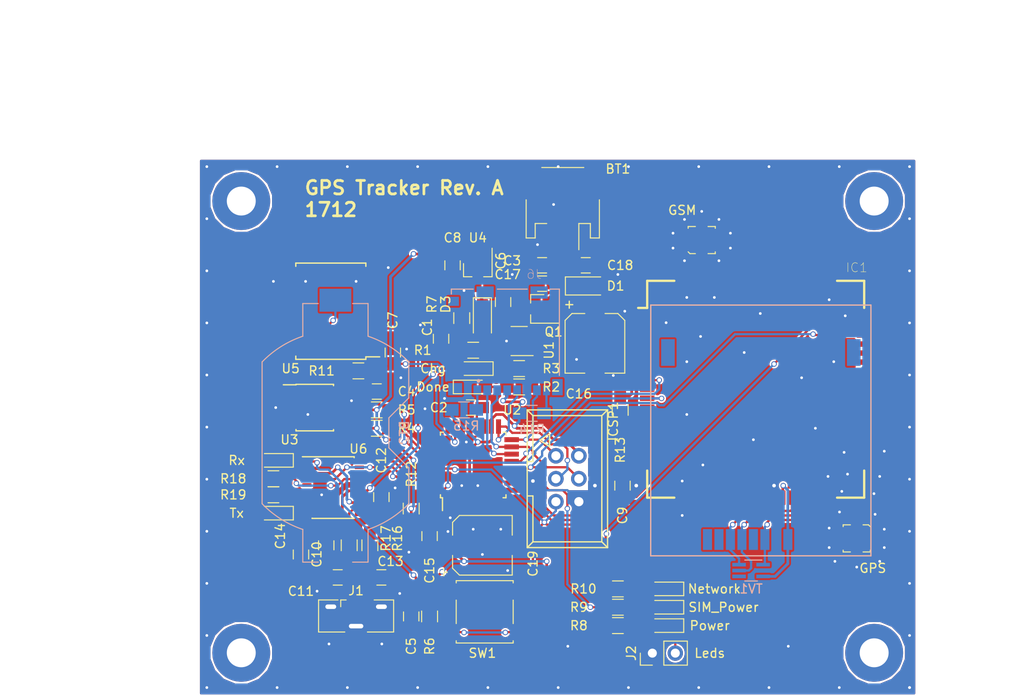
<source format=kicad_pcb>
(kicad_pcb (version 4) (host pcbnew 4.0.7)

  (general
    (links 315)
    (no_connects 0)
    (area 0 0 0 0)
    (thickness 1.6)
    (drawings 13)
    (tracks 603)
    (zones 0)
    (modules 192)
    (nets 110)
  )

  (page A4)
  (layers
    (0 F.Cu signal)
    (31 B.Cu signal)
    (32 B.Adhes user)
    (33 F.Adhes user)
    (34 B.Paste user)
    (35 F.Paste user)
    (36 B.SilkS user)
    (37 F.SilkS user)
    (38 B.Mask user)
    (39 F.Mask user)
    (40 Dwgs.User user)
    (41 Cmts.User user)
    (42 Eco1.User user)
    (43 Eco2.User user)
    (44 Edge.Cuts user)
    (45 Margin user)
    (46 B.CrtYd user)
    (47 F.CrtYd user)
    (48 B.Fab user)
    (49 F.Fab user hide)
  )

  (setup
    (last_trace_width 0.25)
    (trace_clearance 0.2)
    (zone_clearance 0.2)
    (zone_45_only yes)
    (trace_min 0.2)
    (segment_width 0.2)
    (edge_width 0.15)
    (via_size 0.6)
    (via_drill 0.4)
    (via_min_size 0.4)
    (via_min_drill 0.3)
    (uvia_size 0.3)
    (uvia_drill 0.1)
    (uvias_allowed no)
    (uvia_min_size 0.2)
    (uvia_min_drill 0.1)
    (pcb_text_width 0.3)
    (pcb_text_size 1.5 1.5)
    (mod_edge_width 0.15)
    (mod_text_size 1 1)
    (mod_text_width 0.15)
    (pad_size 2.95 1.5)
    (pad_drill 0)
    (pad_to_mask_clearance 0.2)
    (aux_axis_origin 0 0)
    (visible_elements 7FFFFF7F)
    (pcbplotparams
      (layerselection 0x011f0_80000001)
      (usegerberextensions true)
      (excludeedgelayer true)
      (linewidth 0.100000)
      (plotframeref false)
      (viasonmask false)
      (mode 1)
      (useauxorigin false)
      (hpglpennumber 1)
      (hpglpenspeed 20)
      (hpglpendiameter 15)
      (hpglpenoverlay 2)
      (psnegative false)
      (psa4output false)
      (plotreference true)
      (plotvalue true)
      (plotinvisibletext false)
      (padsonsilk false)
      (subtractmaskfromsilk false)
      (outputformat 1)
      (mirror false)
      (drillshape 0)
      (scaleselection 1)
      (outputdirectory "../../../tmp/kicad output - gps/"))
  )

  (net 0 "")
  (net 1 +BATT)
  (net 2 GND)
  (net 3 "Net-(BT2-Pad1)")
  (net 4 VBUS)
  (net 5 "Net-(C2-Pad1)")
  (net 6 +3V3)
  (net 7 /ARD_RST)
  (net 8 /DTR)
  (net 9 "Net-(C6-Pad1)")
  (net 10 /RTC_PWR)
  (net 11 "Net-(C9-Pad1)")
  (net 12 "Net-(C11-Pad1)")
  (net 13 "Net-(C13-Pad1)")
  (net 14 +2V8)
  (net 15 /SIM808_P)
  (net 16 "Net-(IC1-Pad9)")
  (net 17 /SIM808_RI)
  (net 18 "Net-(IC1-Pad11)")
  (net 19 "Net-(IC1-Pad12)")
  (net 20 "Net-(IC1-Pad13)")
  (net 21 /ARD_HRX)
  (net 22 /ARD_HTX)
  (net 23 "Net-(IC1-Pad19)")
  (net 24 "Net-(IC1-Pad20)")
  (net 25 "Net-(IC1-Pad21)")
  (net 26 "Net-(IC1-Pad22)")
  (net 27 "Net-(IC1-Pad23)")
  (net 28 "Net-(IC1-Pad24)")
  (net 29 "Net-(IC1-Pad25)")
  (net 30 "Net-(IC1-Pad26)")
  (net 31 "Net-(IC1-Pad27)")
  (net 32 +1V8)
  (net 33 /SIMDATA)
  (net 34 /SIMCLK)
  (net 35 /SIMRST)
  (net 36 "Net-(IC1-Pad33)")
  (net 37 "Net-(IC1-Pad37)")
  (net 38 "Net-(IC1-Pad38)")
  (net 39 "Net-(IC1-Pad39)")
  (net 40 "Net-(IC1-Pad41)")
  (net 41 "Net-(IC1-Pad42)")
  (net 42 "Net-(IC1-Pad43)")
  (net 43 "Net-(IC1-Pad44)")
  (net 44 "Net-(IC1-Pad45)")
  (net 45 "Net-(IC1-Pad46)")
  (net 46 "Net-(IC1-Pad47)")
  (net 47 "Net-(IC1-Pad48)")
  (net 48 /SIM808_S)
  (net 49 /NETWORK_LED)
  (net 50 "Net-(IC1-Pad53)")
  (net 51 "Net-(IC1-Pad55)")
  (net 52 "Net-(IC1-Pad56)")
  (net 53 "Net-(IC1-Pad57)")
  (net 54 "Net-(IC1-Pad58)")
  (net 55 "Net-(IC1-Pad59)")
  (net 56 "Net-(IC1-Pad60)")
  (net 57 "Net-(IC1-Pad61)")
  (net 58 "Net-(IC1-Pad62)")
  (net 59 "Net-(IC1-Pad63)")
  (net 60 /ARD_MISO)
  (net 61 /ARD_SCK)
  (net 62 /ARD_MOSI)
  (net 63 "Net-(J1-Pad4)")
  (net 64 "Net-(J2-Pad2)")
  (net 65 "Net-(J3-Pad6)")
  (net 66 "Net-(J6-Pad8)")
  (net 67 /ARD_IO10)
  (net 68 "Net-(J6-Pad1)")
  (net 69 "Net-(R1-Pad1)")
  (net 70 "Net-(R2-Pad2)")
  (net 71 /SDA)
  (net 72 /SCL)
  (net 73 /WAKE_UP)
  (net 74 "Net-(R16-Pad1)")
  (net 75 "Net-(R17-Pad2)")
  (net 76 "Net-(R18-Pad1)")
  (net 77 "Net-(R19-Pad1)")
  (net 78 "Net-(U2-Pad7)")
  (net 79 "Net-(U2-Pad8)")
  (net 80 "Net-(U2-Pad11)")
  (net 81 "Net-(U2-Pad19)")
  (net 82 "Net-(U2-Pad22)")
  (net 83 "Net-(U2-Pad24)")
  (net 84 "Net-(U2-Pad25)")
  (net 85 "Net-(U2-Pad26)")
  (net 86 /ARD_RX)
  (net 87 /ARD_TX)
  (net 88 "Net-(U3-Pad7)")
  (net 89 "Net-(U5-Pad1)")
  (net 90 "Net-(U5-Pad4)")
  (net 91 "Net-(U6-Pad2)")
  (net 92 +3V3_FDTI)
  (net 93 "Net-(U6-Pad5)")
  (net 94 "Net-(U6-Pad7)")
  (net 95 "Net-(U6-Pad8)")
  (net 96 "Net-(U6-Pad18)")
  (net 97 "Net-(U6-Pad19)")
  (net 98 "Net-(LED1-Pad1)")
  (net 99 "Net-(LED2-Pad2)")
  (net 100 "Net-(LED3-Pad2)")
  (net 101 "Net-(LED4-Pad2)")
  (net 102 "Net-(LED5-Pad2)")
  (net 103 "Net-(LED6-Pad2)")
  (net 104 "Net-(LED7-Pad2)")
  (net 105 "Net-(U2-Pad2)")
  (net 106 "Net-(TV1-Pad4)")
  (net 107 +3.3VP)
  (net 108 /GPS)
  (net 109 /GSM)

  (net_class Default "This is the default net class."
    (clearance 0.2)
    (trace_width 0.25)
    (via_dia 0.6)
    (via_drill 0.4)
    (uvia_dia 0.3)
    (uvia_drill 0.1)
    (add_net +3.3VP)
    (add_net /ARD_HRX)
    (add_net /ARD_HTX)
    (add_net /ARD_IO10)
    (add_net /ARD_MISO)
    (add_net /ARD_MOSI)
    (add_net /ARD_RST)
    (add_net /ARD_RX)
    (add_net /ARD_SCK)
    (add_net /ARD_TX)
    (add_net /DTR)
    (add_net /NETWORK_LED)
    (add_net /RTC_PWR)
    (add_net /SCL)
    (add_net /SDA)
    (add_net /SIM808_P)
    (add_net /SIM808_RI)
    (add_net /SIM808_S)
    (add_net /SIMCLK)
    (add_net /SIMDATA)
    (add_net /SIMRST)
    (add_net /WAKE_UP)
    (add_net GND)
    (add_net "Net-(BT2-Pad1)")
    (add_net "Net-(C11-Pad1)")
    (add_net "Net-(C13-Pad1)")
    (add_net "Net-(C2-Pad1)")
    (add_net "Net-(C6-Pad1)")
    (add_net "Net-(C9-Pad1)")
    (add_net "Net-(IC1-Pad11)")
    (add_net "Net-(IC1-Pad12)")
    (add_net "Net-(IC1-Pad13)")
    (add_net "Net-(IC1-Pad19)")
    (add_net "Net-(IC1-Pad20)")
    (add_net "Net-(IC1-Pad21)")
    (add_net "Net-(IC1-Pad22)")
    (add_net "Net-(IC1-Pad23)")
    (add_net "Net-(IC1-Pad24)")
    (add_net "Net-(IC1-Pad25)")
    (add_net "Net-(IC1-Pad26)")
    (add_net "Net-(IC1-Pad27)")
    (add_net "Net-(IC1-Pad33)")
    (add_net "Net-(IC1-Pad37)")
    (add_net "Net-(IC1-Pad38)")
    (add_net "Net-(IC1-Pad39)")
    (add_net "Net-(IC1-Pad41)")
    (add_net "Net-(IC1-Pad42)")
    (add_net "Net-(IC1-Pad43)")
    (add_net "Net-(IC1-Pad44)")
    (add_net "Net-(IC1-Pad45)")
    (add_net "Net-(IC1-Pad46)")
    (add_net "Net-(IC1-Pad47)")
    (add_net "Net-(IC1-Pad48)")
    (add_net "Net-(IC1-Pad53)")
    (add_net "Net-(IC1-Pad55)")
    (add_net "Net-(IC1-Pad56)")
    (add_net "Net-(IC1-Pad57)")
    (add_net "Net-(IC1-Pad58)")
    (add_net "Net-(IC1-Pad59)")
    (add_net "Net-(IC1-Pad60)")
    (add_net "Net-(IC1-Pad61)")
    (add_net "Net-(IC1-Pad62)")
    (add_net "Net-(IC1-Pad63)")
    (add_net "Net-(IC1-Pad9)")
    (add_net "Net-(J1-Pad4)")
    (add_net "Net-(J2-Pad2)")
    (add_net "Net-(J3-Pad6)")
    (add_net "Net-(J6-Pad1)")
    (add_net "Net-(J6-Pad8)")
    (add_net "Net-(LED1-Pad1)")
    (add_net "Net-(LED2-Pad2)")
    (add_net "Net-(LED3-Pad2)")
    (add_net "Net-(LED4-Pad2)")
    (add_net "Net-(LED5-Pad2)")
    (add_net "Net-(LED6-Pad2)")
    (add_net "Net-(LED7-Pad2)")
    (add_net "Net-(R1-Pad1)")
    (add_net "Net-(R16-Pad1)")
    (add_net "Net-(R17-Pad2)")
    (add_net "Net-(R18-Pad1)")
    (add_net "Net-(R19-Pad1)")
    (add_net "Net-(R2-Pad2)")
    (add_net "Net-(TV1-Pad4)")
    (add_net "Net-(U2-Pad11)")
    (add_net "Net-(U2-Pad19)")
    (add_net "Net-(U2-Pad2)")
    (add_net "Net-(U2-Pad22)")
    (add_net "Net-(U2-Pad24)")
    (add_net "Net-(U2-Pad25)")
    (add_net "Net-(U2-Pad26)")
    (add_net "Net-(U2-Pad7)")
    (add_net "Net-(U2-Pad8)")
    (add_net "Net-(U3-Pad7)")
    (add_net "Net-(U5-Pad1)")
    (add_net "Net-(U5-Pad4)")
    (add_net "Net-(U6-Pad18)")
    (add_net "Net-(U6-Pad19)")
    (add_net "Net-(U6-Pad2)")
    (add_net "Net-(U6-Pad5)")
    (add_net "Net-(U6-Pad7)")
    (add_net "Net-(U6-Pad8)")
  )

  (net_class High_Power ""
    (clearance 0.2)
    (trace_width 1)
    (via_dia 0.6)
    (via_drill 0.4)
    (uvia_dia 0.3)
    (uvia_drill 0.1)
    (add_net +BATT)
  )

  (net_class Low_power ""
    (clearance 0.2)
    (trace_width 0.3)
    (via_dia 0.6)
    (via_drill 0.4)
    (uvia_dia 0.3)
    (uvia_drill 0.1)
    (add_net +1V8)
    (add_net +2V8)
    (add_net +3V3)
    (add_net +3V3_FDTI)
    (add_net VBUS)
  )

  (net_class RF ""
    (clearance 0.2)
    (trace_width 1.5)
    (via_dia 0.6)
    (via_drill 0.4)
    (uvia_dia 0.3)
    (uvia_drill 0.1)
    (add_net /GPS)
    (add_net /GSM)
  )

  (module custom-conn:Via-0.6mm (layer F.Cu) (tedit 5A4D388C) (tstamp 5A52B3D0)
    (at 175.006 101.092)
    (fp_text reference VIA** (at 0 1.27) (layer F.SilkS) hide
      (effects (font (size 1 1) (thickness 0.15)))
    )
    (fp_text value Via-0.6mm (at 0 -1.016) (layer F.Fab) hide
      (effects (font (size 1 1) (thickness 0.15)))
    )
    (pad 1 thru_hole circle (at 0 0) (size 0.6 0.6) (drill 0.3) (layers *.Cu)
      (net 2 GND) (zone_connect 2))
  )

  (module custom-conn:Via-0.6mm (layer F.Cu) (tedit 5A4D388C) (tstamp 5A52B050)
    (at 164.3888 122.682)
    (fp_text reference VIA** (at 0 1.27) (layer F.SilkS) hide
      (effects (font (size 1 1) (thickness 0.15)))
    )
    (fp_text value Via-0.6mm (at 0 -1.016) (layer F.Fab) hide
      (effects (font (size 1 1) (thickness 0.15)))
    )
    (pad 1 thru_hole circle (at 0 0) (size 0.6 0.6) (drill 0.3) (layers *.Cu)
      (net 2 GND) (zone_connect 2))
  )

  (module custom-conn:Via-0.6mm (layer F.Cu) (tedit 5A4D388C) (tstamp 5A52B040)
    (at 140.0048 122.682)
    (fp_text reference VIA** (at 0 1.27) (layer F.SilkS) hide
      (effects (font (size 1 1) (thickness 0.15)))
    )
    (fp_text value Via-0.6mm (at 0 -1.016) (layer F.Fab) hide
      (effects (font (size 1 1) (thickness 0.15)))
    )
    (pad 1 thru_hole circle (at 0 0) (size 0.6 0.6) (drill 0.3) (layers *.Cu)
      (net 2 GND) (zone_connect 2))
  )

  (module custom-conn:Via-0.6mm (layer F.Cu) (tedit 5A4D388C) (tstamp 5A52B030)
    (at 119.4308 122.428)
    (fp_text reference VIA** (at 0 1.27) (layer F.SilkS) hide
      (effects (font (size 1 1) (thickness 0.15)))
    )
    (fp_text value Via-0.6mm (at 0 -1.016) (layer F.Fab) hide
      (effects (font (size 1 1) (thickness 0.15)))
    )
    (pad 1 thru_hole circle (at 0 0) (size 0.6 0.6) (drill 0.3) (layers *.Cu)
      (net 2 GND) (zone_connect 2))
  )

  (module custom-conn:Via-0.6mm (layer F.Cu) (tedit 5A4D388C) (tstamp 5A52B029)
    (at 113.5888 122.428)
    (fp_text reference VIA** (at 0 1.27) (layer F.SilkS) hide
      (effects (font (size 1 1) (thickness 0.15)))
    )
    (fp_text value Via-0.6mm (at 0 -1.016) (layer F.Fab) hide
      (effects (font (size 1 1) (thickness 0.15)))
    )
    (pad 1 thru_hole circle (at 0 0) (size 0.6 0.6) (drill 0.3) (layers *.Cu)
      (net 2 GND) (zone_connect 2))
  )

  (module Capacitors_SMD:C_0805_HandSoldering (layer F.Cu) (tedit 5A36E382) (tstamp 5A369F95)
    (at 120.65 90.17 90)
    (descr "Capacitor SMD 0805, hand soldering")
    (tags "capacitor 0805")
    (path /5A3745DB)
    (attr smd)
    (fp_text reference C7 (at 3.556 0 90) (layer F.SilkS)
      (effects (font (size 1 1) (thickness 0.15)))
    )
    (fp_text value 0.1uF (at 0 1.75 90) (layer F.Fab) hide
      (effects (font (size 1 1) (thickness 0.15)))
    )
    (fp_text user %R (at 0 -1.75 90) (layer F.Fab)
      (effects (font (size 1 1) (thickness 0.15)))
    )
    (fp_line (start -1 0.62) (end -1 -0.62) (layer F.Fab) (width 0.1))
    (fp_line (start 1 0.62) (end -1 0.62) (layer F.Fab) (width 0.1))
    (fp_line (start 1 -0.62) (end 1 0.62) (layer F.Fab) (width 0.1))
    (fp_line (start -1 -0.62) (end 1 -0.62) (layer F.Fab) (width 0.1))
    (fp_line (start 0.5 -0.85) (end -0.5 -0.85) (layer F.SilkS) (width 0.12))
    (fp_line (start -0.5 0.85) (end 0.5 0.85) (layer F.SilkS) (width 0.12))
    (fp_line (start -2.25 -0.88) (end 2.25 -0.88) (layer F.CrtYd) (width 0.05))
    (fp_line (start -2.25 -0.88) (end -2.25 0.87) (layer F.CrtYd) (width 0.05))
    (fp_line (start 2.25 0.87) (end 2.25 -0.88) (layer F.CrtYd) (width 0.05))
    (fp_line (start 2.25 0.87) (end -2.25 0.87) (layer F.CrtYd) (width 0.05))
    (pad 1 smd rect (at -1.25 0 90) (size 1.5 1.25) (layers F.Cu F.Paste F.Mask)
      (net 10 /RTC_PWR))
    (pad 2 smd rect (at 1.25 0 90) (size 1.5 1.25) (layers F.Cu F.Paste F.Mask)
      (net 2 GND))
    (model Capacitors_SMD.3dshapes/C_0805.wrl
      (at (xyz 0 0 0))
      (scale (xyz 1 1 1))
      (rotate (xyz 0 0 0))
    )
  )

  (module custom-conn:Via-0.6mm (layer F.Cu) (tedit 5A4D388C) (tstamp 5A52AE0C)
    (at 175.006 111.76)
    (fp_text reference VIA** (at 0 1.27) (layer F.SilkS) hide
      (effects (font (size 1 1) (thickness 0.15)))
    )
    (fp_text value Via-0.6mm (at 0 -1.016) (layer F.Fab) hide
      (effects (font (size 1 1) (thickness 0.15)))
    )
    (pad 1 thru_hole circle (at 0 0) (size 0.6 0.6) (drill 0.3) (layers *.Cu)
      (net 2 GND) (zone_connect 2))
  )

  (module custom-conn:Via-0.6mm (layer F.Cu) (tedit 5A4D388C) (tstamp 5A52AB28)
    (at 177.8 127.254)
    (fp_text reference VIA** (at 0 1.27) (layer F.SilkS) hide
      (effects (font (size 1 1) (thickness 0.15)))
    )
    (fp_text value Via-0.6mm (at 0 -1.016) (layer F.Fab) hide
      (effects (font (size 1 1) (thickness 0.15)))
    )
    (pad 1 thru_hole circle (at 0 0) (size 0.6 0.6) (drill 0.3) (layers *.Cu)
      (net 2 GND) (zone_connect 2))
  )

  (module custom-conn:Via-0.6mm (layer F.Cu) (tedit 5A4D388C) (tstamp 5A52AB24)
    (at 177.8 121.4882)
    (fp_text reference VIA** (at 0 1.27) (layer F.SilkS) hide
      (effects (font (size 1 1) (thickness 0.15)))
    )
    (fp_text value Via-0.6mm (at 0 -1.016) (layer F.Fab) hide
      (effects (font (size 1 1) (thickness 0.15)))
    )
    (pad 1 thru_hole circle (at 0 0) (size 0.6 0.6) (drill 0.3) (layers *.Cu)
      (net 2 GND) (zone_connect 2))
  )

  (module custom-conn:Via-0.6mm (layer F.Cu) (tedit 5A4D388C) (tstamp 5A52AB20)
    (at 177.8 115.7224)
    (fp_text reference VIA** (at 0 1.27) (layer F.SilkS) hide
      (effects (font (size 1 1) (thickness 0.15)))
    )
    (fp_text value Via-0.6mm (at 0 -1.016) (layer F.Fab) hide
      (effects (font (size 1 1) (thickness 0.15)))
    )
    (pad 1 thru_hole circle (at 0 0) (size 0.6 0.6) (drill 0.3) (layers *.Cu)
      (net 2 GND) (zone_connect 2))
  )

  (module custom-conn:Via-0.6mm (layer F.Cu) (tedit 5A4D388C) (tstamp 5A52AB1C)
    (at 177.8 109.9566)
    (fp_text reference VIA** (at 0 1.27) (layer F.SilkS) hide
      (effects (font (size 1 1) (thickness 0.15)))
    )
    (fp_text value Via-0.6mm (at 0 -1.016) (layer F.Fab) hide
      (effects (font (size 1 1) (thickness 0.15)))
    )
    (pad 1 thru_hole circle (at 0 0) (size 0.6 0.6) (drill 0.3) (layers *.Cu)
      (net 2 GND) (zone_connect 2))
  )

  (module custom-conn:Via-0.6mm (layer F.Cu) (tedit 5A4D388C) (tstamp 5A52AB18)
    (at 177.8 104.1908)
    (fp_text reference VIA** (at 0 1.27) (layer F.SilkS) hide
      (effects (font (size 1 1) (thickness 0.15)))
    )
    (fp_text value Via-0.6mm (at 0 -1.016) (layer F.Fab) hide
      (effects (font (size 1 1) (thickness 0.15)))
    )
    (pad 1 thru_hole circle (at 0 0) (size 0.6 0.6) (drill 0.3) (layers *.Cu)
      (net 2 GND) (zone_connect 2))
  )

  (module custom-conn:Via-0.6mm (layer F.Cu) (tedit 5A4D388C) (tstamp 5A52AB14)
    (at 177.8 98.425)
    (fp_text reference VIA** (at 0 1.27) (layer F.SilkS) hide
      (effects (font (size 1 1) (thickness 0.15)))
    )
    (fp_text value Via-0.6mm (at 0 -1.016) (layer F.Fab) hide
      (effects (font (size 1 1) (thickness 0.15)))
    )
    (pad 1 thru_hole circle (at 0 0) (size 0.6 0.6) (drill 0.3) (layers *.Cu)
      (net 2 GND) (zone_connect 2))
  )

  (module custom-conn:Via-0.6mm (layer F.Cu) (tedit 5A4D388C) (tstamp 5A52AB10)
    (at 177.8 92.6592)
    (fp_text reference VIA** (at 0 1.27) (layer F.SilkS) hide
      (effects (font (size 1 1) (thickness 0.15)))
    )
    (fp_text value Via-0.6mm (at 0 -1.016) (layer F.Fab) hide
      (effects (font (size 1 1) (thickness 0.15)))
    )
    (pad 1 thru_hole circle (at 0 0) (size 0.6 0.6) (drill 0.3) (layers *.Cu)
      (net 2 GND) (zone_connect 2))
  )

  (module custom-conn:Via-0.6mm (layer F.Cu) (tedit 5A4D388C) (tstamp 5A52AB0C)
    (at 177.8 86.8934)
    (fp_text reference VIA** (at 0 1.27) (layer F.SilkS) hide
      (effects (font (size 1 1) (thickness 0.15)))
    )
    (fp_text value Via-0.6mm (at 0 -1.016) (layer F.Fab) hide
      (effects (font (size 1 1) (thickness 0.15)))
    )
    (pad 1 thru_hole circle (at 0 0) (size 0.6 0.6) (drill 0.3) (layers *.Cu)
      (net 2 GND) (zone_connect 2))
  )

  (module custom-conn:Via-0.6mm (layer F.Cu) (tedit 5A4D388C) (tstamp 5A52AB08)
    (at 177.8 81.1276)
    (fp_text reference VIA** (at 0 1.27) (layer F.SilkS) hide
      (effects (font (size 1 1) (thickness 0.15)))
    )
    (fp_text value Via-0.6mm (at 0 -1.016) (layer F.Fab) hide
      (effects (font (size 1 1) (thickness 0.15)))
    )
    (pad 1 thru_hole circle (at 0 0) (size 0.6 0.6) (drill 0.3) (layers *.Cu)
      (net 2 GND) (zone_connect 2))
  )

  (module custom-conn:Via-0.6mm (layer F.Cu) (tedit 5A4D388C) (tstamp 5A52AB04)
    (at 177.8 75.3618)
    (fp_text reference VIA** (at 0 1.27) (layer F.SilkS) hide
      (effects (font (size 1 1) (thickness 0.15)))
    )
    (fp_text value Via-0.6mm (at 0 -1.016) (layer F.Fab) hide
      (effects (font (size 1 1) (thickness 0.15)))
    )
    (pad 1 thru_hole circle (at 0 0) (size 0.6 0.6) (drill 0.3) (layers *.Cu)
      (net 2 GND) (zone_connect 2))
  )

  (module custom-conn:Via-0.6mm (layer F.Cu) (tedit 5A4D388C) (tstamp 5A52AAFF)
    (at 177.8 127.254)
    (fp_text reference VIA** (at 0 1.27) (layer F.SilkS) hide
      (effects (font (size 1 1) (thickness 0.15)))
    )
    (fp_text value Via-0.6mm (at 0 -1.016) (layer F.Fab) hide
      (effects (font (size 1 1) (thickness 0.15)))
    )
    (pad 1 thru_hole circle (at 0 0) (size 0.6 0.6) (drill 0.3) (layers *.Cu)
      (net 2 GND) (zone_connect 2))
  )

  (module custom-conn:Via-0.6mm (layer F.Cu) (tedit 5A4D388C) (tstamp 5A52AAFB)
    (at 170.0276 127.254)
    (fp_text reference VIA** (at 0 1.27) (layer F.SilkS) hide
      (effects (font (size 1 1) (thickness 0.15)))
    )
    (fp_text value Via-0.6mm (at 0 -1.016) (layer F.Fab) hide
      (effects (font (size 1 1) (thickness 0.15)))
    )
    (pad 1 thru_hole circle (at 0 0) (size 0.6 0.6) (drill 0.3) (layers *.Cu)
      (net 2 GND) (zone_connect 2))
  )

  (module custom-conn:Via-0.6mm (layer F.Cu) (tedit 5A4D388C) (tstamp 5A52AAF7)
    (at 162.2552 127.254)
    (fp_text reference VIA** (at 0 1.27) (layer F.SilkS) hide
      (effects (font (size 1 1) (thickness 0.15)))
    )
    (fp_text value Via-0.6mm (at 0 -1.016) (layer F.Fab) hide
      (effects (font (size 1 1) (thickness 0.15)))
    )
    (pad 1 thru_hole circle (at 0 0) (size 0.6 0.6) (drill 0.3) (layers *.Cu)
      (net 2 GND) (zone_connect 2))
  )

  (module custom-conn:Via-0.6mm (layer F.Cu) (tedit 5A4D388C) (tstamp 5A52AAF3)
    (at 154.4828 127.254)
    (fp_text reference VIA** (at 0 1.27) (layer F.SilkS) hide
      (effects (font (size 1 1) (thickness 0.15)))
    )
    (fp_text value Via-0.6mm (at 0 -1.016) (layer F.Fab) hide
      (effects (font (size 1 1) (thickness 0.15)))
    )
    (pad 1 thru_hole circle (at 0 0) (size 0.6 0.6) (drill 0.3) (layers *.Cu)
      (net 2 GND) (zone_connect 2))
  )

  (module custom-conn:Via-0.6mm (layer F.Cu) (tedit 5A4D388C) (tstamp 5A52AAEF)
    (at 146.7104 127.254)
    (fp_text reference VIA** (at 0 1.27) (layer F.SilkS) hide
      (effects (font (size 1 1) (thickness 0.15)))
    )
    (fp_text value Via-0.6mm (at 0 -1.016) (layer F.Fab) hide
      (effects (font (size 1 1) (thickness 0.15)))
    )
    (pad 1 thru_hole circle (at 0 0) (size 0.6 0.6) (drill 0.3) (layers *.Cu)
      (net 2 GND) (zone_connect 2))
  )

  (module custom-conn:Via-0.6mm (layer F.Cu) (tedit 5A4D388C) (tstamp 5A52AAEB)
    (at 138.938 127.254)
    (fp_text reference VIA** (at 0 1.27) (layer F.SilkS) hide
      (effects (font (size 1 1) (thickness 0.15)))
    )
    (fp_text value Via-0.6mm (at 0 -1.016) (layer F.Fab) hide
      (effects (font (size 1 1) (thickness 0.15)))
    )
    (pad 1 thru_hole circle (at 0 0) (size 0.6 0.6) (drill 0.3) (layers *.Cu)
      (net 2 GND) (zone_connect 2))
  )

  (module custom-conn:Via-0.6mm (layer F.Cu) (tedit 5A4D388C) (tstamp 5A52AAE7)
    (at 131.1656 127.254)
    (fp_text reference VIA** (at 0 1.27) (layer F.SilkS) hide
      (effects (font (size 1 1) (thickness 0.15)))
    )
    (fp_text value Via-0.6mm (at 0 -1.016) (layer F.Fab) hide
      (effects (font (size 1 1) (thickness 0.15)))
    )
    (pad 1 thru_hole circle (at 0 0) (size 0.6 0.6) (drill 0.3) (layers *.Cu)
      (net 2 GND) (zone_connect 2))
  )

  (module custom-conn:Via-0.6mm (layer F.Cu) (tedit 5A4D388C) (tstamp 5A52AAE3)
    (at 123.3932 127.254)
    (fp_text reference VIA** (at 0 1.27) (layer F.SilkS) hide
      (effects (font (size 1 1) (thickness 0.15)))
    )
    (fp_text value Via-0.6mm (at 0 -1.016) (layer F.Fab) hide
      (effects (font (size 1 1) (thickness 0.15)))
    )
    (pad 1 thru_hole circle (at 0 0) (size 0.6 0.6) (drill 0.3) (layers *.Cu)
      (net 2 GND) (zone_connect 2))
  )

  (module custom-conn:Via-0.6mm (layer F.Cu) (tedit 5A4D388C) (tstamp 5A52AADF)
    (at 115.6208 127.254)
    (fp_text reference VIA** (at 0 1.27) (layer F.SilkS) hide
      (effects (font (size 1 1) (thickness 0.15)))
    )
    (fp_text value Via-0.6mm (at 0 -1.016) (layer F.Fab) hide
      (effects (font (size 1 1) (thickness 0.15)))
    )
    (pad 1 thru_hole circle (at 0 0) (size 0.6 0.6) (drill 0.3) (layers *.Cu)
      (net 2 GND) (zone_connect 2))
  )

  (module custom-conn:Via-0.6mm (layer F.Cu) (tedit 5A4D388C) (tstamp 5A52AADB)
    (at 107.8484 127.254)
    (fp_text reference VIA** (at 0 1.27) (layer F.SilkS) hide
      (effects (font (size 1 1) (thickness 0.15)))
    )
    (fp_text value Via-0.6mm (at 0 -1.016) (layer F.Fab) hide
      (effects (font (size 1 1) (thickness 0.15)))
    )
    (pad 1 thru_hole circle (at 0 0) (size 0.6 0.6) (drill 0.3) (layers *.Cu)
      (net 2 GND) (zone_connect 2))
  )

  (module custom-conn:Via-0.6mm (layer F.Cu) (tedit 5A4D388C) (tstamp 5A52AAD4)
    (at 100.076 127.254)
    (fp_text reference VIA** (at 0 1.27) (layer F.SilkS) hide
      (effects (font (size 1 1) (thickness 0.15)))
    )
    (fp_text value Via-0.6mm (at 0 -1.016) (layer F.Fab) hide
      (effects (font (size 1 1) (thickness 0.15)))
    )
    (pad 1 thru_hole circle (at 0 0) (size 0.6 0.6) (drill 0.3) (layers *.Cu)
      (net 2 GND) (zone_connect 2))
  )

  (module custom-conn:Via-0.6mm (layer F.Cu) (tedit 5A4D388C) (tstamp 5A52AAD0)
    (at 100.076 121.4882)
    (fp_text reference VIA** (at 0 1.27) (layer F.SilkS) hide
      (effects (font (size 1 1) (thickness 0.15)))
    )
    (fp_text value Via-0.6mm (at 0 -1.016) (layer F.Fab) hide
      (effects (font (size 1 1) (thickness 0.15)))
    )
    (pad 1 thru_hole circle (at 0 0) (size 0.6 0.6) (drill 0.3) (layers *.Cu)
      (net 2 GND) (zone_connect 2))
  )

  (module custom-conn:Via-0.6mm (layer F.Cu) (tedit 5A4D388C) (tstamp 5A52AACC)
    (at 100.076 115.7224)
    (fp_text reference VIA** (at 0 1.27) (layer F.SilkS) hide
      (effects (font (size 1 1) (thickness 0.15)))
    )
    (fp_text value Via-0.6mm (at 0 -1.016) (layer F.Fab) hide
      (effects (font (size 1 1) (thickness 0.15)))
    )
    (pad 1 thru_hole circle (at 0 0) (size 0.6 0.6) (drill 0.3) (layers *.Cu)
      (net 2 GND) (zone_connect 2))
  )

  (module custom-conn:Via-0.6mm (layer F.Cu) (tedit 5A4D388C) (tstamp 5A52AAC8)
    (at 100.076 109.9566)
    (fp_text reference VIA** (at 0 1.27) (layer F.SilkS) hide
      (effects (font (size 1 1) (thickness 0.15)))
    )
    (fp_text value Via-0.6mm (at 0 -1.016) (layer F.Fab) hide
      (effects (font (size 1 1) (thickness 0.15)))
    )
    (pad 1 thru_hole circle (at 0 0) (size 0.6 0.6) (drill 0.3) (layers *.Cu)
      (net 2 GND) (zone_connect 2))
  )

  (module custom-conn:Via-0.6mm (layer F.Cu) (tedit 5A4D388C) (tstamp 5A52AAC4)
    (at 100.076 104.1908)
    (fp_text reference VIA** (at 0 1.27) (layer F.SilkS) hide
      (effects (font (size 1 1) (thickness 0.15)))
    )
    (fp_text value Via-0.6mm (at 0 -1.016) (layer F.Fab) hide
      (effects (font (size 1 1) (thickness 0.15)))
    )
    (pad 1 thru_hole circle (at 0 0) (size 0.6 0.6) (drill 0.3) (layers *.Cu)
      (net 2 GND) (zone_connect 2))
  )

  (module custom-conn:Via-0.6mm (layer F.Cu) (tedit 5A4D388C) (tstamp 5A52AAC0)
    (at 100.076 98.425)
    (fp_text reference VIA** (at 0 1.27) (layer F.SilkS) hide
      (effects (font (size 1 1) (thickness 0.15)))
    )
    (fp_text value Via-0.6mm (at 0 -1.016) (layer F.Fab) hide
      (effects (font (size 1 1) (thickness 0.15)))
    )
    (pad 1 thru_hole circle (at 0 0) (size 0.6 0.6) (drill 0.3) (layers *.Cu)
      (net 2 GND) (zone_connect 2))
  )

  (module custom-conn:Via-0.6mm (layer F.Cu) (tedit 5A4D388C) (tstamp 5A52AABC)
    (at 100.076 92.6592)
    (fp_text reference VIA** (at 0 1.27) (layer F.SilkS) hide
      (effects (font (size 1 1) (thickness 0.15)))
    )
    (fp_text value Via-0.6mm (at 0 -1.016) (layer F.Fab) hide
      (effects (font (size 1 1) (thickness 0.15)))
    )
    (pad 1 thru_hole circle (at 0 0) (size 0.6 0.6) (drill 0.3) (layers *.Cu)
      (net 2 GND) (zone_connect 2))
  )

  (module custom-conn:Via-0.6mm (layer F.Cu) (tedit 5A4D388C) (tstamp 5A52AAB8)
    (at 100.076 86.8934)
    (fp_text reference VIA** (at 0 1.27) (layer F.SilkS) hide
      (effects (font (size 1 1) (thickness 0.15)))
    )
    (fp_text value Via-0.6mm (at 0 -1.016) (layer F.Fab) hide
      (effects (font (size 1 1) (thickness 0.15)))
    )
    (pad 1 thru_hole circle (at 0 0) (size 0.6 0.6) (drill 0.3) (layers *.Cu)
      (net 2 GND) (zone_connect 2))
  )

  (module custom-conn:Via-0.6mm (layer F.Cu) (tedit 5A4D388C) (tstamp 5A52AAB4)
    (at 100.076 81.1276)
    (fp_text reference VIA** (at 0 1.27) (layer F.SilkS) hide
      (effects (font (size 1 1) (thickness 0.15)))
    )
    (fp_text value Via-0.6mm (at 0 -1.016) (layer F.Fab) hide
      (effects (font (size 1 1) (thickness 0.15)))
    )
    (pad 1 thru_hole circle (at 0 0) (size 0.6 0.6) (drill 0.3) (layers *.Cu)
      (net 2 GND) (zone_connect 2))
  )

  (module custom-conn:Via-0.6mm (layer F.Cu) (tedit 5A4D388C) (tstamp 5A52AAB0)
    (at 100.076 75.3618)
    (fp_text reference VIA** (at 0 1.27) (layer F.SilkS) hide
      (effects (font (size 1 1) (thickness 0.15)))
    )
    (fp_text value Via-0.6mm (at 0 -1.016) (layer F.Fab) hide
      (effects (font (size 1 1) (thickness 0.15)))
    )
    (pad 1 thru_hole circle (at 0 0) (size 0.6 0.6) (drill 0.3) (layers *.Cu)
      (net 2 GND) (zone_connect 2))
  )

  (module custom-conn:Via-0.6mm (layer F.Cu) (tedit 5A4D388C) (tstamp 5A52AAAC)
    (at 177.8 69.596)
    (fp_text reference VIA** (at 0 1.27) (layer F.SilkS) hide
      (effects (font (size 1 1) (thickness 0.15)))
    )
    (fp_text value Via-0.6mm (at 0 -1.016) (layer F.Fab) hide
      (effects (font (size 1 1) (thickness 0.15)))
    )
    (pad 1 thru_hole circle (at 0 0) (size 0.6 0.6) (drill 0.3) (layers *.Cu)
      (net 2 GND) (zone_connect 2))
  )

  (module custom-conn:Via-0.6mm (layer F.Cu) (tedit 5A4D388C) (tstamp 5A52AAA8)
    (at 170.0276 69.596)
    (fp_text reference VIA** (at 0 1.27) (layer F.SilkS) hide
      (effects (font (size 1 1) (thickness 0.15)))
    )
    (fp_text value Via-0.6mm (at 0 -1.016) (layer F.Fab) hide
      (effects (font (size 1 1) (thickness 0.15)))
    )
    (pad 1 thru_hole circle (at 0 0) (size 0.6 0.6) (drill 0.3) (layers *.Cu)
      (net 2 GND) (zone_connect 2))
  )

  (module custom-conn:Via-0.6mm (layer F.Cu) (tedit 5A4D388C) (tstamp 5A52AAA4)
    (at 162.2552 69.596)
    (fp_text reference VIA** (at 0 1.27) (layer F.SilkS) hide
      (effects (font (size 1 1) (thickness 0.15)))
    )
    (fp_text value Via-0.6mm (at 0 -1.016) (layer F.Fab) hide
      (effects (font (size 1 1) (thickness 0.15)))
    )
    (pad 1 thru_hole circle (at 0 0) (size 0.6 0.6) (drill 0.3) (layers *.Cu)
      (net 2 GND) (zone_connect 2))
  )

  (module custom-conn:Via-0.6mm (layer F.Cu) (tedit 5A4D388C) (tstamp 5A52AAA0)
    (at 154.4828 69.596)
    (fp_text reference VIA** (at 0 1.27) (layer F.SilkS) hide
      (effects (font (size 1 1) (thickness 0.15)))
    )
    (fp_text value Via-0.6mm (at 0 -1.016) (layer F.Fab) hide
      (effects (font (size 1 1) (thickness 0.15)))
    )
    (pad 1 thru_hole circle (at 0 0) (size 0.6 0.6) (drill 0.3) (layers *.Cu)
      (net 2 GND) (zone_connect 2))
  )

  (module custom-conn:Via-0.6mm (layer F.Cu) (tedit 5A4D388C) (tstamp 5A52AA9C)
    (at 146.7104 69.596)
    (fp_text reference VIA** (at 0 1.27) (layer F.SilkS) hide
      (effects (font (size 1 1) (thickness 0.15)))
    )
    (fp_text value Via-0.6mm (at 0 -1.016) (layer F.Fab) hide
      (effects (font (size 1 1) (thickness 0.15)))
    )
    (pad 1 thru_hole circle (at 0 0) (size 0.6 0.6) (drill 0.3) (layers *.Cu)
      (net 2 GND) (zone_connect 2))
  )

  (module custom-conn:Via-0.6mm (layer F.Cu) (tedit 5A4D388C) (tstamp 5A52AA98)
    (at 138.938 69.596)
    (fp_text reference VIA** (at 0 1.27) (layer F.SilkS) hide
      (effects (font (size 1 1) (thickness 0.15)))
    )
    (fp_text value Via-0.6mm (at 0 -1.016) (layer F.Fab) hide
      (effects (font (size 1 1) (thickness 0.15)))
    )
    (pad 1 thru_hole circle (at 0 0) (size 0.6 0.6) (drill 0.3) (layers *.Cu)
      (net 2 GND) (zone_connect 2))
  )

  (module custom-conn:Via-0.6mm (layer F.Cu) (tedit 5A4D388C) (tstamp 5A52AA94)
    (at 131.1656 69.596)
    (fp_text reference VIA** (at 0 1.27) (layer F.SilkS) hide
      (effects (font (size 1 1) (thickness 0.15)))
    )
    (fp_text value Via-0.6mm (at 0 -1.016) (layer F.Fab) hide
      (effects (font (size 1 1) (thickness 0.15)))
    )
    (pad 1 thru_hole circle (at 0 0) (size 0.6 0.6) (drill 0.3) (layers *.Cu)
      (net 2 GND) (zone_connect 2))
  )

  (module custom-conn:Via-0.6mm (layer F.Cu) (tedit 5A4D388C) (tstamp 5A52AA90)
    (at 123.3932 69.596)
    (fp_text reference VIA** (at 0 1.27) (layer F.SilkS) hide
      (effects (font (size 1 1) (thickness 0.15)))
    )
    (fp_text value Via-0.6mm (at 0 -1.016) (layer F.Fab) hide
      (effects (font (size 1 1) (thickness 0.15)))
    )
    (pad 1 thru_hole circle (at 0 0) (size 0.6 0.6) (drill 0.3) (layers *.Cu)
      (net 2 GND) (zone_connect 2))
  )

  (module custom-conn:Via-0.6mm (layer F.Cu) (tedit 5A4D388C) (tstamp 5A52AA8C)
    (at 115.6208 69.596)
    (fp_text reference VIA** (at 0 1.27) (layer F.SilkS) hide
      (effects (font (size 1 1) (thickness 0.15)))
    )
    (fp_text value Via-0.6mm (at 0 -1.016) (layer F.Fab) hide
      (effects (font (size 1 1) (thickness 0.15)))
    )
    (pad 1 thru_hole circle (at 0 0) (size 0.6 0.6) (drill 0.3) (layers *.Cu)
      (net 2 GND) (zone_connect 2))
  )

  (module custom-conn:Via-0.6mm (layer F.Cu) (tedit 5A4D388C) (tstamp 5A52AA88)
    (at 107.8484 69.596)
    (fp_text reference VIA** (at 0 1.27) (layer F.SilkS) hide
      (effects (font (size 1 1) (thickness 0.15)))
    )
    (fp_text value Via-0.6mm (at 0 -1.016) (layer F.Fab) hide
      (effects (font (size 1 1) (thickness 0.15)))
    )
    (pad 1 thru_hole circle (at 0 0) (size 0.6 0.6) (drill 0.3) (layers *.Cu)
      (net 2 GND) (zone_connect 2))
  )

  (module Mounting_Holes:MountingHole_3.2mm_M3_Pad (layer F.Cu) (tedit 5A528D48) (tstamp 5A52A7D7)
    (at 173.886 123.406)
    (descr "Mounting Hole 3.2mm, M3")
    (tags "mounting hole 3.2mm m3")
    (attr virtual)
    (fp_text reference REF** (at 0 -4.2) (layer F.SilkS) hide
      (effects (font (size 1 1) (thickness 0.15)))
    )
    (fp_text value MountingHole_3.2mm_M3_Pad (at 0 4.2) (layer F.Fab) hide
      (effects (font (size 1 1) (thickness 0.15)))
    )
    (fp_text user %R (at 0.3 0) (layer F.Fab)
      (effects (font (size 1 1) (thickness 0.15)))
    )
    (fp_circle (center 0 0) (end 3.2 0) (layer Cmts.User) (width 0.15))
    (fp_circle (center 0 0) (end 3.45 0) (layer F.CrtYd) (width 0.05))
    (pad 1 thru_hole circle (at 0 0) (size 6.4 6.4) (drill 3.2) (layers *.Cu *.Mask))
  )

  (module Mounting_Holes:MountingHole_3.2mm_M3_Pad (layer F.Cu) (tedit 5A528D48) (tstamp 5A52A7D0)
    (at 103.886 123.406)
    (descr "Mounting Hole 3.2mm, M3")
    (tags "mounting hole 3.2mm m3")
    (attr virtual)
    (fp_text reference REF** (at 0 -4.2) (layer F.SilkS) hide
      (effects (font (size 1 1) (thickness 0.15)))
    )
    (fp_text value MountingHole_3.2mm_M3_Pad (at 0 4.2) (layer F.Fab) hide
      (effects (font (size 1 1) (thickness 0.15)))
    )
    (fp_text user %R (at 0.3 0) (layer F.Fab)
      (effects (font (size 1 1) (thickness 0.15)))
    )
    (fp_circle (center 0 0) (end 3.2 0) (layer Cmts.User) (width 0.15))
    (fp_circle (center 0 0) (end 3.45 0) (layer F.CrtYd) (width 0.05))
    (pad 1 thru_hole circle (at 0 0) (size 6.4 6.4) (drill 3.2) (layers *.Cu *.Mask))
  )

  (module Mounting_Holes:MountingHole_3.2mm_M3_Pad (layer F.Cu) (tedit 5A528D48) (tstamp 5A52A7C9)
    (at 173.886 73.406)
    (descr "Mounting Hole 3.2mm, M3")
    (tags "mounting hole 3.2mm m3")
    (attr virtual)
    (fp_text reference REF** (at 0 -4.2) (layer F.SilkS) hide
      (effects (font (size 1 1) (thickness 0.15)))
    )
    (fp_text value MountingHole_3.2mm_M3_Pad (at 0 4.2) (layer F.Fab) hide
      (effects (font (size 1 1) (thickness 0.15)))
    )
    (fp_text user %R (at 0.3 0) (layer F.Fab)
      (effects (font (size 1 1) (thickness 0.15)))
    )
    (fp_circle (center 0 0) (end 3.2 0) (layer Cmts.User) (width 0.15))
    (fp_circle (center 0 0) (end 3.45 0) (layer F.CrtYd) (width 0.05))
    (pad 1 thru_hole circle (at 0 0) (size 6.4 6.4) (drill 3.2) (layers *.Cu *.Mask))
  )

  (module Mounting_Holes:MountingHole_3.2mm_M3_Pad (layer F.Cu) (tedit 5A528D48) (tstamp 5A417469)
    (at 103.886 73.406)
    (descr "Mounting Hole 3.2mm, M3")
    (tags "mounting hole 3.2mm m3")
    (attr virtual)
    (fp_text reference REF** (at 0 -4.2) (layer F.SilkS) hide
      (effects (font (size 1 1) (thickness 0.15)))
    )
    (fp_text value MountingHole_3.2mm_M3_Pad (at 0 4.2) (layer F.Fab) hide
      (effects (font (size 1 1) (thickness 0.15)))
    )
    (fp_text user %R (at 0.3 0) (layer F.Fab)
      (effects (font (size 1 1) (thickness 0.15)))
    )
    (fp_circle (center 0 0) (end 3.2 0) (layer Cmts.User) (width 0.15))
    (fp_circle (center 0 0) (end 3.45 0) (layer F.CrtYd) (width 0.05))
    (pad 1 thru_hole circle (at 0 0) (size 6.4 6.4) (drill 3.2) (layers *.Cu *.Mask))
  )

  (module custom-conn:Via-0.6mm (layer F.Cu) (tedit 5A4D388C) (tstamp 5A4E7002)
    (at 133.223 88.9)
    (fp_text reference VIA** (at 0 1.27) (layer F.SilkS) hide
      (effects (font (size 1 1) (thickness 0.15)))
    )
    (fp_text value Via-0.6mm (at 0 -1.016) (layer F.Fab) hide
      (effects (font (size 1 1) (thickness 0.15)))
    )
    (pad 1 thru_hole circle (at 0 0) (size 0.6 0.6) (drill 0.3) (layers *.Cu)
      (net 2 GND) (zone_connect 2))
  )

  (module custom-conn:Via-0.6mm (layer F.Cu) (tedit 5A4D388C) (tstamp 5A4E6FDD)
    (at 121.539 92.964)
    (fp_text reference VIA** (at 0 1.27) (layer F.SilkS) hide
      (effects (font (size 1 1) (thickness 0.15)))
    )
    (fp_text value Via-0.6mm (at 0 -1.016) (layer F.Fab) hide
      (effects (font (size 1 1) (thickness 0.15)))
    )
    (pad 1 thru_hole circle (at 0 0) (size 0.6 0.6) (drill 0.3) (layers *.Cu)
      (net 2 GND) (zone_connect 2))
  )

  (module custom-conn:Via-0.6mm (layer F.Cu) (tedit 5A4D388C) (tstamp 5A4E6BEC)
    (at 124.206 96.393)
    (fp_text reference VIA** (at 0 1.27) (layer F.SilkS) hide
      (effects (font (size 1 1) (thickness 0.15)))
    )
    (fp_text value Via-0.6mm (at 0 -1.016) (layer F.Fab) hide
      (effects (font (size 1 1) (thickness 0.15)))
    )
    (pad 1 thru_hole circle (at 0 0) (size 0.6 0.6) (drill 0.3) (layers *.Cu)
      (net 2 GND) (zone_connect 2))
  )

  (module custom-conn:Via-0.6mm (layer F.Cu) (tedit 5A4D388C) (tstamp 5A4E6BCF)
    (at 123.698 87.122)
    (fp_text reference VIA** (at 0 1.27) (layer F.SilkS) hide
      (effects (font (size 1 1) (thickness 0.15)))
    )
    (fp_text value Via-0.6mm (at 0 -1.016) (layer F.Fab) hide
      (effects (font (size 1 1) (thickness 0.15)))
    )
    (pad 1 thru_hole circle (at 0 0) (size 0.6 0.6) (drill 0.3) (layers *.Cu)
      (net 2 GND) (zone_connect 2))
  )

  (module custom-conn:Via-0.6mm (layer F.Cu) (tedit 5A4D388C) (tstamp 5A4E6884)
    (at 122.174 89.789)
    (fp_text reference VIA** (at 0 1.27) (layer F.SilkS) hide
      (effects (font (size 1 1) (thickness 0.15)))
    )
    (fp_text value Via-0.6mm (at 0 -1.016) (layer F.Fab) hide
      (effects (font (size 1 1) (thickness 0.15)))
    )
    (pad 1 thru_hole circle (at 0 0) (size 0.6 0.6) (drill 0.3) (layers *.Cu)
      (net 2 GND) (zone_connect 2))
  )

  (module custom-conn:Via-0.6mm (layer F.Cu) (tedit 5A4D388C) (tstamp 5A4E6875)
    (at 126.365 95.25)
    (fp_text reference VIA** (at 0 1.27) (layer F.SilkS) hide
      (effects (font (size 1 1) (thickness 0.15)))
    )
    (fp_text value Via-0.6mm (at 0 -1.016) (layer F.Fab) hide
      (effects (font (size 1 1) (thickness 0.15)))
    )
    (pad 1 thru_hole circle (at 0 0) (size 0.6 0.6) (drill 0.3) (layers *.Cu)
      (net 2 GND) (zone_connect 2))
  )

  (module custom-conn:Via-0.6mm (layer F.Cu) (tedit 5A4D388C) (tstamp 5A4D685E)
    (at 116.078 95.504)
    (fp_text reference VIA** (at 0 1.27) (layer F.SilkS) hide
      (effects (font (size 1 1) (thickness 0.15)))
    )
    (fp_text value Via-0.6mm (at 0 -1.016) (layer F.Fab) hide
      (effects (font (size 1 1) (thickness 0.15)))
    )
    (pad 1 thru_hole circle (at 0 0) (size 0.6 0.6) (drill 0.3) (layers *.Cu)
      (net 2 GND) (zone_connect 2))
  )

  (module custom-conn:Via-0.6mm (layer F.Cu) (tedit 5A4D388C) (tstamp 5A4D684D)
    (at 126.746 109.982)
    (fp_text reference VIA** (at 0 1.27) (layer F.SilkS) hide
      (effects (font (size 1 1) (thickness 0.15)))
    )
    (fp_text value Via-0.6mm (at 0 -1.016) (layer F.Fab) hide
      (effects (font (size 1 1) (thickness 0.15)))
    )
    (pad 1 thru_hole circle (at 0 0) (size 0.6 0.6) (drill 0.3) (layers *.Cu)
      (net 2 GND) (zone_connect 2))
  )

  (module custom-conn:Via-0.6mm (layer F.Cu) (tedit 5A4D388C) (tstamp 5A4D66E4)
    (at 154.94 102.616)
    (fp_text reference VIA** (at 0 1.27) (layer F.SilkS) hide
      (effects (font (size 1 1) (thickness 0.15)))
    )
    (fp_text value Via-0.6mm (at 0 -1.016) (layer F.Fab) hide
      (effects (font (size 1 1) (thickness 0.15)))
    )
    (pad 1 thru_hole circle (at 0 0) (size 0.6 0.6) (drill 0.3) (layers *.Cu)
      (net 2 GND) (zone_connect 2))
  )

  (module custom-conn:Via-0.6mm (layer F.Cu) (tedit 5A4D388C) (tstamp 5A4D66CD)
    (at 169.418 91.186)
    (fp_text reference VIA** (at 0 1.27) (layer F.SilkS) hide
      (effects (font (size 1 1) (thickness 0.15)))
    )
    (fp_text value Via-0.6mm (at 0 -1.016) (layer F.Fab) hide
      (effects (font (size 1 1) (thickness 0.15)))
    )
    (pad 1 thru_hole circle (at 0 0) (size 0.6 0.6) (drill 0.3) (layers *.Cu)
      (net 2 GND) (zone_connect 2))
  )

  (module custom-conn:Via-0.6mm (layer F.Cu) (tedit 5A4D388C) (tstamp 5A4D66C7)
    (at 153.162 91.186)
    (fp_text reference VIA** (at 0 1.27) (layer F.SilkS) hide
      (effects (font (size 1 1) (thickness 0.15)))
    )
    (fp_text value Via-0.6mm (at 0 -1.016) (layer F.Fab) hide
      (effects (font (size 1 1) (thickness 0.15)))
    )
    (pad 1 thru_hole circle (at 0 0) (size 0.6 0.6) (drill 0.3) (layers *.Cu)
      (net 2 GND) (zone_connect 2))
  )

  (module custom-conn:Via-0.6mm (layer F.Cu) (tedit 5A4D388C) (tstamp 5A4D66C2)
    (at 154.686 88.392)
    (fp_text reference VIA** (at 0 1.27) (layer F.SilkS) hide
      (effects (font (size 1 1) (thickness 0.15)))
    )
    (fp_text value Via-0.6mm (at 0 -1.016) (layer F.Fab) hide
      (effects (font (size 1 1) (thickness 0.15)))
    )
    (pad 1 thru_hole circle (at 0 0) (size 0.6 0.6) (drill 0.3) (layers *.Cu)
      (net 2 GND) (zone_connect 2))
  )

  (module custom-conn:Via-0.6mm (layer F.Cu) (tedit 5A4D388C) (tstamp 5A4D66B6)
    (at 161.29 85.852)
    (fp_text reference VIA** (at 0 1.27) (layer F.SilkS) hide
      (effects (font (size 1 1) (thickness 0.15)))
    )
    (fp_text value Via-0.6mm (at 0 -1.016) (layer F.Fab) hide
      (effects (font (size 1 1) (thickness 0.15)))
    )
    (pad 1 thru_hole circle (at 0 0) (size 0.6 0.6) (drill 0.3) (layers *.Cu)
      (net 2 GND) (zone_connect 2))
  )

  (module custom-conn:Via-0.6mm (layer F.Cu) (tedit 5A4D388C) (tstamp 5A4D66B0)
    (at 167.386 98.552)
    (fp_text reference VIA** (at 0 1.27) (layer F.SilkS) hide
      (effects (font (size 1 1) (thickness 0.15)))
    )
    (fp_text value Via-0.6mm (at 0 -1.016) (layer F.Fab) hide
      (effects (font (size 1 1) (thickness 0.15)))
    )
    (pad 1 thru_hole circle (at 0 0) (size 0.6 0.6) (drill 0.3) (layers *.Cu)
      (net 2 GND) (zone_connect 2))
  )

  (module custom-conn:Via-0.6mm (layer F.Cu) (tedit 5A4D388C) (tstamp 5A4D669F)
    (at 159.512 90.17)
    (fp_text reference VIA** (at 0 1.27) (layer F.SilkS) hide
      (effects (font (size 1 1) (thickness 0.15)))
    )
    (fp_text value Via-0.6mm (at 0 -1.016) (layer F.Fab) hide
      (effects (font (size 1 1) (thickness 0.15)))
    )
    (pad 1 thru_hole circle (at 0 0) (size 0.6 0.6) (drill 0.3) (layers *.Cu)
      (net 2 GND) (zone_connect 2))
  )

  (module custom-conn:Via-0.6mm (layer F.Cu) (tedit 5A4D388C) (tstamp 5A4D669A)
    (at 153.162 97.028)
    (fp_text reference VIA** (at 0 1.27) (layer F.SilkS) hide
      (effects (font (size 1 1) (thickness 0.15)))
    )
    (fp_text value Via-0.6mm (at 0 -1.016) (layer F.Fab) hide
      (effects (font (size 1 1) (thickness 0.15)))
    )
    (pad 1 thru_hole circle (at 0 0) (size 0.6 0.6) (drill 0.3) (layers *.Cu)
      (net 2 GND) (zone_connect 2))
  )

  (module custom-conn:Via-0.6mm (layer F.Cu) (tedit 5A4D388C) (tstamp 5A4D6695)
    (at 165.862 92.964)
    (fp_text reference VIA** (at 0 1.27) (layer F.SilkS) hide
      (effects (font (size 1 1) (thickness 0.15)))
    )
    (fp_text value Via-0.6mm (at 0 -1.016) (layer F.Fab) hide
      (effects (font (size 1 1) (thickness 0.15)))
    )
    (pad 1 thru_hole circle (at 0 0) (size 0.6 0.6) (drill 0.3) (layers *.Cu)
      (net 2 GND) (zone_connect 2))
  )

  (module custom-conn:Via-0.6mm (layer F.Cu) (tedit 5A4D388C) (tstamp 5A4D667E)
    (at 160.528 99.822)
    (fp_text reference VIA** (at 0 1.27) (layer F.SilkS) hide
      (effects (font (size 1 1) (thickness 0.15)))
    )
    (fp_text value Via-0.6mm (at 0 -1.016) (layer F.Fab) hide
      (effects (font (size 1 1) (thickness 0.15)))
    )
    (pad 1 thru_hole circle (at 0 0) (size 0.6 0.6) (drill 0.3) (layers *.Cu)
      (net 2 GND) (zone_connect 2))
  )

  (module custom-conn:Via-0.6mm (layer F.Cu) (tedit 5A4D388C) (tstamp 5A4D5BC2)
    (at 157.988 78.613)
    (fp_text reference VIA** (at 0 1.27) (layer F.SilkS) hide
      (effects (font (size 1 1) (thickness 0.15)))
    )
    (fp_text value Via-0.6mm (at 0 -1.016) (layer F.Fab) hide
      (effects (font (size 1 1) (thickness 0.15)))
    )
    (pad 1 thru_hole circle (at 0 0) (size 0.6 0.6) (drill 0.3) (layers *.Cu)
      (net 2 GND) (zone_connect 2))
  )

  (module custom-conn:Via-0.6mm (layer F.Cu) (tedit 5A4D388C) (tstamp 5A4D5BB5)
    (at 151.638 78.613)
    (fp_text reference VIA** (at 0 1.27) (layer F.SilkS) hide
      (effects (font (size 1 1) (thickness 0.15)))
    )
    (fp_text value Via-0.6mm (at 0 -1.016) (layer F.Fab) hide
      (effects (font (size 1 1) (thickness 0.15)))
    )
    (pad 1 thru_hole circle (at 0 0) (size 0.6 0.6) (drill 0.3) (layers *.Cu)
      (net 2 GND) (zone_connect 2))
  )

  (module Connectors_Molex:Molex_Microcoaxial_RF (layer F.Cu) (tedit 5A4173FB) (tstamp 5A36A075)
    (at 171.958 110.744 180)
    (descr "Molex Microcoaxial RF, mates Hirose U.FL, http://www.molex.com/pdm_docs/sd/734120110_sd.pdf")
    (tags "mcrf hirose ufl u.fl microcoaxial")
    (path /5A3A2527)
    (attr smd)
    (fp_text reference J4 (at -1.016 -3.302 180) (layer F.SilkS) hide
      (effects (font (size 1 1) (thickness 0.15)))
    )
    (fp_text value CONN_COAXIAL (at 0 -3.302 180) (layer F.Fab) hide
      (effects (font (size 1 1) (thickness 0.15)))
    )
    (fp_circle (center 0 0) (end 0 0.05) (layer F.Fab) (width 0.1))
    (fp_circle (center 0 0) (end 0 0.125) (layer F.Fab) (width 0.1))
    (fp_line (start -0.7 1.5) (end -1.3 1.5) (layer F.SilkS) (width 0.12))
    (fp_line (start -1.3 1.5) (end -1.5 1.3) (layer F.SilkS) (width 0.12))
    (fp_line (start 1.5 1.3) (end 1.5 1.5) (layer F.SilkS) (width 0.12))
    (fp_line (start 1.5 1.5) (end 0.7 1.5) (layer F.SilkS) (width 0.12))
    (fp_line (start 0.7 -1.5) (end 1.5 -1.5) (layer F.SilkS) (width 0.12))
    (fp_line (start 1.5 -1.5) (end 1.5 -1.3) (layer F.SilkS) (width 0.12))
    (fp_line (start -1.5 -1.3) (end -1.5 -1.5) (layer F.SilkS) (width 0.12))
    (fp_line (start -1.5 -1.5) (end -0.7 -1.5) (layer F.SilkS) (width 0.12))
    (fp_circle (center 0 0) (end 1 0) (layer F.Fab) (width 0.1))
    (fp_line (start -1.3 -1.3) (end 1.3 -1.3) (layer F.Fab) (width 0.1))
    (fp_line (start -1.3 -1.3) (end -1.3 1) (layer F.Fab) (width 0.1))
    (fp_line (start -1.3 1) (end -1 1.3) (layer F.Fab) (width 0.1))
    (fp_line (start 1.3 -1.3) (end 1.3 1.3) (layer F.Fab) (width 0.1))
    (fp_line (start -2.5 -2.5) (end -2.5 2.5) (layer F.CrtYd) (width 0.05))
    (fp_line (start -2.5 2.5) (end 2.5 2.5) (layer F.CrtYd) (width 0.05))
    (fp_line (start 2.5 2.5) (end 2.5 -2.5) (layer F.CrtYd) (width 0.05))
    (fp_line (start 2.5 -2.5) (end -2.5 -2.5) (layer F.CrtYd) (width 0.05))
    (fp_line (start -1 1.3) (end 1.3 1.3) (layer F.Fab) (width 0.1))
    (fp_circle (center 0 0) (end 0 0.2) (layer F.Fab) (width 0.1))
    (pad 2 smd rect (at -1.475 0 180) (size 1.05 2.2) (layers F.Cu F.Paste F.Mask)
      (net 2 GND))
    (pad 2 smd rect (at 1.475 0 180) (size 1.05 2.2) (layers F.Cu F.Paste F.Mask)
      (net 2 GND))
    (pad 2 smd rect (at 0 -1.5 180) (size 1 1) (layers F.Cu F.Paste F.Mask)
      (net 2 GND))
    (pad 1 smd rect (at 0 1.5 180) (size 1 1) (layers F.Cu F.Paste F.Mask)
      (net 108 /GPS))
    (model ${KISYS3DMOD}/Connectors_Molex.3dshapes/Molex_Microcoaxial_RF.wrl
      (at (xyz 0 0 0))
      (scale (xyz 1 1 1))
      (rotate (xyz 0 0 0))
    )
  )

  (module custom-conn:Via-0.6mm (layer F.Cu) (tedit 5A4D388C) (tstamp 5A4D58EE)
    (at 175.006 109.728)
    (fp_text reference VIA** (at 0 1.27) (layer F.SilkS) hide
      (effects (font (size 1 1) (thickness 0.15)))
    )
    (fp_text value Via-0.6mm (at 0 -1.016) (layer F.Fab) hide
      (effects (font (size 1 1) (thickness 0.15)))
    )
    (pad 1 thru_hole circle (at 0 0) (size 0.6 0.6) (drill 0.3) (layers *.Cu)
      (net 2 GND) (zone_connect 2))
  )

  (module custom-conn:Via-0.6mm (layer F.Cu) (tedit 5A4D388C) (tstamp 5A4D58E0)
    (at 173.863 105.791)
    (fp_text reference VIA** (at 0 1.27) (layer F.SilkS) hide
      (effects (font (size 1 1) (thickness 0.15)))
    )
    (fp_text value Via-0.6mm (at 0 -1.016) (layer F.Fab) hide
      (effects (font (size 1 1) (thickness 0.15)))
    )
    (pad 1 thru_hole circle (at 0 0) (size 0.6 0.6) (drill 0.3) (layers *.Cu)
      (net 2 GND) (zone_connect 2))
  )

  (module custom-conn:Via-0.6mm (layer F.Cu) (tedit 5A4D388C) (tstamp 5A4D58D0)
    (at 170.307 105.537)
    (fp_text reference VIA** (at 0 1.27) (layer F.SilkS) hide
      (effects (font (size 1 1) (thickness 0.15)))
    )
    (fp_text value Via-0.6mm (at 0 -1.016) (layer F.Fab) hide
      (effects (font (size 1 1) (thickness 0.15)))
    )
    (pad 1 thru_hole circle (at 0 0) (size 0.6 0.6) (drill 0.3) (layers *.Cu)
      (net 2 GND) (zone_connect 2))
  )

  (module custom-conn:Via-0.6mm (layer F.Cu) (tedit 5A4D388C) (tstamp 5A4D56A7)
    (at 168.91 109.601)
    (fp_text reference VIA** (at 0 1.27) (layer F.SilkS) hide
      (effects (font (size 1 1) (thickness 0.15)))
    )
    (fp_text value Via-0.6mm (at 0 -1.016) (layer F.Fab) hide
      (effects (font (size 1 1) (thickness 0.15)))
    )
    (pad 1 thru_hole circle (at 0 0) (size 0.6 0.6) (drill 0.3) (layers *.Cu)
      (net 2 GND) (zone_connect 2))
  )

  (module custom-conn:Via-0.6mm (layer F.Cu) (tedit 5A4D388C) (tstamp 5A4D568A)
    (at 170.942 103.632)
    (fp_text reference VIA** (at 0 1.27) (layer F.SilkS) hide
      (effects (font (size 1 1) (thickness 0.15)))
    )
    (fp_text value Via-0.6mm (at 0 -1.016) (layer F.Fab) hide
      (effects (font (size 1 1) (thickness 0.15)))
    )
    (pad 1 thru_hole circle (at 0 0) (size 0.6 0.6) (drill 0.3) (layers *.Cu)
      (net 2 GND) (zone_connect 2))
  )

  (module custom-conn:Via-0.6mm (layer F.Cu) (tedit 5A4D388C) (tstamp 5A4D5669)
    (at 174.498 103.886)
    (fp_text reference VIA** (at 0 1.27) (layer F.SilkS) hide
      (effects (font (size 1 1) (thickness 0.15)))
    )
    (fp_text value Via-0.6mm (at 0 -1.016) (layer F.Fab) hide
      (effects (font (size 1 1) (thickness 0.15)))
    )
    (pad 1 thru_hole circle (at 0 0) (size 0.6 0.6) (drill 0.3) (layers *.Cu)
      (net 2 GND) (zone_connect 2))
  )

  (module custom-conn:Via-0.6mm (layer F.Cu) (tedit 5A4D388C) (tstamp 5A4D5652)
    (at 173.99 108.077)
    (fp_text reference VIA** (at 0 1.27) (layer F.SilkS) hide
      (effects (font (size 1 1) (thickness 0.15)))
    )
    (fp_text value Via-0.6mm (at 0 -1.016) (layer F.Fab) hide
      (effects (font (size 1 1) (thickness 0.15)))
    )
    (pad 1 thru_hole circle (at 0 0) (size 0.6 0.6) (drill 0.3) (layers *.Cu)
      (net 2 GND) (zone_connect 2))
  )

  (module custom-conn:Via-0.6mm (layer F.Cu) (tedit 5A4D388C) (tstamp 5A4D5631)
    (at 174.498 113.284)
    (fp_text reference VIA** (at 0 1.27) (layer F.SilkS) hide
      (effects (font (size 1 1) (thickness 0.15)))
    )
    (fp_text value Via-0.6mm (at 0 -1.016) (layer F.Fab) hide
      (effects (font (size 1 1) (thickness 0.15)))
    )
    (pad 1 thru_hole circle (at 0 0) (size 0.6 0.6) (drill 0.3) (layers *.Cu)
      (net 2 GND) (zone_connect 2))
  )

  (module custom-conn:Via-0.6mm (layer F.Cu) (tedit 5A4D388C) (tstamp 5A4D5627)
    (at 169.545 113.284)
    (fp_text reference VIA** (at 0 1.27) (layer F.SilkS) hide
      (effects (font (size 1 1) (thickness 0.15)))
    )
    (fp_text value Via-0.6mm (at 0 -1.016) (layer F.Fab) hide
      (effects (font (size 1 1) (thickness 0.15)))
    )
    (pad 1 thru_hole circle (at 0 0) (size 0.6 0.6) (drill 0.3) (layers *.Cu)
      (net 2 GND) (zone_connect 2))
  )

  (module custom-conn:Via-0.6mm (layer F.Cu) (tedit 5A4D388C) (tstamp 5A4D561A)
    (at 168.783 103.886)
    (fp_text reference VIA** (at 0 1.27) (layer F.SilkS) hide
      (effects (font (size 1 1) (thickness 0.15)))
    )
    (fp_text value Via-0.6mm (at 0 -1.016) (layer F.Fab) hide
      (effects (font (size 1 1) (thickness 0.15)))
    )
    (pad 1 thru_hole circle (at 0 0) (size 0.6 0.6) (drill 0.3) (layers *.Cu)
      (net 2 GND) (zone_connect 2))
  )

  (module custom-conn:Via-0.6mm (layer F.Cu) (tedit 5A4D388C) (tstamp 5A4D55F2)
    (at 154.813 74.549)
    (fp_text reference VIA** (at 0 1.27) (layer F.SilkS) hide
      (effects (font (size 1 1) (thickness 0.15)))
    )
    (fp_text value Via-0.6mm (at 0 -1.016) (layer F.Fab) hide
      (effects (font (size 1 1) (thickness 0.15)))
    )
    (pad 1 thru_hole circle (at 0 0) (size 0.6 0.6) (drill 0.3) (layers *.Cu)
      (net 2 GND) (zone_connect 2))
  )

  (module custom-conn:Via-0.6mm (layer F.Cu) (tedit 5A4D388C) (tstamp 5A4D55CA)
    (at 152.908 75.438)
    (fp_text reference VIA** (at 0 1.27) (layer F.SilkS) hide
      (effects (font (size 1 1) (thickness 0.15)))
    )
    (fp_text value Via-0.6mm (at 0 -1.016) (layer F.Fab) hide
      (effects (font (size 1 1) (thickness 0.15)))
    )
    (pad 1 thru_hole circle (at 0 0) (size 0.6 0.6) (drill 0.3) (layers *.Cu)
      (net 2 GND) (zone_connect 2))
  )

  (module SIM808:QFN100P2400X2400X260-68N (layer F.Cu) (tedit 5A4156FE) (tstamp 5A36A02A)
    (at 160.782 94.234)
    (path /5A399223)
    (attr smd)
    (fp_text reference IC1 (at 11.176 -13.462) (layer F.SilkS)
      (effects (font (size 1.00176 1.00176) (thickness 0.05)))
    )
    (fp_text value SIM808 (at 12.7 -13.97) (layer F.SilkS) hide
      (effects (font (size 1.00291 1.00291) (thickness 0.05)))
    )
    (fp_line (start -12.5 -12.5) (end -9.5 -12.5) (layer Dwgs.User) (width 0.254))
    (fp_line (start -9.5 -12.5) (end -9.5 -13.5) (layer Dwgs.User) (width 0.254))
    (fp_line (start -9.5 -13.5) (end 9.5 -13.5) (layer Dwgs.User) (width 0.254))
    (fp_line (start 9.5 -13.5) (end 9.5 -12.5) (layer Dwgs.User) (width 0.254))
    (fp_line (start 9.5 -12.5) (end 12.5 -12.5) (layer Dwgs.User) (width 0.254))
    (fp_line (start 12.5 12.5) (end 9.5 12.5) (layer Dwgs.User) (width 0.254))
    (fp_line (start 9.5 12.5) (end 9.5 13.5) (layer Dwgs.User) (width 0.254))
    (fp_line (start 9.5 13.5) (end -9.5 13.5) (layer Dwgs.User) (width 0.254))
    (fp_line (start -9.5 13.5) (end -9.5 12.5) (layer Dwgs.User) (width 0.254))
    (fp_line (start -9.5 12.5) (end -12.5 12.5) (layer Dwgs.User) (width 0.254))
    (fp_line (start -12.5 -12.5) (end -12.5 -9.5) (layer Dwgs.User) (width 0.254))
    (fp_line (start -12.5 -9.5) (end -13.5 -9.5) (layer Dwgs.User) (width 0.254))
    (fp_line (start -13.5 -9.5) (end -13.5 9.5) (layer Dwgs.User) (width 0.254))
    (fp_line (start -13.5 9.5) (end -12.5 9.5) (layer Dwgs.User) (width 0.254))
    (fp_line (start -12.5 9.5) (end -12.5 12.5) (layer Dwgs.User) (width 0.254))
    (fp_line (start 12.5 -12.5) (end 12.5 -9.5) (layer Dwgs.User) (width 0.254))
    (fp_line (start 12.5 -9.5) (end 13.5 -9.5) (layer Dwgs.User) (width 0.254))
    (fp_line (start 13.5 -9.5) (end 13.5 9.5) (layer Dwgs.User) (width 0.254))
    (fp_line (start 13.5 9.5) (end 12.5 9.5) (layer Dwgs.User) (width 0.254))
    (fp_line (start 12.5 9.5) (end 12.5 12.5) (layer Dwgs.User) (width 0.254))
    (fp_line (start -9 -12) (end -12 -12) (layer F.SilkS) (width 0.254))
    (fp_line (start -12 -12) (end -12 -9) (layer F.SilkS) (width 0.254))
    (fp_line (start 9 -12) (end 12 -12) (layer F.SilkS) (width 0.254))
    (fp_line (start 12 -12) (end 12 -9) (layer F.SilkS) (width 0.254))
    (fp_line (start -12 9) (end -12 12) (layer F.SilkS) (width 0.254))
    (fp_line (start -12 12) (end -9 12) (layer F.SilkS) (width 0.254))
    (fp_line (start 9 12) (end 12 12) (layer F.SilkS) (width 0.254))
    (fp_line (start 12 12) (end 12 9) (layer F.SilkS) (width 0.254))
    (fp_line (start -12 -9) (end -13 -9) (layer F.SilkS) (width 0.254))
    (pad 1 smd rect (at -12 -8) (size 1.6 0.6) (layers F.Cu F.Paste F.Mask)
      (net 2 GND))
    (pad 2 smd rect (at -12 -7) (size 1.6 0.6) (layers F.Cu F.Paste F.Mask)
      (net 2 GND))
    (pad 3 smd rect (at -12 -6) (size 1.6 0.6) (layers F.Cu F.Paste F.Mask)
      (net 2 GND))
    (pad 4 smd rect (at -12 -5) (size 1.6 0.6) (layers F.Cu F.Paste F.Mask)
      (net 1 +BATT))
    (pad 5 smd rect (at -12 -4) (size 1.6 0.6) (layers F.Cu F.Paste F.Mask)
      (net 1 +BATT))
    (pad 6 smd rect (at -12 -3) (size 1.6 0.6) (layers F.Cu F.Paste F.Mask)
      (net 1 +BATT))
    (pad 7 smd rect (at -12 -2) (size 1.6 0.6) (layers F.Cu F.Paste F.Mask)
      (net 14 +2V8))
    (pad 8 smd rect (at -12 -1) (size 1.6 0.6) (layers F.Cu F.Paste F.Mask)
      (net 15 /SIM808_P))
    (pad 9 smd rect (at -12 0) (size 1.6 0.6) (layers F.Cu F.Paste F.Mask)
      (net 16 "Net-(IC1-Pad9)"))
    (pad 10 smd rect (at -12 1) (size 1.6 0.6) (layers F.Cu F.Paste F.Mask)
      (net 17 /SIM808_RI))
    (pad 11 smd rect (at -12 2) (size 1.6 0.6) (layers F.Cu F.Paste F.Mask)
      (net 18 "Net-(IC1-Pad11)"))
    (pad 12 smd rect (at -12 3) (size 1.6 0.6) (layers F.Cu F.Paste F.Mask)
      (net 19 "Net-(IC1-Pad12)"))
    (pad 13 smd rect (at -12 4) (size 1.6 0.6) (layers F.Cu F.Paste F.Mask)
      (net 20 "Net-(IC1-Pad13)"))
    (pad 14 smd rect (at -12 5) (size 1.6 0.6) (layers F.Cu F.Paste F.Mask)
      (net 21 /ARD_HRX))
    (pad 15 smd rect (at -12 6) (size 1.6 0.6) (layers F.Cu F.Paste F.Mask)
      (net 22 /ARD_HTX))
    (pad 16 smd rect (at -12 7) (size 1.6 0.6) (layers F.Cu F.Paste F.Mask)
      (net 7 /ARD_RST))
    (pad 17 smd rect (at -12 8) (size 1.6 0.6) (layers F.Cu F.Paste F.Mask)
      (net 11 "Net-(C9-Pad1)"))
    (pad 18 smd rect (at -8 12 90) (size 1.6 0.6) (layers F.Cu F.Paste F.Mask)
      (net 2 GND))
    (pad 19 smd rect (at -7 12 90) (size 1.6 0.6) (layers F.Cu F.Paste F.Mask)
      (net 23 "Net-(IC1-Pad19)"))
    (pad 20 smd rect (at -6 12 90) (size 1.6 0.6) (layers F.Cu F.Paste F.Mask)
      (net 24 "Net-(IC1-Pad20)"))
    (pad 21 smd rect (at -5 12 90) (size 1.6 0.6) (layers F.Cu F.Paste F.Mask)
      (net 25 "Net-(IC1-Pad21)"))
    (pad 22 smd rect (at -4 12 90) (size 1.6 0.6) (layers F.Cu F.Paste F.Mask)
      (net 26 "Net-(IC1-Pad22)"))
    (pad 23 smd rect (at -3 12 90) (size 1.6 0.6) (layers F.Cu F.Paste F.Mask)
      (net 27 "Net-(IC1-Pad23)"))
    (pad 24 smd rect (at -2 12 90) (size 1.6 0.6) (layers F.Cu F.Paste F.Mask)
      (net 28 "Net-(IC1-Pad24)"))
    (pad 25 smd rect (at -1 12 90) (size 1.6 0.6) (layers F.Cu F.Paste F.Mask)
      (net 29 "Net-(IC1-Pad25)"))
    (pad 26 smd rect (at 0 12 90) (size 1.6 0.6) (layers F.Cu F.Paste F.Mask)
      (net 30 "Net-(IC1-Pad26)"))
    (pad 27 smd rect (at 1 12 90) (size 1.6 0.6) (layers F.Cu F.Paste F.Mask)
      (net 31 "Net-(IC1-Pad27)"))
    (pad 28 smd rect (at 2 12 90) (size 1.6 0.6) (layers F.Cu F.Paste F.Mask)
      (net 2 GND))
    (pad 29 smd rect (at 3 12 90) (size 1.6 0.6) (layers F.Cu F.Paste F.Mask)
      (net 32 +1V8))
    (pad 30 smd rect (at 4 12 90) (size 1.6 0.6) (layers F.Cu F.Paste F.Mask)
      (net 33 /SIMDATA))
    (pad 31 smd rect (at 5 12 90) (size 1.6 0.6) (layers F.Cu F.Paste F.Mask)
      (net 34 /SIMCLK))
    (pad 32 smd rect (at 6 12 90) (size 1.6 0.6) (layers F.Cu F.Paste F.Mask)
      (net 35 /SIMRST))
    (pad 33 smd rect (at 7 12 90) (size 1.6 0.6) (layers F.Cu F.Paste F.Mask)
      (net 36 "Net-(IC1-Pad33)"))
    (pad 34 smd rect (at 8 12 90) (size 1.6 0.6) (layers F.Cu F.Paste F.Mask)
      (net 2 GND))
    (pad 35 smd rect (at 12 8 180) (size 1.6 0.6) (layers F.Cu F.Paste F.Mask)
      (net 108 /GPS))
    (pad 36 smd rect (at 12 7 180) (size 1.6 0.6) (layers F.Cu F.Paste F.Mask)
      (net 2 GND))
    (pad 37 smd rect (at 12 6 180) (size 1.6 0.6) (layers F.Cu F.Paste F.Mask)
      (net 37 "Net-(IC1-Pad37)"))
    (pad 38 smd rect (at 12 5 180) (size 1.6 0.6) (layers F.Cu F.Paste F.Mask)
      (net 38 "Net-(IC1-Pad38)"))
    (pad 39 smd rect (at 12 4 180) (size 1.6 0.6) (layers F.Cu F.Paste F.Mask)
      (net 39 "Net-(IC1-Pad39)"))
    (pad 40 smd rect (at 12 3 180) (size 1.6 0.6) (layers F.Cu F.Paste F.Mask)
      (net 2 GND))
    (pad 41 smd rect (at 12 2 180) (size 1.6 0.6) (layers F.Cu F.Paste F.Mask)
      (net 40 "Net-(IC1-Pad41)"))
    (pad 42 smd rect (at 12 1 180) (size 1.6 0.6) (layers F.Cu F.Paste F.Mask)
      (net 41 "Net-(IC1-Pad42)"))
    (pad 43 smd rect (at 12 0 180) (size 1.6 0.6) (layers F.Cu F.Paste F.Mask)
      (net 42 "Net-(IC1-Pad43)"))
    (pad 44 smd rect (at 12 -1 180) (size 1.6 0.6) (layers F.Cu F.Paste F.Mask)
      (net 43 "Net-(IC1-Pad44)"))
    (pad 45 smd rect (at 12 -2 180) (size 1.6 0.6) (layers F.Cu F.Paste F.Mask)
      (net 44 "Net-(IC1-Pad45)"))
    (pad 46 smd rect (at 12 -3 180) (size 1.6 0.6) (layers F.Cu F.Paste F.Mask)
      (net 45 "Net-(IC1-Pad46)"))
    (pad 47 smd rect (at 12 -4 180) (size 1.6 0.6) (layers F.Cu F.Paste F.Mask)
      (net 46 "Net-(IC1-Pad47)"))
    (pad 48 smd rect (at 12 -5 180) (size 1.6 0.6) (layers F.Cu F.Paste F.Mask)
      (net 47 "Net-(IC1-Pad48)"))
    (pad 49 smd rect (at 12 -6 180) (size 1.6 0.6) (layers F.Cu F.Paste F.Mask)
      (net 48 /SIM808_S))
    (pad 50 smd rect (at 12 -7 180) (size 1.6 0.6) (layers F.Cu F.Paste F.Mask)
      (net 49 /NETWORK_LED))
    (pad 51 smd rect (at 12 -8 180) (size 1.6 0.6) (layers F.Cu F.Paste F.Mask)
      (net 2 GND))
    (pad 52 smd rect (at 8 -12 270) (size 1.6 0.6) (layers F.Cu F.Paste F.Mask)
      (net 2 GND))
    (pad 53 smd rect (at 7 -12 270) (size 1.6 0.6) (layers F.Cu F.Paste F.Mask)
      (net 50 "Net-(IC1-Pad53)"))
    (pad 54 smd rect (at 6 -12 270) (size 1.6 0.6) (layers F.Cu F.Paste F.Mask)
      (net 2 GND))
    (pad 55 smd rect (at 5 -12 270) (size 1.6 0.6) (layers F.Cu F.Paste F.Mask)
      (net 51 "Net-(IC1-Pad55)"))
    (pad 56 smd rect (at 4 -12 270) (size 1.6 0.6) (layers F.Cu F.Paste F.Mask)
      (net 52 "Net-(IC1-Pad56)"))
    (pad 57 smd rect (at 3 -12 270) (size 1.6 0.6) (layers F.Cu F.Paste F.Mask)
      (net 53 "Net-(IC1-Pad57)"))
    (pad 58 smd rect (at 2 -12 270) (size 1.6 0.6) (layers F.Cu F.Paste F.Mask)
      (net 54 "Net-(IC1-Pad58)"))
    (pad 59 smd rect (at 1 -12 270) (size 1.6 0.6) (layers F.Cu F.Paste F.Mask)
      (net 55 "Net-(IC1-Pad59)"))
    (pad 60 smd rect (at 0 -12 270) (size 1.6 0.6) (layers F.Cu F.Paste F.Mask)
      (net 56 "Net-(IC1-Pad60)"))
    (pad 61 smd rect (at -1 -12 270) (size 1.6 0.6) (layers F.Cu F.Paste F.Mask)
      (net 57 "Net-(IC1-Pad61)"))
    (pad 62 smd rect (at -2 -12 270) (size 1.6 0.6) (layers F.Cu F.Paste F.Mask)
      (net 58 "Net-(IC1-Pad62)"))
    (pad 63 smd rect (at -3 -12 270) (size 1.6 0.6) (layers F.Cu F.Paste F.Mask)
      (net 59 "Net-(IC1-Pad63)"))
    (pad 64 smd rect (at -4 -12 270) (size 1.6 0.6) (layers F.Cu F.Paste F.Mask)
      (net 2 GND))
    (pad 65 smd rect (at -5 -12 270) (size 1.6 0.6) (layers F.Cu F.Paste F.Mask)
      (net 2 GND))
    (pad 66 smd rect (at -6 -12 270) (size 1.6 0.6) (layers F.Cu F.Paste F.Mask)
      (net 109 /GSM))
    (pad 67 smd rect (at -7 -12 270) (size 1.6 0.6) (layers F.Cu F.Paste F.Mask)
      (net 2 GND))
    (pad 68 smd rect (at -8 -12 270) (size 1.6 0.6) (layers F.Cu F.Paste F.Mask)
      (net 2 GND))
  )

  (module custom-conn:Via-0.6mm (layer F.Cu) (tedit 5A4D388C) (tstamp 5A4D4899)
    (at 133.35 114.3)
    (fp_text reference VIA** (at 0 1.27) (layer F.SilkS) hide
      (effects (font (size 1 1) (thickness 0.15)))
    )
    (fp_text value Via-0.6mm (at 0 -1.016) (layer F.Fab) hide
      (effects (font (size 1 1) (thickness 0.15)))
    )
    (pad 1 thru_hole circle (at 0 0) (size 0.6 0.6) (drill 0.3) (layers *.Cu)
      (net 2 GND) (zone_connect 2))
  )

  (module custom-conn:Via-0.6mm (layer F.Cu) (tedit 5A4D388C) (tstamp 5A4D480E)
    (at 138.43 73.787)
    (fp_text reference VIA** (at 0 1.27) (layer F.SilkS) hide
      (effects (font (size 1 1) (thickness 0.15)))
    )
    (fp_text value Via-0.6mm (at 0 -1.016) (layer F.Fab) hide
      (effects (font (size 1 1) (thickness 0.15)))
    )
    (pad 1 thru_hole circle (at 0 0) (size 0.6 0.6) (drill 0.3) (layers *.Cu)
      (net 2 GND) (zone_connect 2))
  )

  (module custom-conn:Via-0.6mm (layer F.Cu) (tedit 5A4D388C) (tstamp 5A4D4805)
    (at 136.652 78.232)
    (fp_text reference VIA** (at 0 1.27) (layer F.SilkS) hide
      (effects (font (size 1 1) (thickness 0.15)))
    )
    (fp_text value Via-0.6mm (at 0 -1.016) (layer F.Fab) hide
      (effects (font (size 1 1) (thickness 0.15)))
    )
    (pad 1 thru_hole circle (at 0 0) (size 0.6 0.6) (drill 0.3) (layers *.Cu)
      (net 2 GND) (zone_connect 2))
  )

  (module custom-conn:Via-0.6mm (layer F.Cu) (tedit 5A4D388C) (tstamp 5A4D47C8)
    (at 130.048 104.902)
    (fp_text reference VIA** (at 0 1.27) (layer F.SilkS) hide
      (effects (font (size 1 1) (thickness 0.15)))
    )
    (fp_text value Via-0.6mm (at 0 -1.016) (layer F.Fab) hide
      (effects (font (size 1 1) (thickness 0.15)))
    )
    (pad 1 thru_hole circle (at 0 0) (size 0.6 0.6) (drill 0.3) (layers *.Cu)
      (net 2 GND) (zone_connect 2))
  )

  (module custom-conn:Via-0.6mm (layer F.Cu) (tedit 5A4D388C) (tstamp 5A4D47C3)
    (at 128.27 104.902)
    (fp_text reference VIA** (at 0 1.27) (layer F.SilkS) hide
      (effects (font (size 1 1) (thickness 0.15)))
    )
    (fp_text value Via-0.6mm (at 0 -1.016) (layer F.Fab) hide
      (effects (font (size 1 1) (thickness 0.15)))
    )
    (pad 1 thru_hole circle (at 0 0) (size 0.6 0.6) (drill 0.3) (layers *.Cu)
      (net 2 GND) (zone_connect 2))
  )

  (module custom-conn:Via-0.6mm (layer F.Cu) (tedit 5A4D388C) (tstamp 5A4D4751)
    (at 107.442 82.296)
    (fp_text reference VIA** (at 0 1.27) (layer F.SilkS) hide
      (effects (font (size 1 1) (thickness 0.15)))
    )
    (fp_text value Via-0.6mm (at 0 -1.016) (layer F.Fab) hide
      (effects (font (size 1 1) (thickness 0.15)))
    )
    (pad 1 thru_hole circle (at 0 0) (size 0.6 0.6) (drill 0.3) (layers *.Cu)
      (net 2 GND) (zone_connect 2))
  )

  (module custom-conn:Via-0.6mm (layer F.Cu) (tedit 5A4D388C) (tstamp 5A4D4746)
    (at 120.142 80.772)
    (fp_text reference VIA** (at 0 1.27) (layer F.SilkS) hide
      (effects (font (size 1 1) (thickness 0.15)))
    )
    (fp_text value Via-0.6mm (at 0 -1.016) (layer F.Fab) hide
      (effects (font (size 1 1) (thickness 0.15)))
    )
    (pad 1 thru_hole circle (at 0 0) (size 0.6 0.6) (drill 0.3) (layers *.Cu)
      (net 2 GND) (zone_connect 2))
  )

  (module custom-conn:Via-0.6mm (layer F.Cu) (tedit 5A4D388C) (tstamp 5A4D4737)
    (at 111.252 97.028)
    (fp_text reference VIA** (at 0 1.27) (layer F.SilkS) hide
      (effects (font (size 1 1) (thickness 0.15)))
    )
    (fp_text value Via-0.6mm (at 0 -1.016) (layer F.Fab) hide
      (effects (font (size 1 1) (thickness 0.15)))
    )
    (pad 1 thru_hole circle (at 0 0) (size 0.6 0.6) (drill 0.3) (layers *.Cu)
      (net 2 GND) (zone_connect 2))
  )

  (module custom-conn:Via-0.6mm (layer F.Cu) (tedit 5A4D388C) (tstamp 5A4D46FB)
    (at 128.778 100.076)
    (fp_text reference VIA** (at 0 1.27) (layer F.SilkS) hide
      (effects (font (size 1 1) (thickness 0.15)))
    )
    (fp_text value Via-0.6mm (at 0 -1.016) (layer F.Fab) hide
      (effects (font (size 1 1) (thickness 0.15)))
    )
    (pad 1 thru_hole circle (at 0 0) (size 0.6 0.6) (drill 0.3) (layers *.Cu)
      (net 2 GND) (zone_connect 2))
  )

  (module custom-conn:Via-0.6mm (layer F.Cu) (tedit 5A4D388C) (tstamp 5A4D46F6)
    (at 127 108.458)
    (fp_text reference VIA** (at 0 1.27) (layer F.SilkS) hide
      (effects (font (size 1 1) (thickness 0.15)))
    )
    (fp_text value Via-0.6mm (at 0 -1.016) (layer F.Fab) hide
      (effects (font (size 1 1) (thickness 0.15)))
    )
    (pad 1 thru_hole circle (at 0 0) (size 0.6 0.6) (drill 0.3) (layers *.Cu)
      (net 2 GND) (zone_connect 2))
  )

  (module custom-conn:Via-0.6mm (layer F.Cu) (tedit 5A4D388C) (tstamp 5A4D46F1)
    (at 129.54 109.728)
    (fp_text reference VIA** (at 0 1.27) (layer F.SilkS) hide
      (effects (font (size 1 1) (thickness 0.15)))
    )
    (fp_text value Via-0.6mm (at 0 -1.016) (layer F.Fab) hide
      (effects (font (size 1 1) (thickness 0.15)))
    )
    (pad 1 thru_hole circle (at 0 0) (size 0.6 0.6) (drill 0.3) (layers *.Cu)
      (net 2 GND) (zone_connect 2))
  )

  (module custom-conn:Via-0.6mm (layer F.Cu) (tedit 5A4D388C) (tstamp 5A4D46EC)
    (at 128.524 83.312)
    (fp_text reference VIA** (at 0 1.27) (layer F.SilkS) hide
      (effects (font (size 1 1) (thickness 0.15)))
    )
    (fp_text value Via-0.6mm (at 0 -1.016) (layer F.Fab) hide
      (effects (font (size 1 1) (thickness 0.15)))
    )
    (pad 1 thru_hole circle (at 0 0) (size 0.6 0.6) (drill 0.3) (layers *.Cu)
      (net 2 GND) (zone_connect 2))
  )

  (module custom-conn:Via-0.6mm (layer F.Cu) (tedit 5A4D388C) (tstamp 5A4D46E7)
    (at 116.586 82.296)
    (fp_text reference VIA** (at 0 1.27) (layer F.SilkS) hide
      (effects (font (size 1 1) (thickness 0.15)))
    )
    (fp_text value Via-0.6mm (at 0 -1.016) (layer F.Fab) hide
      (effects (font (size 1 1) (thickness 0.15)))
    )
    (pad 1 thru_hole circle (at 0 0) (size 0.6 0.6) (drill 0.3) (layers *.Cu)
      (net 2 GND) (zone_connect 2))
  )

  (module custom-conn:Via-0.6mm (layer F.Cu) (tedit 5A4D388C) (tstamp 5A4D46E2)
    (at 110.998 82.296)
    (fp_text reference VIA** (at 0 1.27) (layer F.SilkS) hide
      (effects (font (size 1 1) (thickness 0.15)))
    )
    (fp_text value Via-0.6mm (at 0 -1.016) (layer F.Fab) hide
      (effects (font (size 1 1) (thickness 0.15)))
    )
    (pad 1 thru_hole circle (at 0 0) (size 0.6 0.6) (drill 0.3) (layers *.Cu)
      (net 2 GND) (zone_connect 2))
  )

  (module custom-conn:Via-0.6mm (layer F.Cu) (tedit 5A4D388C) (tstamp 5A4D46DD)
    (at 107.696 96.266)
    (fp_text reference VIA** (at 0 1.27) (layer F.SilkS) hide
      (effects (font (size 1 1) (thickness 0.15)))
    )
    (fp_text value Via-0.6mm (at 0 -1.016) (layer F.Fab) hide
      (effects (font (size 1 1) (thickness 0.15)))
    )
    (pad 1 thru_hole circle (at 0 0) (size 0.6 0.6) (drill 0.3) (layers *.Cu)
      (net 2 GND) (zone_connect 2))
  )

  (module custom-conn:Via-0.6mm (layer F.Cu) (tedit 5A4D388C) (tstamp 5A4D46D8)
    (at 120.904 105.156)
    (fp_text reference VIA** (at 0 1.27) (layer F.SilkS) hide
      (effects (font (size 1 1) (thickness 0.15)))
    )
    (fp_text value Via-0.6mm (at 0 -1.016) (layer F.Fab) hide
      (effects (font (size 1 1) (thickness 0.15)))
    )
    (pad 1 thru_hole circle (at 0 0) (size 0.6 0.6) (drill 0.3) (layers *.Cu)
      (net 2 GND) (zone_connect 2))
  )

  (module custom-conn:Via-0.6mm (layer F.Cu) (tedit 5A4D388C) (tstamp 5A4D46D3)
    (at 112.776 105.918)
    (fp_text reference VIA** (at 0 1.27) (layer F.SilkS) hide
      (effects (font (size 1 1) (thickness 0.15)))
    )
    (fp_text value Via-0.6mm (at 0 -1.016) (layer F.Fab) hide
      (effects (font (size 1 1) (thickness 0.15)))
    )
    (pad 1 thru_hole circle (at 0 0) (size 0.6 0.6) (drill 0.3) (layers *.Cu)
      (net 2 GND) (zone_connect 2))
  )

  (module custom-conn:Via-0.6mm (layer F.Cu) (tedit 5A4D388C) (tstamp 5A4D46CC)
    (at 150.876 86.868)
    (fp_text reference VIA** (at 0 1.27) (layer F.SilkS) hide
      (effects (font (size 1 1) (thickness 0.15)))
    )
    (fp_text value Via-0.6mm (at 0 -1.016) (layer F.Fab) hide
      (effects (font (size 1 1) (thickness 0.15)))
    )
    (pad 1 thru_hole circle (at 0 0) (size 0.6 0.6) (drill 0.3) (layers *.Cu)
      (net 2 GND) (zone_connect 2))
  )

  (module custom-conn:Via-0.6mm (layer F.Cu) (tedit 5A4D388C) (tstamp 5A4D46C6)
    (at 146.304 85.598)
    (fp_text reference VIA** (at 0 1.27) (layer F.SilkS) hide
      (effects (font (size 1 1) (thickness 0.15)))
    )
    (fp_text value Via-0.6mm (at 0 -1.016) (layer F.Fab) hide
      (effects (font (size 1 1) (thickness 0.15)))
    )
    (pad 1 thru_hole circle (at 0 0) (size 0.6 0.6) (drill 0.3) (layers *.Cu)
      (net 2 GND) (zone_connect 2))
  )

  (module custom-conn:Via-0.6mm (layer F.Cu) (tedit 5A4D388C) (tstamp 5A4D46BC)
    (at 152.654 104.394)
    (fp_text reference VIA** (at 0 1.27) (layer F.SilkS) hide
      (effects (font (size 1 1) (thickness 0.15)))
    )
    (fp_text value Via-0.6mm (at 0 -1.016) (layer F.Fab) hide
      (effects (font (size 1 1) (thickness 0.15)))
    )
    (pad 1 thru_hole circle (at 0 0) (size 0.6 0.6) (drill 0.3) (layers *.Cu)
      (net 2 GND) (zone_connect 2))
  )

  (module custom-conn:Via-0.6mm (layer F.Cu) (tedit 5A4D388C) (tstamp 5A4D46B7)
    (at 152.654 108.204)
    (fp_text reference VIA** (at 0 1.27) (layer F.SilkS) hide
      (effects (font (size 1 1) (thickness 0.15)))
    )
    (fp_text value Via-0.6mm (at 0 -1.016) (layer F.Fab) hide
      (effects (font (size 1 1) (thickness 0.15)))
    )
    (pad 1 thru_hole circle (at 0 0) (size 0.6 0.6) (drill 0.3) (layers *.Cu)
      (net 2 GND) (zone_connect 2))
  )

  (module custom-conn:Via-0.6mm (layer F.Cu) (tedit 5A4D388C) (tstamp 5A4D46B2)
    (at 153.162 84.074)
    (fp_text reference VIA** (at 0 1.27) (layer F.SilkS) hide
      (effects (font (size 1 1) (thickness 0.15)))
    )
    (fp_text value Via-0.6mm (at 0 -1.016) (layer F.Fab) hide
      (effects (font (size 1 1) (thickness 0.15)))
    )
    (pad 1 thru_hole circle (at 0 0) (size 0.6 0.6) (drill 0.3) (layers *.Cu)
      (net 2 GND) (zone_connect 2))
  )

  (module custom-conn:Via-0.6mm (layer F.Cu) (tedit 5A4D388C) (tstamp 5A4D46AD)
    (at 156.21 84.074)
    (fp_text reference VIA** (at 0 1.27) (layer F.SilkS) hide
      (effects (font (size 1 1) (thickness 0.15)))
    )
    (fp_text value Via-0.6mm (at 0 -1.016) (layer F.Fab) hide
      (effects (font (size 1 1) (thickness 0.15)))
    )
    (pad 1 thru_hole circle (at 0 0) (size 0.6 0.6) (drill 0.3) (layers *.Cu)
      (net 2 GND) (zone_connect 2))
  )

  (module custom-conn:Via-0.6mm (layer F.Cu) (tedit 5A4D388C) (tstamp 5A4D46A8)
    (at 168.91 84.328)
    (fp_text reference VIA** (at 0 1.27) (layer F.SilkS) hide
      (effects (font (size 1 1) (thickness 0.15)))
    )
    (fp_text value Via-0.6mm (at 0 -1.016) (layer F.Fab) hide
      (effects (font (size 1 1) (thickness 0.15)))
    )
    (pad 1 thru_hole circle (at 0 0) (size 0.6 0.6) (drill 0.3) (layers *.Cu)
      (net 2 GND) (zone_connect 2))
  )

  (module custom-conn:Via-0.6mm (layer F.Cu) (tedit 5A4D388C) (tstamp 5A4D46A3)
    (at 170.688 86.106)
    (fp_text reference VIA** (at 0 1.27) (layer F.SilkS) hide
      (effects (font (size 1 1) (thickness 0.15)))
    )
    (fp_text value Via-0.6mm (at 0 -1.016) (layer F.Fab) hide
      (effects (font (size 1 1) (thickness 0.15)))
    )
    (pad 1 thru_hole circle (at 0 0) (size 0.6 0.6) (drill 0.3) (layers *.Cu)
      (net 2 GND) (zone_connect 2))
  )

  (module custom-conn:Via-0.6mm (layer F.Cu) (tedit 5A4D388C) (tstamp 5A4D469E)
    (at 170.561 101.219)
    (fp_text reference VIA** (at 0 1.27) (layer F.SilkS) hide
      (effects (font (size 1 1) (thickness 0.15)))
    )
    (fp_text value Via-0.6mm (at 0 -1.016) (layer F.Fab) hide
      (effects (font (size 1 1) (thickness 0.15)))
    )
    (pad 1 thru_hole circle (at 0 0) (size 0.6 0.6) (drill 0.3) (layers *.Cu)
      (net 2 GND) (zone_connect 2))
  )

  (module custom-conn:Via-0.6mm (layer F.Cu) (tedit 5A4D388C) (tstamp 5A4D4694)
    (at 170.053 107.823)
    (fp_text reference VIA** (at 0 1.27) (layer F.SilkS) hide
      (effects (font (size 1 1) (thickness 0.15)))
    )
    (fp_text value Via-0.6mm (at 0 -1.016) (layer F.Fab) hide
      (effects (font (size 1 1) (thickness 0.15)))
    )
    (pad 1 thru_hole circle (at 0 0) (size 0.6 0.6) (drill 0.3) (layers *.Cu)
      (net 2 GND) (zone_connect 2))
  )

  (module custom-conn:Via-0.6mm (layer F.Cu) (tedit 5A4D388C) (tstamp 5A4D467A)
    (at 171.958 113.919)
    (fp_text reference VIA** (at 0 1.27) (layer F.SilkS) hide
      (effects (font (size 1 1) (thickness 0.15)))
    )
    (fp_text value Via-0.6mm (at 0 -1.016) (layer F.Fab) hide
      (effects (font (size 1 1) (thickness 0.15)))
    )
    (pad 1 thru_hole circle (at 0 0) (size 0.6 0.6) (drill 0.3) (layers *.Cu)
      (net 2 GND) (zone_connect 2))
  )

  (module custom-conn:Via-0.6mm (layer F.Cu) (tedit 5A4D388C) (tstamp 5A4D4673)
    (at 152.908 80.01)
    (fp_text reference VIA** (at 0 1.27) (layer F.SilkS) hide
      (effects (font (size 1 1) (thickness 0.15)))
    )
    (fp_text value Via-0.6mm (at 0 -1.016) (layer F.Fab) hide
      (effects (font (size 1 1) (thickness 0.15)))
    )
    (pad 1 thru_hole circle (at 0 0) (size 0.6 0.6) (drill 0.3) (layers *.Cu)
      (net 2 GND) (zone_connect 2))
  )

  (module custom-conn:Via-0.6mm (layer F.Cu) (tedit 5A4D388C) (tstamp 5A4D466E)
    (at 156.718 80.01)
    (fp_text reference VIA** (at 0 1.27) (layer F.SilkS) hide
      (effects (font (size 1 1) (thickness 0.15)))
    )
    (fp_text value Via-0.6mm (at 0 -1.016) (layer F.Fab) hide
      (effects (font (size 1 1) (thickness 0.15)))
    )
    (pad 1 thru_hole circle (at 0 0) (size 0.6 0.6) (drill 0.3) (layers *.Cu)
      (net 2 GND) (zone_connect 2))
  )

  (module custom-conn:Via-0.6mm (layer F.Cu) (tedit 5A4D388C) (tstamp 5A4D465D)
    (at 156.718 75.438)
    (fp_text reference VIA** (at 0 1.27) (layer F.SilkS) hide
      (effects (font (size 1 1) (thickness 0.15)))
    )
    (fp_text value Via-0.6mm (at 0 -1.016) (layer F.Fab) hide
      (effects (font (size 1 1) (thickness 0.15)))
    )
    (pad 1 thru_hole circle (at 0 0) (size 0.6 0.6) (drill 0.3) (layers *.Cu)
      (net 2 GND) (zone_connect 2))
  )

  (module custom-conn:Via-0.6mm (layer F.Cu) (tedit 5A4D388C) (tstamp 5A4D4658)
    (at 157.988 76.962)
    (fp_text reference VIA** (at 0 1.27) (layer F.SilkS) hide
      (effects (font (size 1 1) (thickness 0.15)))
    )
    (fp_text value Via-0.6mm (at 0 -1.016) (layer F.Fab) hide
      (effects (font (size 1 1) (thickness 0.15)))
    )
    (pad 1 thru_hole circle (at 0 0) (size 0.6 0.6) (drill 0.3) (layers *.Cu)
      (net 2 GND) (zone_connect 2))
  )

  (module custom-conn:Via-0.6mm (layer F.Cu) (tedit 5A4D388C) (tstamp 5A4D4651)
    (at 151.638 76.962)
    (fp_text reference VIA** (at 0 1.27) (layer F.SilkS) hide
      (effects (font (size 1 1) (thickness 0.15)))
    )
    (fp_text value Via-0.6mm (at 0 -1.016) (layer F.Fab) hide
      (effects (font (size 1 1) (thickness 0.15)))
    )
    (pad 1 thru_hole circle (at 0 0) (size 0.6 0.6) (drill 0.3) (layers *.Cu)
      (net 2 GND) (zone_connect 2))
  )

  (module custom-conn:Via-0.6mm (layer F.Cu) (tedit 5A4D388C) (tstamp 5A4D464C)
    (at 168.91 111.76)
    (fp_text reference VIA** (at 0 1.27) (layer F.SilkS) hide
      (effects (font (size 1 1) (thickness 0.15)))
    )
    (fp_text value Via-0.6mm (at 0 -1.016) (layer F.Fab) hide
      (effects (font (size 1 1) (thickness 0.15)))
    )
    (pad 1 thru_hole circle (at 0 0) (size 0.6 0.6) (drill 0.3) (layers *.Cu)
      (net 2 GND) (zone_connect 2))
  )

  (module custom-conn:Via-0.6mm (layer F.Cu) (tedit 5A4D388C) (tstamp 5A4D45F1)
    (at 100.076 69.596)
    (fp_text reference VIA** (at 0 1.27) (layer F.SilkS) hide
      (effects (font (size 1 1) (thickness 0.15)))
    )
    (fp_text value Via-0.6mm (at 0 -1.016) (layer F.Fab) hide
      (effects (font (size 1 1) (thickness 0.15)))
    )
    (pad 1 thru_hole circle (at 0 0) (size 0.6 0.6) (drill 0.3) (layers *.Cu)
      (net 2 GND) (zone_connect 2))
  )

  (module custom-conn:Via-0.6mm (layer F.Cu) (tedit 5A4D388C) (tstamp 5A4D3C45)
    (at 121.412 116.84)
    (fp_text reference VIA** (at 0 1.27) (layer F.SilkS) hide
      (effects (font (size 1 1) (thickness 0.15)))
    )
    (fp_text value Via-0.6mm (at 0 -1.016) (layer F.Fab) hide
      (effects (font (size 1 1) (thickness 0.15)))
    )
    (pad 1 thru_hole circle (at 0 0) (size 0.6 0.6) (drill 0.3) (layers *.Cu)
      (net 2 GND) (zone_connect 2))
  )

  (module custom-conn:Via-0.6mm (layer F.Cu) (tedit 5A4D388C) (tstamp 5A4D3C40)
    (at 112.268 116.586)
    (fp_text reference VIA** (at 0 1.27) (layer F.SilkS) hide
      (effects (font (size 1 1) (thickness 0.15)))
    )
    (fp_text value Via-0.6mm (at 0 -1.016) (layer F.Fab) hide
      (effects (font (size 1 1) (thickness 0.15)))
    )
    (pad 1 thru_hole circle (at 0 0) (size 0.6 0.6) (drill 0.3) (layers *.Cu)
      (net 2 GND) (zone_connect 2))
  )

  (module custom-conn:Via-0.6mm (layer F.Cu) (tedit 5A4D388C) (tstamp 5A4D3C36)
    (at 145.542 81.534)
    (fp_text reference VIA** (at 0 1.27) (layer F.SilkS) hide
      (effects (font (size 1 1) (thickness 0.15)))
    )
    (fp_text value Via-0.6mm (at 0 -1.016) (layer F.Fab) hide
      (effects (font (size 1 1) (thickness 0.15)))
    )
    (pad 1 thru_hole circle (at 0 0) (size 0.6 0.6) (drill 0.3) (layers *.Cu)
      (net 2 GND) (zone_connect 2))
  )

  (module custom-conn:Via-0.6mm (layer F.Cu) (tedit 5A4D388C) (tstamp 5A4D3C31)
    (at 133.858 81.534)
    (fp_text reference VIA** (at 0 1.27) (layer F.SilkS) hide
      (effects (font (size 1 1) (thickness 0.15)))
    )
    (fp_text value Via-0.6mm (at 0 -1.016) (layer F.Fab) hide
      (effects (font (size 1 1) (thickness 0.15)))
    )
    (pad 1 thru_hole circle (at 0 0) (size 0.6 0.6) (drill 0.3) (layers *.Cu)
      (net 2 GND) (zone_connect 2))
  )

  (module custom-conn:Via-0.6mm (layer F.Cu) (tedit 5A4D388C) (tstamp 5A4D3C2C)
    (at 122.428 112.268)
    (fp_text reference VIA** (at 0 1.27) (layer F.SilkS) hide
      (effects (font (size 1 1) (thickness 0.15)))
    )
    (fp_text value Via-0.6mm (at 0 -1.016) (layer F.Fab) hide
      (effects (font (size 1 1) (thickness 0.15)))
    )
    (pad 1 thru_hole circle (at 0 0) (size 0.6 0.6) (drill 0.3) (layers *.Cu)
      (net 2 GND) (zone_connect 2))
  )

  (module custom-conn:Via-0.6mm (layer F.Cu) (tedit 5A4D388C) (tstamp 5A4D3C22)
    (at 130.556 112.522)
    (fp_text reference VIA** (at 0 1.27) (layer F.SilkS) hide
      (effects (font (size 1 1) (thickness 0.15)))
    )
    (fp_text value Via-0.6mm (at 0 -1.016) (layer F.Fab) hide
      (effects (font (size 1 1) (thickness 0.15)))
    )
    (pad 1 thru_hole circle (at 0 0) (size 0.6 0.6) (drill 0.3) (layers *.Cu)
      (net 2 GND) (zone_connect 2))
  )

  (module custom-conn:Via-0.6mm (layer F.Cu) (tedit 5A4D388C) (tstamp 5A4D3C1C)
    (at 132.588 109.728)
    (fp_text reference VIA** (at 0 1.27) (layer F.SilkS) hide
      (effects (font (size 1 1) (thickness 0.15)))
    )
    (fp_text value Via-0.6mm (at 0 -1.016) (layer F.Fab) hide
      (effects (font (size 1 1) (thickness 0.15)))
    )
    (pad 1 thru_hole circle (at 0 0) (size 0.6 0.6) (drill 0.3) (layers *.Cu)
      (net 2 GND) (zone_connect 2))
  )

  (module custom-conn:Via-0.6mm (layer F.Cu) (tedit 5A4D388C) (tstamp 5A4D3C15)
    (at 145.034 92.71)
    (fp_text reference VIA** (at 0 1.27) (layer F.SilkS) hide
      (effects (font (size 1 1) (thickness 0.15)))
    )
    (fp_text value Via-0.6mm (at 0 -1.016) (layer F.Fab) hide
      (effects (font (size 1 1) (thickness 0.15)))
    )
    (pad 1 thru_hole circle (at 0 0) (size 0.6 0.6) (drill 0.3) (layers *.Cu)
      (net 2 GND) (zone_connect 2))
  )

  (module 104031-0811:MOLEX_104031-0811 (layer B.Cu) (tedit 5A52AF3C) (tstamp 5A36A08F)
    (at 133.096 89.154 180)
    (path /5A2F1BF7)
    (attr smd)
    (fp_text reference J6 (at -3.18735 7.64968 180) (layer B.SilkS)
      (effects (font (size 1.0039 1.0039) (thickness 0.05)) (justify mirror))
    )
    (fp_text value Micro_SD_Card (at -2.54813 -7.00732 180) (layer B.SilkS) hide
      (effects (font (size 1.00319 1.00319) (thickness 0.05)) (justify mirror))
    )
    (fp_line (start -4.953 6) (end -5.975 6) (layer B.SilkS) (width 0.127))
    (fp_line (start -5.975 6) (end -5.975 -3.556) (layer B.SilkS) (width 0.127))
    (fp_line (start 3.556 6) (end 5.975 6) (layer B.SilkS) (width 0.127))
    (fp_line (start 5.975 6) (end 5.975 5.461) (layer B.SilkS) (width 0.127))
    (fp_line (start 0.889 6) (end -2.413 6) (layer B.SilkS) (width 0.127))
    (fp_line (start -5.975 6) (end 5.975 6) (layer Dwgs.User) (width 0.1))
    (fp_line (start 5.975 6) (end 5.975 -5.45) (layer Dwgs.User) (width 0.1))
    (fp_line (start 5.975 -5.45) (end -5.975 -5.45) (layer Dwgs.User) (width 0.1))
    (fp_line (start -5.975 -5.45) (end -5.975 6) (layer Dwgs.User) (width 0.1))
    (fp_line (start -6.731 -6.096) (end 6.604 -6.096) (layer Dwgs.User) (width 0.05))
    (fp_line (start 6.604 -6.096) (end 6.604 6.604) (layer Dwgs.User) (width 0.05))
    (fp_line (start 6.604 6.604) (end -6.731 6.604) (layer Dwgs.User) (width 0.05))
    (fp_line (start -6.731 6.604) (end -6.731 -6.096) (layer Dwgs.User) (width 0.05))
    (fp_circle (center 2.968 -4.151) (end 3.068 -4.151) (layer B.SilkS) (width 0.2))
    (pad 8 smd rect (at -4.545 -5.2 180) (size 0.75 1.1) (layers B.Cu B.Paste B.Mask)
      (net 66 "Net-(J6-Pad8)"))
    (pad 7 smd rect (at -3.495 -5.2 180) (size 0.85 1.1) (layers B.Cu B.Paste B.Mask)
      (net 60 /ARD_MISO))
    (pad 6 smd rect (at -2.395 -5.2 180) (size 0.85 1.1) (layers B.Cu B.Paste B.Mask)
      (net 2 GND))
    (pad 5 smd rect (at -1.295 -5.2 180) (size 0.85 1.1) (layers B.Cu B.Paste B.Mask)
      (net 61 /ARD_SCK))
    (pad 4 smd rect (at -0.195 -5.2 180) (size 0.85 1.1) (layers B.Cu B.Paste B.Mask)
      (net 6 +3V3))
    (pad 3 smd rect (at 0.905 -5.2 180) (size 0.85 1.1) (layers B.Cu B.Paste B.Mask)
      (net 62 /ARD_MOSI))
    (pad 2 smd rect (at 2.005 -5.2 180) (size 0.875 1.1) (layers B.Cu B.Paste B.Mask)
      (net 67 /ARD_IO10))
    (pad 1 smd rect (at 3.105 -5.2 180) (size 0.85 1.1) (layers B.Cu B.Paste B.Mask)
      (net 68 "Net-(J6-Pad1)"))
    (pad 9 smd rect (at 5.74 0.95 180) (size 1.2 1) (layers B.Cu B.Paste B.Mask)
      (net 2 GND))
    (pad 10 smd rect (at 5.74 4.65 180) (size 1.2 1) (layers B.Cu B.Paste B.Mask))
    (pad G3 smd rect (at -3.73 5.625 180) (size 1.9 1.35) (layers B.Cu B.Paste B.Mask))
    (pad G4 smd rect (at 2.24 5.625 180) (size 1.9 1.35) (layers B.Cu B.Paste B.Mask))
    (pad G2 smd rect (at -5.755 -4.85 180) (size 1.17 1.8) (layers B.Cu B.Paste B.Mask))
    (pad G1 smd rect (at 5.565 -5.075 180) (size 1.55 1.35) (layers B.Cu B.Paste B.Mask))
  )

  (module Housings_SOIC:SOIC-16W_7.5x10.3mm_Pitch1.27mm (layer F.Cu) (tedit 5A36E5A4) (tstamp 5A36A34A)
    (at 113.792 85.598 180)
    (descr "16-Lead Plastic Small Outline (SO) - Wide, 7.50 mm Body [SOIC] (see Microchip Packaging Specification 00000049BS.pdf)")
    (tags "SOIC 1.27")
    (path /5A372E7D)
    (attr smd)
    (fp_text reference U5 (at 4.445 -6.35 360) (layer F.SilkS)
      (effects (font (size 1 1) (thickness 0.15)))
    )
    (fp_text value DS3231SN (at 0 6.25 180) (layer F.Fab) hide
      (effects (font (size 1 1) (thickness 0.15)))
    )
    (fp_text user %R (at 0 0 180) (layer F.Fab)
      (effects (font (size 1 1) (thickness 0.15)))
    )
    (fp_line (start -2.75 -5.15) (end 3.75 -5.15) (layer F.Fab) (width 0.15))
    (fp_line (start 3.75 -5.15) (end 3.75 5.15) (layer F.Fab) (width 0.15))
    (fp_line (start 3.75 5.15) (end -3.75 5.15) (layer F.Fab) (width 0.15))
    (fp_line (start -3.75 5.15) (end -3.75 -4.15) (layer F.Fab) (width 0.15))
    (fp_line (start -3.75 -4.15) (end -2.75 -5.15) (layer F.Fab) (width 0.15))
    (fp_line (start -5.65 -5.5) (end -5.65 5.5) (layer F.CrtYd) (width 0.05))
    (fp_line (start 5.65 -5.5) (end 5.65 5.5) (layer F.CrtYd) (width 0.05))
    (fp_line (start -5.65 -5.5) (end 5.65 -5.5) (layer F.CrtYd) (width 0.05))
    (fp_line (start -5.65 5.5) (end 5.65 5.5) (layer F.CrtYd) (width 0.05))
    (fp_line (start -3.875 -5.325) (end -3.875 -5.05) (layer F.SilkS) (width 0.15))
    (fp_line (start 3.875 -5.325) (end 3.875 -4.97) (layer F.SilkS) (width 0.15))
    (fp_line (start 3.875 5.325) (end 3.875 4.97) (layer F.SilkS) (width 0.15))
    (fp_line (start -3.875 5.325) (end -3.875 4.97) (layer F.SilkS) (width 0.15))
    (fp_line (start -3.875 -5.325) (end 3.875 -5.325) (layer F.SilkS) (width 0.15))
    (fp_line (start -3.875 5.325) (end 3.875 5.325) (layer F.SilkS) (width 0.15))
    (fp_line (start -3.875 -5.05) (end -5.4 -5.05) (layer F.SilkS) (width 0.15))
    (pad 1 smd rect (at -4.65 -4.445 180) (size 1.5 0.6) (layers F.Cu F.Paste F.Mask)
      (net 89 "Net-(U5-Pad1)"))
    (pad 2 smd rect (at -4.65 -3.175 180) (size 1.5 0.6) (layers F.Cu F.Paste F.Mask)
      (net 107 +3.3VP))
    (pad 3 smd rect (at -4.65 -1.905 180) (size 1.5 0.6) (layers F.Cu F.Paste F.Mask)
      (net 73 /WAKE_UP))
    (pad 4 smd rect (at -4.65 -0.635 180) (size 1.5 0.6) (layers F.Cu F.Paste F.Mask)
      (net 90 "Net-(U5-Pad4)"))
    (pad 5 smd rect (at -4.65 0.635 180) (size 1.5 0.6) (layers F.Cu F.Paste F.Mask)
      (net 2 GND))
    (pad 6 smd rect (at -4.65 1.905 180) (size 1.5 0.6) (layers F.Cu F.Paste F.Mask)
      (net 2 GND))
    (pad 7 smd rect (at -4.65 3.175 180) (size 1.5 0.6) (layers F.Cu F.Paste F.Mask)
      (net 2 GND))
    (pad 8 smd rect (at -4.65 4.445 180) (size 1.5 0.6) (layers F.Cu F.Paste F.Mask)
      (net 2 GND))
    (pad 9 smd rect (at 4.65 4.445 180) (size 1.5 0.6) (layers F.Cu F.Paste F.Mask)
      (net 2 GND))
    (pad 10 smd rect (at 4.65 3.175 180) (size 1.5 0.6) (layers F.Cu F.Paste F.Mask)
      (net 2 GND))
    (pad 11 smd rect (at 4.65 1.905 180) (size 1.5 0.6) (layers F.Cu F.Paste F.Mask)
      (net 2 GND))
    (pad 12 smd rect (at 4.65 0.635 180) (size 1.5 0.6) (layers F.Cu F.Paste F.Mask)
      (net 2 GND))
    (pad 13 smd rect (at 4.65 -0.635 180) (size 1.5 0.6) (layers F.Cu F.Paste F.Mask)
      (net 2 GND))
    (pad 14 smd rect (at 4.65 -1.905 180) (size 1.5 0.6) (layers F.Cu F.Paste F.Mask)
      (net 3 "Net-(BT2-Pad1)"))
    (pad 15 smd rect (at 4.65 -3.175 180) (size 1.5 0.6) (layers F.Cu F.Paste F.Mask)
      (net 71 /SDA))
    (pad 16 smd rect (at 4.65 -4.445 180) (size 1.5 0.6) (layers F.Cu F.Paste F.Mask)
      (net 72 /SCL))
    (model ${KISYS3DMOD}/Housings_SOIC.3dshapes/SOIC-16W_7.5x10.3mm_Pitch1.27mm.wrl
      (at (xyz 0 0 0))
      (scale (xyz 1 1 1))
      (rotate (xyz 0 0 0))
    )
  )

  (module Capacitors_SMD:C_0805_HandSoldering (layer F.Cu) (tedit 5A383A87) (tstamp 5A369FBF)
    (at 113.284 111.506 270)
    (descr "Capacitor SMD 0805, hand soldering")
    (tags "capacitor 0805")
    (path /5A36795F/5A368425)
    (attr smd)
    (fp_text reference C14 (at -1.016 5.08 450) (layer F.SilkS)
      (effects (font (size 1 1) (thickness 0.15)))
    )
    (fp_text value 0.1uF (at 0 1.75 270) (layer F.Fab) hide
      (effects (font (size 1 1) (thickness 0.15)))
    )
    (fp_text user %R (at 0 -1.75 270) (layer F.Fab)
      (effects (font (size 1 1) (thickness 0.15)))
    )
    (fp_line (start -1 0.62) (end -1 -0.62) (layer F.Fab) (width 0.1))
    (fp_line (start 1 0.62) (end -1 0.62) (layer F.Fab) (width 0.1))
    (fp_line (start 1 -0.62) (end 1 0.62) (layer F.Fab) (width 0.1))
    (fp_line (start -1 -0.62) (end 1 -0.62) (layer F.Fab) (width 0.1))
    (fp_line (start 0.5 -0.85) (end -0.5 -0.85) (layer F.SilkS) (width 0.12))
    (fp_line (start -0.5 0.85) (end 0.5 0.85) (layer F.SilkS) (width 0.12))
    (fp_line (start -2.25 -0.88) (end 2.25 -0.88) (layer F.CrtYd) (width 0.05))
    (fp_line (start -2.25 -0.88) (end -2.25 0.87) (layer F.CrtYd) (width 0.05))
    (fp_line (start 2.25 0.87) (end 2.25 -0.88) (layer F.CrtYd) (width 0.05))
    (fp_line (start 2.25 0.87) (end -2.25 0.87) (layer F.CrtYd) (width 0.05))
    (pad 1 smd rect (at -1.25 0 270) (size 1.5 1.25) (layers F.Cu F.Paste F.Mask)
      (net 4 VBUS))
    (pad 2 smd rect (at 1.25 0 270) (size 1.5 1.25) (layers F.Cu F.Paste F.Mask)
      (net 2 GND))
    (model Capacitors_SMD.3dshapes/C_0805.wrl
      (at (xyz 0 0 0))
      (scale (xyz 1 1 1))
      (rotate (xyz 0 0 0))
    )
  )

  (module Resistors_SMD:R_0805_HandSoldering (layer F.Cu) (tedit 5A384EB8) (tstamp 5A36A179)
    (at 134.62 91.948)
    (descr "Resistor SMD 0805, hand soldering")
    (tags "resistor 0805")
    (path /5A385146)
    (attr smd)
    (fp_text reference R3 (at 3.556 0 180) (layer F.SilkS)
      (effects (font (size 1 1) (thickness 0.15)))
    )
    (fp_text value 1k (at 0 1.75) (layer F.Fab) hide
      (effects (font (size 1 1) (thickness 0.15)))
    )
    (fp_text user %R (at 0 0) (layer F.Fab)
      (effects (font (size 0.5 0.5) (thickness 0.075)))
    )
    (fp_line (start -1 0.62) (end -1 -0.62) (layer F.Fab) (width 0.1))
    (fp_line (start 1 0.62) (end -1 0.62) (layer F.Fab) (width 0.1))
    (fp_line (start 1 -0.62) (end 1 0.62) (layer F.Fab) (width 0.1))
    (fp_line (start -1 -0.62) (end 1 -0.62) (layer F.Fab) (width 0.1))
    (fp_line (start 0.6 0.88) (end -0.6 0.88) (layer F.SilkS) (width 0.12))
    (fp_line (start -0.6 -0.88) (end 0.6 -0.88) (layer F.SilkS) (width 0.12))
    (fp_line (start -2.35 -0.9) (end 2.35 -0.9) (layer F.CrtYd) (width 0.05))
    (fp_line (start -2.35 -0.9) (end -2.35 0.9) (layer F.CrtYd) (width 0.05))
    (fp_line (start 2.35 0.9) (end 2.35 -0.9) (layer F.CrtYd) (width 0.05))
    (fp_line (start 2.35 0.9) (end -2.35 0.9) (layer F.CrtYd) (width 0.05))
    (pad 1 smd rect (at -1.35 0) (size 1.5 1.3) (layers F.Cu F.Paste F.Mask)
      (net 98 "Net-(LED1-Pad1)"))
    (pad 2 smd rect (at 1.35 0) (size 1.5 1.3) (layers F.Cu F.Paste F.Mask)
      (net 70 "Net-(R2-Pad2)"))
    (model ${KISYS3DMOD}/Resistors_SMD.3dshapes/R_0805.wrl
      (at (xyz 0 0 0))
      (scale (xyz 1 1 1))
      (rotate (xyz 0 0 0))
    )
  )

  (module Capacitors_SMD:C_0805_HandSoldering (layer F.Cu) (tedit 5A52BA5F) (tstamp 5A369F89)
    (at 122.682 119.38 90)
    (descr "Capacitor SMD 0805, hand soldering")
    (tags "capacitor 0805")
    (path /59A3625C)
    (attr smd)
    (fp_text reference C5 (at -3.302 0 270) (layer F.SilkS)
      (effects (font (size 1 1) (thickness 0.15)))
    )
    (fp_text value 0.1uF (at 0 1.75 90) (layer F.Fab) hide
      (effects (font (size 1 1) (thickness 0.15)))
    )
    (fp_text user %R (at 0 -1.75 90) (layer F.Fab)
      (effects (font (size 1 1) (thickness 0.15)))
    )
    (fp_line (start -1 0.62) (end -1 -0.62) (layer F.Fab) (width 0.1))
    (fp_line (start 1 0.62) (end -1 0.62) (layer F.Fab) (width 0.1))
    (fp_line (start 1 -0.62) (end 1 0.62) (layer F.Fab) (width 0.1))
    (fp_line (start -1 -0.62) (end 1 -0.62) (layer F.Fab) (width 0.1))
    (fp_line (start 0.5 -0.85) (end -0.5 -0.85) (layer F.SilkS) (width 0.12))
    (fp_line (start -0.5 0.85) (end 0.5 0.85) (layer F.SilkS) (width 0.12))
    (fp_line (start -2.25 -0.88) (end 2.25 -0.88) (layer F.CrtYd) (width 0.05))
    (fp_line (start -2.25 -0.88) (end -2.25 0.87) (layer F.CrtYd) (width 0.05))
    (fp_line (start 2.25 0.87) (end 2.25 -0.88) (layer F.CrtYd) (width 0.05))
    (fp_line (start 2.25 0.87) (end -2.25 0.87) (layer F.CrtYd) (width 0.05))
    (pad 1 smd rect (at -1.25 0 90) (size 1.5 1.25) (layers F.Cu F.Paste F.Mask)
      (net 7 /ARD_RST))
    (pad 2 smd rect (at 1.25 0 90) (size 1.5 1.25) (layers F.Cu F.Paste F.Mask)
      (net 8 /DTR))
    (model Capacitors_SMD.3dshapes/C_0805.wrl
      (at (xyz 0 0 0))
      (scale (xyz 1 1 1))
      (rotate (xyz 0 0 0))
    )
  )

  (module Housings_QFP:TQFP-32_7x7mm_Pitch0.8mm (layer F.Cu) (tedit 5A3D957B) (tstamp 5A36A2F3)
    (at 129.54 102.616 90)
    (descr "32-Lead Plastic Thin Quad Flatpack (PT) - 7x7x1.0 mm Body, 2.00 mm [TQFP] (see Microchip Packaging Specification 00000049BS.pdf)")
    (tags "QFP 0.8")
    (path /59A2B62B)
    (attr smd)
    (fp_text reference U2 (at 6.096 4.318 180) (layer F.SilkS)
      (effects (font (size 1 1) (thickness 0.15)))
    )
    (fp_text value ATMEGA328P-AU (at 0 6.05 90) (layer F.Fab) hide
      (effects (font (size 1 1) (thickness 0.15)))
    )
    (fp_text user %R (at 0 0 90) (layer F.Fab)
      (effects (font (size 1 1) (thickness 0.15)))
    )
    (fp_line (start -2.5 -3.5) (end 3.5 -3.5) (layer F.Fab) (width 0.15))
    (fp_line (start 3.5 -3.5) (end 3.5 3.5) (layer F.Fab) (width 0.15))
    (fp_line (start 3.5 3.5) (end -3.5 3.5) (layer F.Fab) (width 0.15))
    (fp_line (start -3.5 3.5) (end -3.5 -2.5) (layer F.Fab) (width 0.15))
    (fp_line (start -3.5 -2.5) (end -2.5 -3.5) (layer F.Fab) (width 0.15))
    (fp_line (start -5.3 -5.3) (end -5.3 5.3) (layer F.CrtYd) (width 0.05))
    (fp_line (start 5.3 -5.3) (end 5.3 5.3) (layer F.CrtYd) (width 0.05))
    (fp_line (start -5.3 -5.3) (end 5.3 -5.3) (layer F.CrtYd) (width 0.05))
    (fp_line (start -5.3 5.3) (end 5.3 5.3) (layer F.CrtYd) (width 0.05))
    (fp_line (start -3.625 -3.625) (end -3.625 -3.4) (layer F.SilkS) (width 0.15))
    (fp_line (start 3.625 -3.625) (end 3.625 -3.3) (layer F.SilkS) (width 0.15))
    (fp_line (start 3.625 3.625) (end 3.625 3.3) (layer F.SilkS) (width 0.15))
    (fp_line (start -3.625 3.625) (end -3.625 3.3) (layer F.SilkS) (width 0.15))
    (fp_line (start -3.625 -3.625) (end -3.3 -3.625) (layer F.SilkS) (width 0.15))
    (fp_line (start -3.625 3.625) (end -3.3 3.625) (layer F.SilkS) (width 0.15))
    (fp_line (start 3.625 3.625) (end 3.3 3.625) (layer F.SilkS) (width 0.15))
    (fp_line (start 3.625 -3.625) (end 3.3 -3.625) (layer F.SilkS) (width 0.15))
    (fp_line (start -3.625 -3.4) (end -5.05 -3.4) (layer F.SilkS) (width 0.15))
    (pad 1 smd rect (at -4.25 -2.8 90) (size 1.6 0.55) (layers F.Cu F.Paste F.Mask)
      (net 73 /WAKE_UP))
    (pad 2 smd rect (at -4.25 -2 90) (size 1.6 0.55) (layers F.Cu F.Paste F.Mask)
      (net 105 "Net-(U2-Pad2)"))
    (pad 3 smd rect (at -4.25 -1.2 90) (size 1.6 0.55) (layers F.Cu F.Paste F.Mask)
      (net 2 GND))
    (pad 4 smd rect (at -4.25 -0.4 90) (size 1.6 0.55) (layers F.Cu F.Paste F.Mask)
      (net 6 +3V3))
    (pad 5 smd rect (at -4.25 0.4 90) (size 1.6 0.55) (layers F.Cu F.Paste F.Mask)
      (net 2 GND))
    (pad 6 smd rect (at -4.25 1.2 90) (size 1.6 0.55) (layers F.Cu F.Paste F.Mask)
      (net 6 +3V3))
    (pad 7 smd rect (at -4.25 2 90) (size 1.6 0.55) (layers F.Cu F.Paste F.Mask)
      (net 78 "Net-(U2-Pad7)"))
    (pad 8 smd rect (at -4.25 2.8 90) (size 1.6 0.55) (layers F.Cu F.Paste F.Mask)
      (net 79 "Net-(U2-Pad8)"))
    (pad 9 smd rect (at -2.8 4.25 180) (size 1.6 0.55) (layers F.Cu F.Paste F.Mask)
      (net 22 /ARD_HTX))
    (pad 10 smd rect (at -2 4.25 180) (size 1.6 0.55) (layers F.Cu F.Paste F.Mask)
      (net 21 /ARD_HRX))
    (pad 11 smd rect (at -1.2 4.25 180) (size 1.6 0.55) (layers F.Cu F.Paste F.Mask)
      (net 80 "Net-(U2-Pad11)"))
    (pad 12 smd rect (at -0.4 4.25 180) (size 1.6 0.55) (layers F.Cu F.Paste F.Mask)
      (net 48 /SIM808_S))
    (pad 13 smd rect (at 0.4 4.25 180) (size 1.6 0.55) (layers F.Cu F.Paste F.Mask)
      (net 15 /SIM808_P))
    (pad 14 smd rect (at 1.2 4.25 180) (size 1.6 0.55) (layers F.Cu F.Paste F.Mask)
      (net 67 /ARD_IO10))
    (pad 15 smd rect (at 2 4.25 180) (size 1.6 0.55) (layers F.Cu F.Paste F.Mask)
      (net 62 /ARD_MOSI))
    (pad 16 smd rect (at 2.8 4.25 180) (size 1.6 0.55) (layers F.Cu F.Paste F.Mask)
      (net 60 /ARD_MISO))
    (pad 17 smd rect (at 4.25 2.8 90) (size 1.6 0.55) (layers F.Cu F.Paste F.Mask)
      (net 61 /ARD_SCK))
    (pad 18 smd rect (at 4.25 2 90) (size 1.6 0.55) (layers F.Cu F.Paste F.Mask)
      (net 6 +3V3))
    (pad 19 smd rect (at 4.25 1.2 90) (size 1.6 0.55) (layers F.Cu F.Paste F.Mask)
      (net 81 "Net-(U2-Pad19)"))
    (pad 20 smd rect (at 4.25 0.4 90) (size 1.6 0.55) (layers F.Cu F.Paste F.Mask)
      (net 5 "Net-(C2-Pad1)"))
    (pad 21 smd rect (at 4.25 -0.4 90) (size 1.6 0.55) (layers F.Cu F.Paste F.Mask)
      (net 2 GND))
    (pad 22 smd rect (at 4.25 -1.2 90) (size 1.6 0.55) (layers F.Cu F.Paste F.Mask)
      (net 82 "Net-(U2-Pad22)"))
    (pad 23 smd rect (at 4.25 -2 90) (size 1.6 0.55) (layers F.Cu F.Paste F.Mask)
      (net 10 /RTC_PWR))
    (pad 24 smd rect (at 4.25 -2.8 90) (size 1.6 0.55) (layers F.Cu F.Paste F.Mask)
      (net 83 "Net-(U2-Pad24)"))
    (pad 25 smd rect (at 2.8 -4.25 180) (size 1.6 0.55) (layers F.Cu F.Paste F.Mask)
      (net 84 "Net-(U2-Pad25)"))
    (pad 26 smd rect (at 2 -4.25 180) (size 1.6 0.55) (layers F.Cu F.Paste F.Mask)
      (net 85 "Net-(U2-Pad26)"))
    (pad 27 smd rect (at 1.2 -4.25 180) (size 1.6 0.55) (layers F.Cu F.Paste F.Mask)
      (net 71 /SDA))
    (pad 28 smd rect (at 0.4 -4.25 180) (size 1.6 0.55) (layers F.Cu F.Paste F.Mask)
      (net 72 /SCL))
    (pad 29 smd rect (at -0.4 -4.25 180) (size 1.6 0.55) (layers F.Cu F.Paste F.Mask)
      (net 7 /ARD_RST))
    (pad 30 smd rect (at -1.2 -4.25 180) (size 1.6 0.55) (layers F.Cu F.Paste F.Mask)
      (net 86 /ARD_RX))
    (pad 31 smd rect (at -2 -4.25 180) (size 1.6 0.55) (layers F.Cu F.Paste F.Mask)
      (net 87 /ARD_TX))
    (pad 32 smd rect (at -2.8 -4.25 180) (size 1.6 0.55) (layers F.Cu F.Paste F.Mask)
      (net 17 /SIM808_RI))
    (model ${KISYS3DMOD}/Housings_QFP.3dshapes/TQFP-32_7x7mm_Pitch0.8mm.wrl
      (at (xyz 0 0 0))
      (scale (xyz 1 1 1))
      (rotate (xyz 0 0 0))
    )
  )

  (module Resistors_SMD:R_0805_HandSoldering (layer F.Cu) (tedit 5A3D9529) (tstamp 5A36A256)
    (at 118.11 111.506 270)
    (descr "Resistor SMD 0805, hand soldering")
    (tags "resistor 0805")
    (path /5A36795F/5A36875E)
    (attr smd)
    (fp_text reference R16 (at -0.762 -3.048 450) (layer F.SilkS)
      (effects (font (size 1 1) (thickness 0.15)))
    )
    (fp_text value 27R (at 0 1.75 270) (layer F.Fab) hide
      (effects (font (size 1 1) (thickness 0.15)))
    )
    (fp_text user %R (at 0 0 270) (layer F.Fab)
      (effects (font (size 0.5 0.5) (thickness 0.075)))
    )
    (fp_line (start -1 0.62) (end -1 -0.62) (layer F.Fab) (width 0.1))
    (fp_line (start 1 0.62) (end -1 0.62) (layer F.Fab) (width 0.1))
    (fp_line (start 1 -0.62) (end 1 0.62) (layer F.Fab) (width 0.1))
    (fp_line (start -1 -0.62) (end 1 -0.62) (layer F.Fab) (width 0.1))
    (fp_line (start 0.6 0.88) (end -0.6 0.88) (layer F.SilkS) (width 0.12))
    (fp_line (start -0.6 -0.88) (end 0.6 -0.88) (layer F.SilkS) (width 0.12))
    (fp_line (start -2.35 -0.9) (end 2.35 -0.9) (layer F.CrtYd) (width 0.05))
    (fp_line (start -2.35 -0.9) (end -2.35 0.9) (layer F.CrtYd) (width 0.05))
    (fp_line (start 2.35 0.9) (end 2.35 -0.9) (layer F.CrtYd) (width 0.05))
    (fp_line (start 2.35 0.9) (end -2.35 0.9) (layer F.CrtYd) (width 0.05))
    (pad 1 smd rect (at -1.35 0 270) (size 1.5 1.3) (layers F.Cu F.Paste F.Mask)
      (net 74 "Net-(R16-Pad1)"))
    (pad 2 smd rect (at 1.35 0 270) (size 1.5 1.3) (layers F.Cu F.Paste F.Mask)
      (net 13 "Net-(C13-Pad1)"))
    (model ${KISYS3DMOD}/Resistors_SMD.3dshapes/R_0805.wrl
      (at (xyz 0 0 0))
      (scale (xyz 1 1 1))
      (rotate (xyz 0 0 0))
    )
  )

  (module Connectors_JST:JST_PH_S2B-PH-SM4-TB_02x2.00mm_Angled (layer F.Cu) (tedit 5A417238) (tstamp 5A369F65)
    (at 139.446 74.168 180)
    (descr "JST PH series connector, S2B-PH-SM4-TB, side entry type, surface mount, Datasheet: http://www.jst-mfg.com/product/pdf/eng/ePH.pdf")
    (tags "connector jst ph")
    (path /5A3851EA)
    (attr smd)
    (fp_text reference BT1 (at -6.096 4.318 180) (layer F.SilkS)
      (effects (font (size 1 1) (thickness 0.15)))
    )
    (fp_text value "External battery" (at 0 6.35 180) (layer F.Fab) hide
      (effects (font (size 1 1) (thickness 0.15)))
    )
    (fp_line (start -3.15 -1.625) (end -3.15 -3.225) (layer F.Fab) (width 0.1))
    (fp_line (start -3.15 -3.225) (end -3.95 -3.225) (layer F.Fab) (width 0.1))
    (fp_line (start -3.95 -3.225) (end -3.95 4.375) (layer F.Fab) (width 0.1))
    (fp_line (start -3.95 4.375) (end 3.95 4.375) (layer F.Fab) (width 0.1))
    (fp_line (start 3.95 4.375) (end 3.95 -3.225) (layer F.Fab) (width 0.1))
    (fp_line (start 3.95 -3.225) (end 3.15 -3.225) (layer F.Fab) (width 0.1))
    (fp_line (start 3.15 -3.225) (end 3.15 -1.625) (layer F.Fab) (width 0.1))
    (fp_line (start 3.15 -1.625) (end -3.15 -1.625) (layer F.Fab) (width 0.1))
    (fp_line (start -1.775 -1.725) (end -3.05 -1.725) (layer F.SilkS) (width 0.12))
    (fp_line (start -3.05 -1.725) (end -3.05 -3.325) (layer F.SilkS) (width 0.12))
    (fp_line (start -3.05 -3.325) (end -4.05 -3.325) (layer F.SilkS) (width 0.12))
    (fp_line (start -4.05 -3.325) (end -4.05 0.9) (layer F.SilkS) (width 0.12))
    (fp_line (start 4.05 0.9) (end 4.05 -3.325) (layer F.SilkS) (width 0.12))
    (fp_line (start 4.05 -3.325) (end 3.05 -3.325) (layer F.SilkS) (width 0.12))
    (fp_line (start 3.05 -3.325) (end 3.05 -1.725) (layer F.SilkS) (width 0.12))
    (fp_line (start 3.05 -1.725) (end 1.775 -1.725) (layer F.SilkS) (width 0.12))
    (fp_line (start -2.325 4.475) (end 2.325 4.475) (layer F.SilkS) (width 0.12))
    (fp_line (start -1.775 -1.725) (end -1.775 -4.625) (layer F.SilkS) (width 0.12))
    (fp_line (start -2 -1.625) (end -1 -0.625) (layer F.Fab) (width 0.1))
    (fp_line (start -1 -0.625) (end 0 -1.625) (layer F.Fab) (width 0.1))
    (fp_line (start -4.6 -5.13) (end -4.6 5.07) (layer F.CrtYd) (width 0.05))
    (fp_line (start -4.6 5.07) (end 4.6 5.07) (layer F.CrtYd) (width 0.05))
    (fp_line (start 4.6 5.07) (end 4.6 -5.13) (layer F.CrtYd) (width 0.05))
    (fp_line (start 4.6 -5.13) (end -4.6 -5.13) (layer F.CrtYd) (width 0.05))
    (fp_text user %R (at 0 1.5 180) (layer F.Fab)
      (effects (font (size 1 1) (thickness 0.15)))
    )
    (pad 1 smd rect (at -1 -2.875 180) (size 1 3.5) (layers F.Cu F.Paste F.Mask)
      (net 1 +BATT))
    (pad 2 smd rect (at 1 -2.875 180) (size 1 3.5) (layers F.Cu F.Paste F.Mask)
      (net 2 GND))
    (pad "" smd rect (at -3.35 2.875 180) (size 1.5 3.4) (layers F.Cu F.Paste F.Mask))
    (pad "" smd rect (at 3.35 2.875 180) (size 1.5 3.4) (layers F.Cu F.Paste F.Mask))
    (model ${KISYS3DMOD}/Connectors_JST.3dshapes/JST_PH_S2B-PH-SM4-TB_02x2.00mm_Angled.wrl
      (at (xyz 0 0 0))
      (scale (xyz 1 1 1))
      (rotate (xyz 0 0 0))
    )
  )

  (module Battery_Holders:Keystone_1058_1x2032-CoinCell (layer B.Cu) (tedit 589EE147) (tstamp 5A369F6B)
    (at 114.3 99.06 270)
    (descr http://www.keyelco.com/product-pdf.cfm?p=14028)
    (tags "Keystone type 1058 coin cell retainer")
    (path /5A37CD58)
    (attr smd)
    (fp_text reference BT2 (at 0 -7.62 270) (layer B.SilkS)
      (effects (font (size 1 1) (thickness 0.15)) (justify mirror))
    )
    (fp_text value "Backup battery" (at 0 9.398 270) (layer B.Fab)
      (effects (font (size 1 1) (thickness 0.15)) (justify mirror))
    )
    (fp_arc (start 0 0) (end 11.06 -4.11) (angle -139.2) (layer B.CrtYd) (width 0.05))
    (fp_arc (start 0 0) (end -11.06 4.11) (angle -139.2) (layer B.CrtYd) (width 0.05))
    (fp_line (start 11.06 -4.11) (end 16.45 -4.11) (layer B.CrtYd) (width 0.05))
    (fp_line (start 16.45 -4.11) (end 16.45 4.11) (layer B.CrtYd) (width 0.05))
    (fp_line (start 16.45 4.11) (end 11.06 4.11) (layer B.CrtYd) (width 0.05))
    (fp_line (start -16.45 4.11) (end -11.06 4.11) (layer B.CrtYd) (width 0.05))
    (fp_line (start -16.45 4.11) (end -16.45 -4.11) (layer B.CrtYd) (width 0.05))
    (fp_line (start -16.45 -4.11) (end -11.06 -4.11) (layer B.CrtYd) (width 0.05))
    (fp_arc (start 0 0) (end -10.692 -3.61) (angle 27.3) (layer B.SilkS) (width 0.12))
    (fp_arc (start 0 0) (end 10.692 3.61) (angle 27.3) (layer B.SilkS) (width 0.12))
    (fp_arc (start 0 0) (end 10.692 -3.61) (angle -27.3) (layer B.SilkS) (width 0.12))
    (fp_arc (start 0 0) (end -10.692 3.61) (angle -27.3) (layer B.SilkS) (width 0.12))
    (fp_line (start -14.31 -1.9) (end -14.31 -3.61) (layer B.SilkS) (width 0.12))
    (fp_line (start -10.692 -3.61) (end -14.31 -3.61) (layer B.SilkS) (width 0.12))
    (fp_line (start -3.86 -8.11) (end -7.8473 -8.11) (layer B.SilkS) (width 0.12))
    (fp_line (start -1.66 -5.91) (end -3.86 -8.11) (layer B.SilkS) (width 0.12))
    (fp_line (start 1.66 -5.91) (end -1.66 -5.91) (layer B.SilkS) (width 0.12))
    (fp_line (start 1.66 -5.91) (end 3.86 -8.11) (layer B.SilkS) (width 0.12))
    (fp_line (start 7.8473 -8.11) (end 3.86 -8.11) (layer B.SilkS) (width 0.12))
    (fp_line (start 14.31 -1.9) (end 14.31 -3.61) (layer B.SilkS) (width 0.12))
    (fp_line (start 14.31 -3.61) (end 10.692 -3.61) (layer B.SilkS) (width 0.12))
    (fp_line (start 10.692 3.61) (end 14.31 3.61) (layer B.SilkS) (width 0.12))
    (fp_line (start 14.31 1.9) (end 14.31 3.61) (layer B.SilkS) (width 0.12))
    (fp_line (start -7.8473 8.11) (end 7.8473 8.11) (layer B.SilkS) (width 0.12))
    (fp_line (start -14.31 1.9) (end -14.31 3.61) (layer B.SilkS) (width 0.12))
    (fp_line (start -14.31 3.61) (end -10.692 3.61) (layer B.SilkS) (width 0.12))
    (fp_arc (start 0 0) (end -10.61275 -3.5) (angle 27.4635) (layer B.Fab) (width 0.1))
    (fp_arc (start 0 0) (end 10.61275 3.5) (angle 27.4635) (layer B.Fab) (width 0.1))
    (fp_arc (start 0 0) (end 10.61275 -3.5) (angle -27.4635) (layer B.Fab) (width 0.1))
    (fp_line (start 14.2 -1.9) (end 14.2 -3.5) (layer B.Fab) (width 0.1))
    (fp_line (start 14.2 -3.5) (end 10.61275 -3.5) (layer B.Fab) (width 0.1))
    (fp_line (start 10.61275 3.5) (end 14.2 3.5) (layer B.Fab) (width 0.1))
    (fp_line (start 14.2 3.5) (end 14.2 1.9) (layer B.Fab) (width 0.1))
    (fp_line (start -14.2 -1.9) (end -14.2 -3.5) (layer B.Fab) (width 0.1))
    (fp_line (start -14.2 -3.5) (end -10.61275 -3.5) (layer B.Fab) (width 0.1))
    (fp_line (start 3.9 -8) (end 7.8026 -8) (layer B.Fab) (width 0.1))
    (fp_line (start 1.7 -5.8) (end 3.9 -8) (layer B.Fab) (width 0.1))
    (fp_line (start -1.7 -5.8) (end -3.9 -8) (layer B.Fab) (width 0.1))
    (fp_line (start -1.7 -5.8) (end 1.7 -5.8) (layer B.Fab) (width 0.1))
    (fp_line (start -14.2 3.5) (end -10.61275 3.5) (layer B.Fab) (width 0.1))
    (fp_line (start -14.2 3.5) (end -14.2 1.9) (layer B.Fab) (width 0.1))
    (fp_line (start -3.9 -8) (end -7.8026 -8) (layer B.Fab) (width 0.1))
    (fp_line (start -7.8026 8) (end 7.8026 8) (layer B.Fab) (width 0.1))
    (fp_arc (start 0 0) (end -10.61275 3.5) (angle -27.4635) (layer B.Fab) (width 0.1))
    (fp_circle (center 0 0) (end 10 0) (layer Dwgs.User) (width 0.15))
    (pad 1 smd rect (at -14.68 0 270) (size 2.54 3.51) (layers B.Cu B.Paste B.Mask)
      (net 3 "Net-(BT2-Pad1)"))
    (pad 2 smd rect (at 14.68 0 270) (size 2.54 3.51) (layers B.Cu B.Paste B.Mask)
      (net 2 GND))
  )

  (module Capacitors_SMD:C_0805_HandSoldering (layer F.Cu) (tedit 5A3D6290) (tstamp 5A369F71)
    (at 125.984 88.646 90)
    (descr "Capacitor SMD 0805, hand soldering")
    (tags "capacitor 0805")
    (path /59A2CCEB)
    (attr smd)
    (fp_text reference C1 (at 1.27 -1.524 90) (layer F.SilkS)
      (effects (font (size 1 1) (thickness 0.15)))
    )
    (fp_text value 4.7uF (at 0 1.75 90) (layer F.Fab) hide
      (effects (font (size 1 1) (thickness 0.15)))
    )
    (fp_text user %R (at 0 -1.75 90) (layer F.Fab)
      (effects (font (size 1 1) (thickness 0.15)))
    )
    (fp_line (start -1 0.62) (end -1 -0.62) (layer F.Fab) (width 0.1))
    (fp_line (start 1 0.62) (end -1 0.62) (layer F.Fab) (width 0.1))
    (fp_line (start 1 -0.62) (end 1 0.62) (layer F.Fab) (width 0.1))
    (fp_line (start -1 -0.62) (end 1 -0.62) (layer F.Fab) (width 0.1))
    (fp_line (start 0.5 -0.85) (end -0.5 -0.85) (layer F.SilkS) (width 0.12))
    (fp_line (start -0.5 0.85) (end 0.5 0.85) (layer F.SilkS) (width 0.12))
    (fp_line (start -2.25 -0.88) (end 2.25 -0.88) (layer F.CrtYd) (width 0.05))
    (fp_line (start -2.25 -0.88) (end -2.25 0.87) (layer F.CrtYd) (width 0.05))
    (fp_line (start 2.25 0.87) (end 2.25 -0.88) (layer F.CrtYd) (width 0.05))
    (fp_line (start 2.25 0.87) (end -2.25 0.87) (layer F.CrtYd) (width 0.05))
    (pad 1 smd rect (at -1.25 0 90) (size 1.5 1.25) (layers F.Cu F.Paste F.Mask)
      (net 2 GND))
    (pad 2 smd rect (at 1.25 0 90) (size 1.5 1.25) (layers F.Cu F.Paste F.Mask)
      (net 4 VBUS))
    (model Capacitors_SMD.3dshapes/C_0805.wrl
      (at (xyz 0 0 0))
      (scale (xyz 1 1 1))
      (rotate (xyz 0 0 0))
    )
  )

  (module Capacitors_SMD:C_0805_HandSoldering (layer F.Cu) (tedit 5A3D8DF7) (tstamp 5A369F77)
    (at 129.286 96.266 180)
    (descr "Capacitor SMD 0805, hand soldering")
    (tags "capacitor 0805")
    (path /5A2FC40B)
    (attr smd)
    (fp_text reference C2 (at 3.556 0 180) (layer F.SilkS)
      (effects (font (size 1 1) (thickness 0.15)))
    )
    (fp_text value 0.1uF (at 0 1.75 180) (layer F.Fab) hide
      (effects (font (size 1 1) (thickness 0.15)))
    )
    (fp_text user %R (at 0 -1.75 180) (layer F.Fab)
      (effects (font (size 1 1) (thickness 0.15)))
    )
    (fp_line (start -1 0.62) (end -1 -0.62) (layer F.Fab) (width 0.1))
    (fp_line (start 1 0.62) (end -1 0.62) (layer F.Fab) (width 0.1))
    (fp_line (start 1 -0.62) (end 1 0.62) (layer F.Fab) (width 0.1))
    (fp_line (start -1 -0.62) (end 1 -0.62) (layer F.Fab) (width 0.1))
    (fp_line (start 0.5 -0.85) (end -0.5 -0.85) (layer F.SilkS) (width 0.12))
    (fp_line (start -0.5 0.85) (end 0.5 0.85) (layer F.SilkS) (width 0.12))
    (fp_line (start -2.25 -0.88) (end 2.25 -0.88) (layer F.CrtYd) (width 0.05))
    (fp_line (start -2.25 -0.88) (end -2.25 0.87) (layer F.CrtYd) (width 0.05))
    (fp_line (start 2.25 0.87) (end 2.25 -0.88) (layer F.CrtYd) (width 0.05))
    (fp_line (start 2.25 0.87) (end -2.25 0.87) (layer F.CrtYd) (width 0.05))
    (pad 1 smd rect (at -1.25 0 180) (size 1.5 1.25) (layers F.Cu F.Paste F.Mask)
      (net 5 "Net-(C2-Pad1)"))
    (pad 2 smd rect (at 1.25 0 180) (size 1.5 1.25) (layers F.Cu F.Paste F.Mask)
      (net 2 GND))
    (model Capacitors_SMD.3dshapes/C_0805.wrl
      (at (xyz 0 0 0))
      (scale (xyz 1 1 1))
      (rotate (xyz 0 0 0))
    )
  )

  (module Capacitors_SMD:C_0805_HandSoldering (layer F.Cu) (tedit 5A385068) (tstamp 5A369F7D)
    (at 137.16 80.518 180)
    (descr "Capacitor SMD 0805, hand soldering")
    (tags "capacitor 0805")
    (path /59A2CDFC)
    (attr smd)
    (fp_text reference C3 (at 3.302 0.508 180) (layer F.SilkS)
      (effects (font (size 1 1) (thickness 0.15)))
    )
    (fp_text value 4.7uF (at 0 1.75 180) (layer F.Fab) hide
      (effects (font (size 1 1) (thickness 0.15)))
    )
    (fp_text user %R (at 0 -1.75 180) (layer F.Fab)
      (effects (font (size 1 1) (thickness 0.15)))
    )
    (fp_line (start -1 0.62) (end -1 -0.62) (layer F.Fab) (width 0.1))
    (fp_line (start 1 0.62) (end -1 0.62) (layer F.Fab) (width 0.1))
    (fp_line (start 1 -0.62) (end 1 0.62) (layer F.Fab) (width 0.1))
    (fp_line (start -1 -0.62) (end 1 -0.62) (layer F.Fab) (width 0.1))
    (fp_line (start 0.5 -0.85) (end -0.5 -0.85) (layer F.SilkS) (width 0.12))
    (fp_line (start -0.5 0.85) (end 0.5 0.85) (layer F.SilkS) (width 0.12))
    (fp_line (start -2.25 -0.88) (end 2.25 -0.88) (layer F.CrtYd) (width 0.05))
    (fp_line (start -2.25 -0.88) (end -2.25 0.87) (layer F.CrtYd) (width 0.05))
    (fp_line (start 2.25 0.87) (end 2.25 -0.88) (layer F.CrtYd) (width 0.05))
    (fp_line (start 2.25 0.87) (end -2.25 0.87) (layer F.CrtYd) (width 0.05))
    (pad 1 smd rect (at -1.25 0 180) (size 1.5 1.25) (layers F.Cu F.Paste F.Mask)
      (net 1 +BATT))
    (pad 2 smd rect (at 1.25 0 180) (size 1.5 1.25) (layers F.Cu F.Paste F.Mask)
      (net 2 GND))
    (model Capacitors_SMD.3dshapes/C_0805.wrl
      (at (xyz 0 0 0))
      (scale (xyz 1 1 1))
      (rotate (xyz 0 0 0))
    )
  )

  (module Capacitors_SMD:C_0805_HandSoldering (layer F.Cu) (tedit 5A3D8DBA) (tstamp 5A369F83)
    (at 118.872 94.488)
    (descr "Capacitor SMD 0805, hand soldering")
    (tags "capacitor 0805")
    (path /5A32DDE4)
    (attr smd)
    (fp_text reference C4 (at 3.302 0) (layer F.SilkS)
      (effects (font (size 1 1) (thickness 0.15)))
    )
    (fp_text value 0.1uF (at 0 1.75) (layer F.Fab) hide
      (effects (font (size 1 1) (thickness 0.15)))
    )
    (fp_text user %R (at 0 -1.75) (layer F.Fab)
      (effects (font (size 1 1) (thickness 0.15)))
    )
    (fp_line (start -1 0.62) (end -1 -0.62) (layer F.Fab) (width 0.1))
    (fp_line (start 1 0.62) (end -1 0.62) (layer F.Fab) (width 0.1))
    (fp_line (start 1 -0.62) (end 1 0.62) (layer F.Fab) (width 0.1))
    (fp_line (start -1 -0.62) (end 1 -0.62) (layer F.Fab) (width 0.1))
    (fp_line (start 0.5 -0.85) (end -0.5 -0.85) (layer F.SilkS) (width 0.12))
    (fp_line (start -0.5 0.85) (end 0.5 0.85) (layer F.SilkS) (width 0.12))
    (fp_line (start -2.25 -0.88) (end 2.25 -0.88) (layer F.CrtYd) (width 0.05))
    (fp_line (start -2.25 -0.88) (end -2.25 0.87) (layer F.CrtYd) (width 0.05))
    (fp_line (start 2.25 0.87) (end 2.25 -0.88) (layer F.CrtYd) (width 0.05))
    (fp_line (start 2.25 0.87) (end -2.25 0.87) (layer F.CrtYd) (width 0.05))
    (pad 1 smd rect (at -1.25 0) (size 1.5 1.25) (layers F.Cu F.Paste F.Mask)
      (net 107 +3.3VP))
    (pad 2 smd rect (at 1.25 0) (size 1.5 1.25) (layers F.Cu F.Paste F.Mask)
      (net 2 GND))
    (model Capacitors_SMD.3dshapes/C_0805.wrl
      (at (xyz 0 0 0))
      (scale (xyz 1 1 1))
      (rotate (xyz 0 0 0))
    )
  )

  (module Capacitors_SMD:C_0805_HandSoldering (layer F.Cu) (tedit 5A3D5968) (tstamp 5A369F8F)
    (at 132.842 84.582 90)
    (descr "Capacitor SMD 0805, hand soldering")
    (tags "capacitor 0805")
    (path /5A324C37)
    (attr smd)
    (fp_text reference C6 (at 4.572 -0.254 270) (layer F.SilkS)
      (effects (font (size 1 1) (thickness 0.15)))
    )
    (fp_text value 1uF (at 0 1.75 90) (layer F.Fab) hide
      (effects (font (size 1 1) (thickness 0.15)))
    )
    (fp_text user %R (at 0 -1.75 90) (layer F.Fab)
      (effects (font (size 1 1) (thickness 0.15)))
    )
    (fp_line (start -1 0.62) (end -1 -0.62) (layer F.Fab) (width 0.1))
    (fp_line (start 1 0.62) (end -1 0.62) (layer F.Fab) (width 0.1))
    (fp_line (start 1 -0.62) (end 1 0.62) (layer F.Fab) (width 0.1))
    (fp_line (start -1 -0.62) (end 1 -0.62) (layer F.Fab) (width 0.1))
    (fp_line (start 0.5 -0.85) (end -0.5 -0.85) (layer F.SilkS) (width 0.12))
    (fp_line (start -0.5 0.85) (end 0.5 0.85) (layer F.SilkS) (width 0.12))
    (fp_line (start -2.25 -0.88) (end 2.25 -0.88) (layer F.CrtYd) (width 0.05))
    (fp_line (start -2.25 -0.88) (end -2.25 0.87) (layer F.CrtYd) (width 0.05))
    (fp_line (start 2.25 0.87) (end 2.25 -0.88) (layer F.CrtYd) (width 0.05))
    (fp_line (start 2.25 0.87) (end -2.25 0.87) (layer F.CrtYd) (width 0.05))
    (pad 1 smd rect (at -1.25 0 90) (size 1.5 1.25) (layers F.Cu F.Paste F.Mask)
      (net 9 "Net-(C6-Pad1)"))
    (pad 2 smd rect (at 1.25 0 90) (size 1.5 1.25) (layers F.Cu F.Paste F.Mask)
      (net 2 GND))
    (model Capacitors_SMD.3dshapes/C_0805.wrl
      (at (xyz 0 0 0))
      (scale (xyz 1 1 1))
      (rotate (xyz 0 0 0))
    )
  )

  (module Capacitors_SMD:C_0805_HandSoldering (layer F.Cu) (tedit 5A384377) (tstamp 5A369F9B)
    (at 127.254 80.518 270)
    (descr "Capacitor SMD 0805, hand soldering")
    (tags "capacitor 0805")
    (path /5A323F60)
    (attr smd)
    (fp_text reference C8 (at -3.048 0 360) (layer F.SilkS)
      (effects (font (size 1 1) (thickness 0.15)))
    )
    (fp_text value 1uF (at 0 1.75 270) (layer F.Fab) hide
      (effects (font (size 1 1) (thickness 0.15)))
    )
    (fp_text user %R (at 0 -1.75 270) (layer F.Fab)
      (effects (font (size 1 1) (thickness 0.15)))
    )
    (fp_line (start -1 0.62) (end -1 -0.62) (layer F.Fab) (width 0.1))
    (fp_line (start 1 0.62) (end -1 0.62) (layer F.Fab) (width 0.1))
    (fp_line (start 1 -0.62) (end 1 0.62) (layer F.Fab) (width 0.1))
    (fp_line (start -1 -0.62) (end 1 -0.62) (layer F.Fab) (width 0.1))
    (fp_line (start 0.5 -0.85) (end -0.5 -0.85) (layer F.SilkS) (width 0.12))
    (fp_line (start -0.5 0.85) (end 0.5 0.85) (layer F.SilkS) (width 0.12))
    (fp_line (start -2.25 -0.88) (end 2.25 -0.88) (layer F.CrtYd) (width 0.05))
    (fp_line (start -2.25 -0.88) (end -2.25 0.87) (layer F.CrtYd) (width 0.05))
    (fp_line (start 2.25 0.87) (end 2.25 -0.88) (layer F.CrtYd) (width 0.05))
    (fp_line (start 2.25 0.87) (end -2.25 0.87) (layer F.CrtYd) (width 0.05))
    (pad 1 smd rect (at -1.25 0 270) (size 1.5 1.25) (layers F.Cu F.Paste F.Mask)
      (net 6 +3V3))
    (pad 2 smd rect (at 1.25 0 270) (size 1.5 1.25) (layers F.Cu F.Paste F.Mask)
      (net 2 GND))
    (model Capacitors_SMD.3dshapes/C_0805.wrl
      (at (xyz 0 0 0))
      (scale (xyz 1 1 1))
      (rotate (xyz 0 0 0))
    )
  )

  (module Capacitors_SMD:C_0805_HandSoldering (layer F.Cu) (tedit 5A4D476F) (tstamp 5A369FA1)
    (at 146.05 104.902 90)
    (descr "Capacitor SMD 0805, hand soldering")
    (tags "capacitor 0805")
    (path /5A3A0698)
    (attr smd)
    (fp_text reference C9 (at -3.302 0 90) (layer F.SilkS)
      (effects (font (size 1 1) (thickness 0.15)))
    )
    (fp_text value 4.7uF (at 0 1.75 90) (layer F.Fab) hide
      (effects (font (size 1 1) (thickness 0.15)))
    )
    (fp_text user %R (at 0 -1.75 90) (layer F.Fab)
      (effects (font (size 1 1) (thickness 0.15)))
    )
    (fp_line (start -1 0.62) (end -1 -0.62) (layer F.Fab) (width 0.1))
    (fp_line (start 1 0.62) (end -1 0.62) (layer F.Fab) (width 0.1))
    (fp_line (start 1 -0.62) (end 1 0.62) (layer F.Fab) (width 0.1))
    (fp_line (start -1 -0.62) (end 1 -0.62) (layer F.Fab) (width 0.1))
    (fp_line (start 0.5 -0.85) (end -0.5 -0.85) (layer F.SilkS) (width 0.12))
    (fp_line (start -0.5 0.85) (end 0.5 0.85) (layer F.SilkS) (width 0.12))
    (fp_line (start -2.25 -0.88) (end 2.25 -0.88) (layer F.CrtYd) (width 0.05))
    (fp_line (start -2.25 -0.88) (end -2.25 0.87) (layer F.CrtYd) (width 0.05))
    (fp_line (start 2.25 0.87) (end 2.25 -0.88) (layer F.CrtYd) (width 0.05))
    (fp_line (start 2.25 0.87) (end -2.25 0.87) (layer F.CrtYd) (width 0.05))
    (pad 1 smd rect (at -1.25 0 90) (size 1.5 1.25) (layers F.Cu F.Paste F.Mask)
      (net 11 "Net-(C9-Pad1)"))
    (pad 2 smd rect (at 1.25 0 90) (size 1.5 1.25) (layers F.Cu F.Paste F.Mask)
      (net 2 GND))
    (model Capacitors_SMD.3dshapes/C_0805.wrl
      (at (xyz 0 0 0))
      (scale (xyz 1 1 1))
      (rotate (xyz 0 0 0))
    )
  )

  (module Capacitors_SMD:C_0805_HandSoldering (layer F.Cu) (tedit 5A383A95) (tstamp 5A369FAD)
    (at 114.554 115.062 180)
    (descr "Capacitor SMD 0805, hand soldering")
    (tags "capacitor 0805")
    (path /5A36795F/5A368502)
    (attr smd)
    (fp_text reference C11 (at 4.064 -1.524 180) (layer F.SilkS)
      (effects (font (size 1 1) (thickness 0.15)))
    )
    (fp_text value 47pF (at 0 1.75 180) (layer F.Fab) hide
      (effects (font (size 1 1) (thickness 0.15)))
    )
    (fp_text user %R (at 0 -1.75 180) (layer F.Fab)
      (effects (font (size 1 1) (thickness 0.15)))
    )
    (fp_line (start -1 0.62) (end -1 -0.62) (layer F.Fab) (width 0.1))
    (fp_line (start 1 0.62) (end -1 0.62) (layer F.Fab) (width 0.1))
    (fp_line (start 1 -0.62) (end 1 0.62) (layer F.Fab) (width 0.1))
    (fp_line (start -1 -0.62) (end 1 -0.62) (layer F.Fab) (width 0.1))
    (fp_line (start 0.5 -0.85) (end -0.5 -0.85) (layer F.SilkS) (width 0.12))
    (fp_line (start -0.5 0.85) (end 0.5 0.85) (layer F.SilkS) (width 0.12))
    (fp_line (start -2.25 -0.88) (end 2.25 -0.88) (layer F.CrtYd) (width 0.05))
    (fp_line (start -2.25 -0.88) (end -2.25 0.87) (layer F.CrtYd) (width 0.05))
    (fp_line (start 2.25 0.87) (end 2.25 -0.88) (layer F.CrtYd) (width 0.05))
    (fp_line (start 2.25 0.87) (end -2.25 0.87) (layer F.CrtYd) (width 0.05))
    (pad 1 smd rect (at -1.25 0 180) (size 1.5 1.25) (layers F.Cu F.Paste F.Mask)
      (net 12 "Net-(C11-Pad1)"))
    (pad 2 smd rect (at 1.25 0 180) (size 1.5 1.25) (layers F.Cu F.Paste F.Mask)
      (net 2 GND))
    (model Capacitors_SMD.3dshapes/C_0805.wrl
      (at (xyz 0 0 0))
      (scale (xyz 1 1 1))
      (rotate (xyz 0 0 0))
    )
  )

  (module Capacitors_SMD:C_0805_HandSoldering (layer F.Cu) (tedit 5A384008) (tstamp 5A369FB3)
    (at 119.38 106.172 90)
    (descr "Capacitor SMD 0805, hand soldering")
    (tags "capacitor 0805")
    (path /5A36795F/5A368395)
    (attr smd)
    (fp_text reference C12 (at 4.064 0 90) (layer F.SilkS)
      (effects (font (size 1 1) (thickness 0.15)))
    )
    (fp_text value 0.1uF (at 0 1.75 90) (layer F.Fab) hide
      (effects (font (size 1 1) (thickness 0.15)))
    )
    (fp_text user %R (at 0 -1.75 90) (layer F.Fab)
      (effects (font (size 1 1) (thickness 0.15)))
    )
    (fp_line (start -1 0.62) (end -1 -0.62) (layer F.Fab) (width 0.1))
    (fp_line (start 1 0.62) (end -1 0.62) (layer F.Fab) (width 0.1))
    (fp_line (start 1 -0.62) (end 1 0.62) (layer F.Fab) (width 0.1))
    (fp_line (start -1 -0.62) (end 1 -0.62) (layer F.Fab) (width 0.1))
    (fp_line (start 0.5 -0.85) (end -0.5 -0.85) (layer F.SilkS) (width 0.12))
    (fp_line (start -0.5 0.85) (end 0.5 0.85) (layer F.SilkS) (width 0.12))
    (fp_line (start -2.25 -0.88) (end 2.25 -0.88) (layer F.CrtYd) (width 0.05))
    (fp_line (start -2.25 -0.88) (end -2.25 0.87) (layer F.CrtYd) (width 0.05))
    (fp_line (start 2.25 0.87) (end 2.25 -0.88) (layer F.CrtYd) (width 0.05))
    (fp_line (start 2.25 0.87) (end -2.25 0.87) (layer F.CrtYd) (width 0.05))
    (pad 1 smd rect (at -1.25 0 90) (size 1.5 1.25) (layers F.Cu F.Paste F.Mask)
      (net 92 +3V3_FDTI))
    (pad 2 smd rect (at 1.25 0 90) (size 1.5 1.25) (layers F.Cu F.Paste F.Mask)
      (net 2 GND))
    (model Capacitors_SMD.3dshapes/C_0805.wrl
      (at (xyz 0 0 0))
      (scale (xyz 1 1 1))
      (rotate (xyz 0 0 0))
    )
  )

  (module Capacitors_SMD:C_0805_HandSoldering (layer F.Cu) (tedit 5A3D8FE4) (tstamp 5A369FB9)
    (at 119.38 115.062)
    (descr "Capacitor SMD 0805, hand soldering")
    (tags "capacitor 0805")
    (path /5A36795F/5A3683E7)
    (attr smd)
    (fp_text reference C13 (at 1.016 -1.778) (layer F.SilkS)
      (effects (font (size 1 1) (thickness 0.15)))
    )
    (fp_text value 47pF (at 0 1.75) (layer F.Fab) hide
      (effects (font (size 1 1) (thickness 0.15)))
    )
    (fp_text user %R (at 0 -1.75) (layer F.Fab)
      (effects (font (size 1 1) (thickness 0.15)))
    )
    (fp_line (start -1 0.62) (end -1 -0.62) (layer F.Fab) (width 0.1))
    (fp_line (start 1 0.62) (end -1 0.62) (layer F.Fab) (width 0.1))
    (fp_line (start 1 -0.62) (end 1 0.62) (layer F.Fab) (width 0.1))
    (fp_line (start -1 -0.62) (end 1 -0.62) (layer F.Fab) (width 0.1))
    (fp_line (start 0.5 -0.85) (end -0.5 -0.85) (layer F.SilkS) (width 0.12))
    (fp_line (start -0.5 0.85) (end 0.5 0.85) (layer F.SilkS) (width 0.12))
    (fp_line (start -2.25 -0.88) (end 2.25 -0.88) (layer F.CrtYd) (width 0.05))
    (fp_line (start -2.25 -0.88) (end -2.25 0.87) (layer F.CrtYd) (width 0.05))
    (fp_line (start 2.25 0.87) (end 2.25 -0.88) (layer F.CrtYd) (width 0.05))
    (fp_line (start 2.25 0.87) (end -2.25 0.87) (layer F.CrtYd) (width 0.05))
    (pad 1 smd rect (at -1.25 0) (size 1.5 1.25) (layers F.Cu F.Paste F.Mask)
      (net 13 "Net-(C13-Pad1)"))
    (pad 2 smd rect (at 1.25 0) (size 1.5 1.25) (layers F.Cu F.Paste F.Mask)
      (net 2 GND))
    (model Capacitors_SMD.3dshapes/C_0805.wrl
      (at (xyz 0 0 0))
      (scale (xyz 1 1 1))
      (rotate (xyz 0 0 0))
    )
  )

  (module Diodes_SMD:D_SOD-123 (layer F.Cu) (tedit 5A3D628B) (tstamp 5A369FC5)
    (at 130.556 86.36 270)
    (descr SOD-123)
    (tags SOD-123)
    (path /5A3543A0)
    (attr smd)
    (fp_text reference D3 (at -1.524 4.064 450) (layer F.SilkS)
      (effects (font (size 1 1) (thickness 0.15)))
    )
    (fp_text value B130LAW (at 0 2.1 270) (layer F.Fab) hide
      (effects (font (size 1 1) (thickness 0.15)))
    )
    (fp_text user %R (at 0 -2 270) (layer F.Fab)
      (effects (font (size 1 1) (thickness 0.15)))
    )
    (fp_line (start -2.25 -1) (end -2.25 1) (layer F.SilkS) (width 0.12))
    (fp_line (start 0.25 0) (end 0.75 0) (layer F.Fab) (width 0.1))
    (fp_line (start 0.25 0.4) (end -0.35 0) (layer F.Fab) (width 0.1))
    (fp_line (start 0.25 -0.4) (end 0.25 0.4) (layer F.Fab) (width 0.1))
    (fp_line (start -0.35 0) (end 0.25 -0.4) (layer F.Fab) (width 0.1))
    (fp_line (start -0.35 0) (end -0.35 0.55) (layer F.Fab) (width 0.1))
    (fp_line (start -0.35 0) (end -0.35 -0.55) (layer F.Fab) (width 0.1))
    (fp_line (start -0.75 0) (end -0.35 0) (layer F.Fab) (width 0.1))
    (fp_line (start -1.4 0.9) (end -1.4 -0.9) (layer F.Fab) (width 0.1))
    (fp_line (start 1.4 0.9) (end -1.4 0.9) (layer F.Fab) (width 0.1))
    (fp_line (start 1.4 -0.9) (end 1.4 0.9) (layer F.Fab) (width 0.1))
    (fp_line (start -1.4 -0.9) (end 1.4 -0.9) (layer F.Fab) (width 0.1))
    (fp_line (start -2.35 -1.15) (end 2.35 -1.15) (layer F.CrtYd) (width 0.05))
    (fp_line (start 2.35 -1.15) (end 2.35 1.15) (layer F.CrtYd) (width 0.05))
    (fp_line (start 2.35 1.15) (end -2.35 1.15) (layer F.CrtYd) (width 0.05))
    (fp_line (start -2.35 -1.15) (end -2.35 1.15) (layer F.CrtYd) (width 0.05))
    (fp_line (start -2.25 1) (end 1.65 1) (layer F.SilkS) (width 0.12))
    (fp_line (start -2.25 -1) (end 1.65 -1) (layer F.SilkS) (width 0.12))
    (pad 1 smd rect (at -1.65 0 270) (size 0.9 1.2) (layers F.Cu F.Paste F.Mask)
      (net 9 "Net-(C6-Pad1)"))
    (pad 2 smd rect (at 1.65 0 270) (size 0.9 1.2) (layers F.Cu F.Paste F.Mask)
      (net 4 VBUS))
    (model ${KISYS3DMOD}/Diodes_SMD.3dshapes/D_SOD-123.wrl
      (at (xyz 0 0 0))
      (scale (xyz 1 1 1))
      (rotate (xyz 0 0 0))
    )
  )

  (module acronet:47553-0001 (layer B.Cu) (tedit 5A52B074) (tstamp 5A36A06D)
    (at 155.448 90.17 90)
    (descr "Molex 47553-0001 1.27mm-pitch 6-circuit SIM Card Holder (SMD)")
    (tags "SIM CARD HOLDER")
    (path /59A3994A)
    (fp_text reference J3 (at 0 -9.37 90) (layer B.SilkS) hide
      (effects (font (size 1.00076 1.00076) (thickness 0.20066)) (justify mirror))
    )
    (fp_text value 47553-0001 (at 0 21.18 90) (layer B.SilkS) hide
      (effects (font (size 1.00076 1.00076) (thickness 0.20066)) (justify mirror))
    )
    (fp_line (start -22.5 -6.28) (end 5.25 -6.27) (layer B.SilkS) (width 0.14986))
    (fp_line (start -22.5 18.08) (end 5.25 18.08) (layer B.SilkS) (width 0.14986))
    (fp_line (start 5.25 18.08) (end 5.25 -6.27) (layer B.SilkS) (width 0.14986))
    (fp_line (start -22.5 -6.27) (end -22.5 18.08) (layer B.SilkS) (width 0.14986))
    (pad 3 smd rect (at -20.7 3.81 90) (size 2.3 1) (layers B.Cu B.Paste B.Mask)
      (net 34 /SIMCLK))
    (pad CD1 smd rect (at -20.7 1.27 90) (size 2.3 1) (layers B.Cu B.Paste B.Mask))
    (pad CD2 smd rect (at -20.7 0 90) (size 2.3 1) (layers B.Cu B.Paste B.Mask))
    (pad 2 smd rect (at -20.7 6.35 90) (size 2.3 1) (layers B.Cu B.Paste B.Mask)
      (net 35 /SIMRST))
    (pad 1 smd rect (at -20.7 8.89 90) (size 2.3 1) (layers B.Cu B.Paste B.Mask)
      (net 32 +1V8))
    (pad 7 smd rect (at -20.7 2.54 90) (size 2.3 1) (layers B.Cu B.Paste B.Mask)
      (net 33 /SIMDATA))
    (pad 5 smd rect (at -20.7 7.62 90) (size 2.3 1) (layers B.Cu B.Paste B.Mask)
      (net 2 GND))
    (pad 6 smd rect (at -20.7 5.08 90) (size 2.3 1) (layers B.Cu B.Paste B.Mask)
      (net 65 "Net-(J3-Pad6)"))
    (pad GND1 smd rect (at 0 16.18 90) (size 2.95 1.5) (layers B.Cu B.Paste B.Mask))
    (pad GND2 smd rect (at 0 -4.37 90) (size 2.95 1.5) (layers B.Cu B.Paste B.Mask))
  )

  (module Connectors_Molex:Molex_Microcoaxial_RF (layer F.Cu) (tedit 5A41740D) (tstamp 5A36A07D)
    (at 154.813 77.724)
    (descr "Molex Microcoaxial RF, mates Hirose U.FL, http://www.molex.com/pdm_docs/sd/734120110_sd.pdf")
    (tags "mcrf hirose ufl u.fl microcoaxial")
    (path /5A3A2681)
    (attr smd)
    (fp_text reference J5 (at 3.81 1.524) (layer F.SilkS) hide
      (effects (font (size 1 1) (thickness 0.15)))
    )
    (fp_text value CONN_COAXIAL (at 0 -3.302) (layer F.Fab) hide
      (effects (font (size 1 1) (thickness 0.15)))
    )
    (fp_circle (center 0 0) (end 0 0.05) (layer F.Fab) (width 0.1))
    (fp_circle (center 0 0) (end 0 0.125) (layer F.Fab) (width 0.1))
    (fp_line (start -0.7 1.5) (end -1.3 1.5) (layer F.SilkS) (width 0.12))
    (fp_line (start -1.3 1.5) (end -1.5 1.3) (layer F.SilkS) (width 0.12))
    (fp_line (start 1.5 1.3) (end 1.5 1.5) (layer F.SilkS) (width 0.12))
    (fp_line (start 1.5 1.5) (end 0.7 1.5) (layer F.SilkS) (width 0.12))
    (fp_line (start 0.7 -1.5) (end 1.5 -1.5) (layer F.SilkS) (width 0.12))
    (fp_line (start 1.5 -1.5) (end 1.5 -1.3) (layer F.SilkS) (width 0.12))
    (fp_line (start -1.5 -1.3) (end -1.5 -1.5) (layer F.SilkS) (width 0.12))
    (fp_line (start -1.5 -1.5) (end -0.7 -1.5) (layer F.SilkS) (width 0.12))
    (fp_circle (center 0 0) (end 1 0) (layer F.Fab) (width 0.1))
    (fp_line (start -1.3 -1.3) (end 1.3 -1.3) (layer F.Fab) (width 0.1))
    (fp_line (start -1.3 -1.3) (end -1.3 1) (layer F.Fab) (width 0.1))
    (fp_line (start -1.3 1) (end -1 1.3) (layer F.Fab) (width 0.1))
    (fp_line (start 1.3 -1.3) (end 1.3 1.3) (layer F.Fab) (width 0.1))
    (fp_line (start -2.5 -2.5) (end -2.5 2.5) (layer F.CrtYd) (width 0.05))
    (fp_line (start -2.5 2.5) (end 2.5 2.5) (layer F.CrtYd) (width 0.05))
    (fp_line (start 2.5 2.5) (end 2.5 -2.5) (layer F.CrtYd) (width 0.05))
    (fp_line (start 2.5 -2.5) (end -2.5 -2.5) (layer F.CrtYd) (width 0.05))
    (fp_line (start -1 1.3) (end 1.3 1.3) (layer F.Fab) (width 0.1))
    (fp_circle (center 0 0) (end 0 0.2) (layer F.Fab) (width 0.1))
    (pad 2 smd rect (at -1.475 0) (size 1.05 2.2) (layers F.Cu F.Paste F.Mask)
      (net 2 GND))
    (pad 2 smd rect (at 1.475 0) (size 1.05 2.2) (layers F.Cu F.Paste F.Mask)
      (net 2 GND))
    (pad 2 smd rect (at 0 -1.5) (size 1 1) (layers F.Cu F.Paste F.Mask)
      (net 2 GND))
    (pad 1 smd rect (at 0 1.5) (size 1 1) (layers F.Cu F.Paste F.Mask)
      (net 109 /GSM))
    (model ${KISYS3DMOD}/Connectors_Molex.3dshapes/Molex_Microcoaxial_RF.wrl
      (at (xyz 0 0 0))
      (scale (xyz 1 1 1))
      (rotate (xyz 0 0 0))
    )
  )

  (module LEDs:LED_0805_HandSoldering (layer F.Cu) (tedit 5A417E0B) (tstamp 5A36A0A4)
    (at 129.54 91.948 180)
    (descr "Resistor SMD 0805, hand soldering")
    (tags "resistor 0805")
    (path /5A364B29)
    (attr smd)
    (fp_text reference LED1 (at 4.318 0 180) (layer F.SilkS) hide
      (effects (font (size 1 1) (thickness 0.15)))
    )
    (fp_text value Chg (at 4.445 0 180) (layer F.SilkS)
      (effects (font (size 1 1) (thickness 0.15)))
    )
    (fp_line (start -0.4 -0.4) (end -0.4 0.4) (layer F.Fab) (width 0.1))
    (fp_line (start -0.4 0) (end 0.2 -0.4) (layer F.Fab) (width 0.1))
    (fp_line (start 0.2 0.4) (end -0.4 0) (layer F.Fab) (width 0.1))
    (fp_line (start 0.2 -0.4) (end 0.2 0.4) (layer F.Fab) (width 0.1))
    (fp_line (start -1 0.62) (end -1 -0.62) (layer F.Fab) (width 0.1))
    (fp_line (start 1 0.62) (end -1 0.62) (layer F.Fab) (width 0.1))
    (fp_line (start 1 -0.62) (end 1 0.62) (layer F.Fab) (width 0.1))
    (fp_line (start -1 -0.62) (end 1 -0.62) (layer F.Fab) (width 0.1))
    (fp_line (start 1 0.75) (end -2.2 0.75) (layer F.SilkS) (width 0.12))
    (fp_line (start -2.2 -0.75) (end 1 -0.75) (layer F.SilkS) (width 0.12))
    (fp_line (start -2.35 -0.9) (end 2.35 -0.9) (layer F.CrtYd) (width 0.05))
    (fp_line (start -2.35 -0.9) (end -2.35 0.9) (layer F.CrtYd) (width 0.05))
    (fp_line (start 2.35 0.9) (end 2.35 -0.9) (layer F.CrtYd) (width 0.05))
    (fp_line (start 2.35 0.9) (end -2.35 0.9) (layer F.CrtYd) (width 0.05))
    (fp_line (start -2.2 -0.75) (end -2.2 0.75) (layer F.SilkS) (width 0.12))
    (pad 1 smd rect (at -1.35 0 180) (size 1.5 1.3) (layers F.Cu F.Paste F.Mask)
      (net 98 "Net-(LED1-Pad1)"))
    (pad 2 smd rect (at 1.35 0 180) (size 1.5 1.3) (layers F.Cu F.Paste F.Mask)
      (net 4 VBUS))
    (model ${KISYS3DMOD}/LEDs.3dshapes/LED_0805.wrl
      (at (xyz 0 0 0))
      (scale (xyz 1 1 1))
      (rotate (xyz 0 0 0))
    )
  )

  (module LEDs:LED_0805_HandSoldering (layer F.Cu) (tedit 5A417E16) (tstamp 5A36A0B9)
    (at 129.54 93.98)
    (descr "Resistor SMD 0805, hand soldering")
    (tags "resistor 0805")
    (path /5A365279)
    (attr smd)
    (fp_text reference LED2 (at -4.318 0) (layer F.SilkS) hide
      (effects (font (size 1 1) (thickness 0.15)))
    )
    (fp_text value Done (at -4.445 0) (layer F.SilkS)
      (effects (font (size 1 1) (thickness 0.15)))
    )
    (fp_line (start -0.4 -0.4) (end -0.4 0.4) (layer F.Fab) (width 0.1))
    (fp_line (start -0.4 0) (end 0.2 -0.4) (layer F.Fab) (width 0.1))
    (fp_line (start 0.2 0.4) (end -0.4 0) (layer F.Fab) (width 0.1))
    (fp_line (start 0.2 -0.4) (end 0.2 0.4) (layer F.Fab) (width 0.1))
    (fp_line (start -1 0.62) (end -1 -0.62) (layer F.Fab) (width 0.1))
    (fp_line (start 1 0.62) (end -1 0.62) (layer F.Fab) (width 0.1))
    (fp_line (start 1 -0.62) (end 1 0.62) (layer F.Fab) (width 0.1))
    (fp_line (start -1 -0.62) (end 1 -0.62) (layer F.Fab) (width 0.1))
    (fp_line (start 1 0.75) (end -2.2 0.75) (layer F.SilkS) (width 0.12))
    (fp_line (start -2.2 -0.75) (end 1 -0.75) (layer F.SilkS) (width 0.12))
    (fp_line (start -2.35 -0.9) (end 2.35 -0.9) (layer F.CrtYd) (width 0.05))
    (fp_line (start -2.35 -0.9) (end -2.35 0.9) (layer F.CrtYd) (width 0.05))
    (fp_line (start 2.35 0.9) (end 2.35 -0.9) (layer F.CrtYd) (width 0.05))
    (fp_line (start 2.35 0.9) (end -2.35 0.9) (layer F.CrtYd) (width 0.05))
    (fp_line (start -2.2 -0.75) (end -2.2 0.75) (layer F.SilkS) (width 0.12))
    (pad 1 smd rect (at -1.35 0) (size 1.5 1.3) (layers F.Cu F.Paste F.Mask)
      (net 2 GND))
    (pad 2 smd rect (at 1.35 0) (size 1.5 1.3) (layers F.Cu F.Paste F.Mask)
      (net 99 "Net-(LED2-Pad2)"))
    (model ${KISYS3DMOD}/LEDs.3dshapes/LED_0805.wrl
      (at (xyz 0 0 0))
      (scale (xyz 1 1 1))
      (rotate (xyz 0 0 0))
    )
  )

  (module LEDs:LED_0805_HandSoldering (layer F.Cu) (tedit 5A41712A) (tstamp 5A36A0CE)
    (at 150.622 120.396 180)
    (descr "Resistor SMD 0805, hand soldering")
    (tags "resistor 0805")
    (path /5A367234)
    (attr smd)
    (fp_text reference LED3 (at -4.318 0 180) (layer F.SilkS) hide
      (effects (font (size 1 1) (thickness 0.15)))
    )
    (fp_text value Power (at -5.08 0 180) (layer F.SilkS)
      (effects (font (size 1 1) (thickness 0.15)))
    )
    (fp_line (start -0.4 -0.4) (end -0.4 0.4) (layer F.Fab) (width 0.1))
    (fp_line (start -0.4 0) (end 0.2 -0.4) (layer F.Fab) (width 0.1))
    (fp_line (start 0.2 0.4) (end -0.4 0) (layer F.Fab) (width 0.1))
    (fp_line (start 0.2 -0.4) (end 0.2 0.4) (layer F.Fab) (width 0.1))
    (fp_line (start -1 0.62) (end -1 -0.62) (layer F.Fab) (width 0.1))
    (fp_line (start 1 0.62) (end -1 0.62) (layer F.Fab) (width 0.1))
    (fp_line (start 1 -0.62) (end 1 0.62) (layer F.Fab) (width 0.1))
    (fp_line (start -1 -0.62) (end 1 -0.62) (layer F.Fab) (width 0.1))
    (fp_line (start 1 0.75) (end -2.2 0.75) (layer F.SilkS) (width 0.12))
    (fp_line (start -2.2 -0.75) (end 1 -0.75) (layer F.SilkS) (width 0.12))
    (fp_line (start -2.35 -0.9) (end 2.35 -0.9) (layer F.CrtYd) (width 0.05))
    (fp_line (start -2.35 -0.9) (end -2.35 0.9) (layer F.CrtYd) (width 0.05))
    (fp_line (start 2.35 0.9) (end 2.35 -0.9) (layer F.CrtYd) (width 0.05))
    (fp_line (start 2.35 0.9) (end -2.35 0.9) (layer F.CrtYd) (width 0.05))
    (fp_line (start -2.2 -0.75) (end -2.2 0.75) (layer F.SilkS) (width 0.12))
    (pad 1 smd rect (at -1.35 0 180) (size 1.5 1.3) (layers F.Cu F.Paste F.Mask)
      (net 64 "Net-(J2-Pad2)"))
    (pad 2 smd rect (at 1.35 0 180) (size 1.5 1.3) (layers F.Cu F.Paste F.Mask)
      (net 100 "Net-(LED3-Pad2)"))
    (model ${KISYS3DMOD}/LEDs.3dshapes/LED_0805.wrl
      (at (xyz 0 0 0))
      (scale (xyz 1 1 1))
      (rotate (xyz 0 0 0))
    )
  )

  (module LEDs:LED_0805_HandSoldering (layer F.Cu) (tedit 5A417127) (tstamp 5A36A0E3)
    (at 150.622 118.364 180)
    (descr "Resistor SMD 0805, hand soldering")
    (tags "resistor 0805")
    (path /5A3672BD)
    (attr smd)
    (fp_text reference LED4 (at -4.318 0 180) (layer F.SilkS) hide
      (effects (font (size 1 1) (thickness 0.15)))
    )
    (fp_text value SIM_Power (at -6.604 0 180) (layer F.SilkS)
      (effects (font (size 1 1) (thickness 0.15)))
    )
    (fp_line (start -0.4 -0.4) (end -0.4 0.4) (layer F.Fab) (width 0.1))
    (fp_line (start -0.4 0) (end 0.2 -0.4) (layer F.Fab) (width 0.1))
    (fp_line (start 0.2 0.4) (end -0.4 0) (layer F.Fab) (width 0.1))
    (fp_line (start 0.2 -0.4) (end 0.2 0.4) (layer F.Fab) (width 0.1))
    (fp_line (start -1 0.62) (end -1 -0.62) (layer F.Fab) (width 0.1))
    (fp_line (start 1 0.62) (end -1 0.62) (layer F.Fab) (width 0.1))
    (fp_line (start 1 -0.62) (end 1 0.62) (layer F.Fab) (width 0.1))
    (fp_line (start -1 -0.62) (end 1 -0.62) (layer F.Fab) (width 0.1))
    (fp_line (start 1 0.75) (end -2.2 0.75) (layer F.SilkS) (width 0.12))
    (fp_line (start -2.2 -0.75) (end 1 -0.75) (layer F.SilkS) (width 0.12))
    (fp_line (start -2.35 -0.9) (end 2.35 -0.9) (layer F.CrtYd) (width 0.05))
    (fp_line (start -2.35 -0.9) (end -2.35 0.9) (layer F.CrtYd) (width 0.05))
    (fp_line (start 2.35 0.9) (end 2.35 -0.9) (layer F.CrtYd) (width 0.05))
    (fp_line (start 2.35 0.9) (end -2.35 0.9) (layer F.CrtYd) (width 0.05))
    (fp_line (start -2.2 -0.75) (end -2.2 0.75) (layer F.SilkS) (width 0.12))
    (pad 1 smd rect (at -1.35 0 180) (size 1.5 1.3) (layers F.Cu F.Paste F.Mask)
      (net 64 "Net-(J2-Pad2)"))
    (pad 2 smd rect (at 1.35 0 180) (size 1.5 1.3) (layers F.Cu F.Paste F.Mask)
      (net 101 "Net-(LED4-Pad2)"))
    (model ${KISYS3DMOD}/LEDs.3dshapes/LED_0805.wrl
      (at (xyz 0 0 0))
      (scale (xyz 1 1 1))
      (rotate (xyz 0 0 0))
    )
  )

  (module LEDs:LED_0805_HandSoldering (layer F.Cu) (tedit 5A417125) (tstamp 5A36A0F8)
    (at 150.622 116.332 180)
    (descr "Resistor SMD 0805, hand soldering")
    (tags "resistor 0805")
    (path /5A3673F0)
    (attr smd)
    (fp_text reference LED5 (at -4.318 0 180) (layer F.SilkS) hide
      (effects (font (size 1 1) (thickness 0.15)))
    )
    (fp_text value Network (at -5.588 0 180) (layer F.SilkS)
      (effects (font (size 1 1) (thickness 0.15)))
    )
    (fp_line (start -0.4 -0.4) (end -0.4 0.4) (layer F.Fab) (width 0.1))
    (fp_line (start -0.4 0) (end 0.2 -0.4) (layer F.Fab) (width 0.1))
    (fp_line (start 0.2 0.4) (end -0.4 0) (layer F.Fab) (width 0.1))
    (fp_line (start 0.2 -0.4) (end 0.2 0.4) (layer F.Fab) (width 0.1))
    (fp_line (start -1 0.62) (end -1 -0.62) (layer F.Fab) (width 0.1))
    (fp_line (start 1 0.62) (end -1 0.62) (layer F.Fab) (width 0.1))
    (fp_line (start 1 -0.62) (end 1 0.62) (layer F.Fab) (width 0.1))
    (fp_line (start -1 -0.62) (end 1 -0.62) (layer F.Fab) (width 0.1))
    (fp_line (start 1 0.75) (end -2.2 0.75) (layer F.SilkS) (width 0.12))
    (fp_line (start -2.2 -0.75) (end 1 -0.75) (layer F.SilkS) (width 0.12))
    (fp_line (start -2.35 -0.9) (end 2.35 -0.9) (layer F.CrtYd) (width 0.05))
    (fp_line (start -2.35 -0.9) (end -2.35 0.9) (layer F.CrtYd) (width 0.05))
    (fp_line (start 2.35 0.9) (end 2.35 -0.9) (layer F.CrtYd) (width 0.05))
    (fp_line (start 2.35 0.9) (end -2.35 0.9) (layer F.CrtYd) (width 0.05))
    (fp_line (start -2.2 -0.75) (end -2.2 0.75) (layer F.SilkS) (width 0.12))
    (pad 1 smd rect (at -1.35 0 180) (size 1.5 1.3) (layers F.Cu F.Paste F.Mask)
      (net 64 "Net-(J2-Pad2)"))
    (pad 2 smd rect (at 1.35 0 180) (size 1.5 1.3) (layers F.Cu F.Paste F.Mask)
      (net 102 "Net-(LED5-Pad2)"))
    (model ${KISYS3DMOD}/LEDs.3dshapes/LED_0805.wrl
      (at (xyz 0 0 0))
      (scale (xyz 1 1 1))
      (rotate (xyz 0 0 0))
    )
  )

  (module LEDs:LED_0805_HandSoldering (layer F.Cu) (tedit 5A417DB8) (tstamp 5A36A10D)
    (at 107.442 102.108 180)
    (descr "Resistor SMD 0805, hand soldering")
    (tags "resistor 0805")
    (path /5A36795F/5A3687F3)
    (attr smd)
    (fp_text reference LED6 (at 4.445 0 180) (layer F.SilkS) hide
      (effects (font (size 1 1) (thickness 0.15)))
    )
    (fp_text value Rx (at 4.064 0 180) (layer F.SilkS)
      (effects (font (size 1 1) (thickness 0.15)))
    )
    (fp_line (start -0.4 -0.4) (end -0.4 0.4) (layer F.Fab) (width 0.1))
    (fp_line (start -0.4 0) (end 0.2 -0.4) (layer F.Fab) (width 0.1))
    (fp_line (start 0.2 0.4) (end -0.4 0) (layer F.Fab) (width 0.1))
    (fp_line (start 0.2 -0.4) (end 0.2 0.4) (layer F.Fab) (width 0.1))
    (fp_line (start -1 0.62) (end -1 -0.62) (layer F.Fab) (width 0.1))
    (fp_line (start 1 0.62) (end -1 0.62) (layer F.Fab) (width 0.1))
    (fp_line (start 1 -0.62) (end 1 0.62) (layer F.Fab) (width 0.1))
    (fp_line (start -1 -0.62) (end 1 -0.62) (layer F.Fab) (width 0.1))
    (fp_line (start 1 0.75) (end -2.2 0.75) (layer F.SilkS) (width 0.12))
    (fp_line (start -2.2 -0.75) (end 1 -0.75) (layer F.SilkS) (width 0.12))
    (fp_line (start -2.35 -0.9) (end 2.35 -0.9) (layer F.CrtYd) (width 0.05))
    (fp_line (start -2.35 -0.9) (end -2.35 0.9) (layer F.CrtYd) (width 0.05))
    (fp_line (start 2.35 0.9) (end 2.35 -0.9) (layer F.CrtYd) (width 0.05))
    (fp_line (start 2.35 0.9) (end -2.35 0.9) (layer F.CrtYd) (width 0.05))
    (fp_line (start -2.2 -0.75) (end -2.2 0.75) (layer F.SilkS) (width 0.12))
    (pad 1 smd rect (at -1.35 0 180) (size 1.5 1.3) (layers F.Cu F.Paste F.Mask)
      (net 92 +3V3_FDTI))
    (pad 2 smd rect (at 1.35 0 180) (size 1.5 1.3) (layers F.Cu F.Paste F.Mask)
      (net 103 "Net-(LED6-Pad2)"))
    (model ${KISYS3DMOD}/LEDs.3dshapes/LED_0805.wrl
      (at (xyz 0 0 0))
      (scale (xyz 1 1 1))
      (rotate (xyz 0 0 0))
    )
  )

  (module LEDs:LED_0805_HandSoldering (layer F.Cu) (tedit 5A417DC7) (tstamp 5A36A122)
    (at 107.442 107.95 180)
    (descr "Resistor SMD 0805, hand soldering")
    (tags "resistor 0805")
    (path /5A36795F/5A368F70)
    (attr smd)
    (fp_text reference LED7 (at 4.445 0 180) (layer F.SilkS) hide
      (effects (font (size 1 1) (thickness 0.15)))
    )
    (fp_text value Tx (at 4.064 0 180) (layer F.SilkS)
      (effects (font (size 1 1) (thickness 0.15)))
    )
    (fp_line (start -0.4 -0.4) (end -0.4 0.4) (layer F.Fab) (width 0.1))
    (fp_line (start -0.4 0) (end 0.2 -0.4) (layer F.Fab) (width 0.1))
    (fp_line (start 0.2 0.4) (end -0.4 0) (layer F.Fab) (width 0.1))
    (fp_line (start 0.2 -0.4) (end 0.2 0.4) (layer F.Fab) (width 0.1))
    (fp_line (start -1 0.62) (end -1 -0.62) (layer F.Fab) (width 0.1))
    (fp_line (start 1 0.62) (end -1 0.62) (layer F.Fab) (width 0.1))
    (fp_line (start 1 -0.62) (end 1 0.62) (layer F.Fab) (width 0.1))
    (fp_line (start -1 -0.62) (end 1 -0.62) (layer F.Fab) (width 0.1))
    (fp_line (start 1 0.75) (end -2.2 0.75) (layer F.SilkS) (width 0.12))
    (fp_line (start -2.2 -0.75) (end 1 -0.75) (layer F.SilkS) (width 0.12))
    (fp_line (start -2.35 -0.9) (end 2.35 -0.9) (layer F.CrtYd) (width 0.05))
    (fp_line (start -2.35 -0.9) (end -2.35 0.9) (layer F.CrtYd) (width 0.05))
    (fp_line (start 2.35 0.9) (end 2.35 -0.9) (layer F.CrtYd) (width 0.05))
    (fp_line (start 2.35 0.9) (end -2.35 0.9) (layer F.CrtYd) (width 0.05))
    (fp_line (start -2.2 -0.75) (end -2.2 0.75) (layer F.SilkS) (width 0.12))
    (pad 1 smd rect (at -1.35 0 180) (size 1.5 1.3) (layers F.Cu F.Paste F.Mask)
      (net 92 +3V3_FDTI))
    (pad 2 smd rect (at 1.35 0 180) (size 1.5 1.3) (layers F.Cu F.Paste F.Mask)
      (net 104 "Net-(LED7-Pad2)"))
    (model ${KISYS3DMOD}/LEDs.3dshapes/LED_0805.wrl
      (at (xyz 0 0 0))
      (scale (xyz 1 1 1))
      (rotate (xyz 0 0 0))
    )
  )

  (module Resistors_SMD:R_0805_HandSoldering (layer F.Cu) (tedit 5A3D6283) (tstamp 5A36A157)
    (at 129.54 89.916 180)
    (descr "Resistor SMD 0805, hand soldering")
    (tags "resistor 0805")
    (path /5A382E65)
    (attr smd)
    (fp_text reference R1 (at 5.588 0 180) (layer F.SilkS)
      (effects (font (size 1 1) (thickness 0.15)))
    )
    (fp_text value 2k (at 0 1.75 180) (layer F.Fab) hide
      (effects (font (size 1 1) (thickness 0.15)))
    )
    (fp_text user %R (at 0 0 180) (layer F.Fab)
      (effects (font (size 0.5 0.5) (thickness 0.075)))
    )
    (fp_line (start -1 0.62) (end -1 -0.62) (layer F.Fab) (width 0.1))
    (fp_line (start 1 0.62) (end -1 0.62) (layer F.Fab) (width 0.1))
    (fp_line (start 1 -0.62) (end 1 0.62) (layer F.Fab) (width 0.1))
    (fp_line (start -1 -0.62) (end 1 -0.62) (layer F.Fab) (width 0.1))
    (fp_line (start 0.6 0.88) (end -0.6 0.88) (layer F.SilkS) (width 0.12))
    (fp_line (start -0.6 -0.88) (end 0.6 -0.88) (layer F.SilkS) (width 0.12))
    (fp_line (start -2.35 -0.9) (end 2.35 -0.9) (layer F.CrtYd) (width 0.05))
    (fp_line (start -2.35 -0.9) (end -2.35 0.9) (layer F.CrtYd) (width 0.05))
    (fp_line (start 2.35 0.9) (end 2.35 -0.9) (layer F.CrtYd) (width 0.05))
    (fp_line (start 2.35 0.9) (end -2.35 0.9) (layer F.CrtYd) (width 0.05))
    (pad 1 smd rect (at -1.35 0 180) (size 1.5 1.3) (layers F.Cu F.Paste F.Mask)
      (net 69 "Net-(R1-Pad1)"))
    (pad 2 smd rect (at 1.35 0 180) (size 1.5 1.3) (layers F.Cu F.Paste F.Mask)
      (net 2 GND))
    (model ${KISYS3DMOD}/Resistors_SMD.3dshapes/R_0805.wrl
      (at (xyz 0 0 0))
      (scale (xyz 1 1 1))
      (rotate (xyz 0 0 0))
    )
  )

  (module Resistors_SMD:R_0805_HandSoldering (layer F.Cu) (tedit 5A384EBA) (tstamp 5A36A168)
    (at 134.62 93.98)
    (descr "Resistor SMD 0805, hand soldering")
    (tags "resistor 0805")
    (path /5A383FD5)
    (attr smd)
    (fp_text reference R2 (at 3.556 0) (layer F.SilkS)
      (effects (font (size 1 1) (thickness 0.15)))
    )
    (fp_text value 1k (at 0 1.75) (layer F.Fab) hide
      (effects (font (size 1 1) (thickness 0.15)))
    )
    (fp_text user %R (at 0 0) (layer F.Fab)
      (effects (font (size 0.5 0.5) (thickness 0.075)))
    )
    (fp_line (start -1 0.62) (end -1 -0.62) (layer F.Fab) (width 0.1))
    (fp_line (start 1 0.62) (end -1 0.62) (layer F.Fab) (width 0.1))
    (fp_line (start 1 -0.62) (end 1 0.62) (layer F.Fab) (width 0.1))
    (fp_line (start -1 -0.62) (end 1 -0.62) (layer F.Fab) (width 0.1))
    (fp_line (start 0.6 0.88) (end -0.6 0.88) (layer F.SilkS) (width 0.12))
    (fp_line (start -0.6 -0.88) (end 0.6 -0.88) (layer F.SilkS) (width 0.12))
    (fp_line (start -2.35 -0.9) (end 2.35 -0.9) (layer F.CrtYd) (width 0.05))
    (fp_line (start -2.35 -0.9) (end -2.35 0.9) (layer F.CrtYd) (width 0.05))
    (fp_line (start 2.35 0.9) (end 2.35 -0.9) (layer F.CrtYd) (width 0.05))
    (fp_line (start 2.35 0.9) (end -2.35 0.9) (layer F.CrtYd) (width 0.05))
    (pad 1 smd rect (at -1.35 0) (size 1.5 1.3) (layers F.Cu F.Paste F.Mask)
      (net 99 "Net-(LED2-Pad2)"))
    (pad 2 smd rect (at 1.35 0) (size 1.5 1.3) (layers F.Cu F.Paste F.Mask)
      (net 70 "Net-(R2-Pad2)"))
    (model ${KISYS3DMOD}/Resistors_SMD.3dshapes/R_0805.wrl
      (at (xyz 0 0 0))
      (scale (xyz 1 1 1))
      (rotate (xyz 0 0 0))
    )
  )

  (module Resistors_SMD:R_0805_HandSoldering (layer F.Cu) (tedit 5A3FC85E) (tstamp 5A36A18A)
    (at 118.872 98.552 180)
    (descr "Resistor SMD 0805, hand soldering")
    (tags "resistor 0805")
    (path /5A52B8B7)
    (attr smd)
    (fp_text reference R4 (at -3.302 0 180) (layer F.SilkS)
      (effects (font (size 1 1) (thickness 0.15)))
    )
    (fp_text value 1k (at 0 1.75 180) (layer F.Fab) hide
      (effects (font (size 1 1) (thickness 0.15)))
    )
    (fp_text user %R (at 0 0 180) (layer F.Fab)
      (effects (font (size 0.5 0.5) (thickness 0.075)))
    )
    (fp_line (start -1 0.62) (end -1 -0.62) (layer F.Fab) (width 0.1))
    (fp_line (start 1 0.62) (end -1 0.62) (layer F.Fab) (width 0.1))
    (fp_line (start 1 -0.62) (end 1 0.62) (layer F.Fab) (width 0.1))
    (fp_line (start -1 -0.62) (end 1 -0.62) (layer F.Fab) (width 0.1))
    (fp_line (start 0.6 0.88) (end -0.6 0.88) (layer F.SilkS) (width 0.12))
    (fp_line (start -0.6 -0.88) (end 0.6 -0.88) (layer F.SilkS) (width 0.12))
    (fp_line (start -2.35 -0.9) (end 2.35 -0.9) (layer F.CrtYd) (width 0.05))
    (fp_line (start -2.35 -0.9) (end -2.35 0.9) (layer F.CrtYd) (width 0.05))
    (fp_line (start 2.35 0.9) (end 2.35 -0.9) (layer F.CrtYd) (width 0.05))
    (fp_line (start 2.35 0.9) (end -2.35 0.9) (layer F.CrtYd) (width 0.05))
    (pad 1 smd rect (at -1.35 0 180) (size 1.5 1.3) (layers F.Cu F.Paste F.Mask)
      (net 71 /SDA))
    (pad 2 smd rect (at 1.35 0 180) (size 1.5 1.3) (layers F.Cu F.Paste F.Mask)
      (net 6 +3V3))
    (model ${KISYS3DMOD}/Resistors_SMD.3dshapes/R_0805.wrl
      (at (xyz 0 0 0))
      (scale (xyz 1 1 1))
      (rotate (xyz 0 0 0))
    )
  )

  (module Resistors_SMD:R_0805_HandSoldering (layer F.Cu) (tedit 5A3FC856) (tstamp 5A36A19B)
    (at 118.872 96.52 180)
    (descr "Resistor SMD 0805, hand soldering")
    (tags "resistor 0805")
    (path /5A52BACD)
    (attr smd)
    (fp_text reference R5 (at -3.302 0 180) (layer F.SilkS)
      (effects (font (size 1 1) (thickness 0.15)))
    )
    (fp_text value 1k (at 0 1.75 180) (layer F.Fab) hide
      (effects (font (size 1 1) (thickness 0.15)))
    )
    (fp_text user %R (at 0 0 180) (layer F.Fab)
      (effects (font (size 0.5 0.5) (thickness 0.075)))
    )
    (fp_line (start -1 0.62) (end -1 -0.62) (layer F.Fab) (width 0.1))
    (fp_line (start 1 0.62) (end -1 0.62) (layer F.Fab) (width 0.1))
    (fp_line (start 1 -0.62) (end 1 0.62) (layer F.Fab) (width 0.1))
    (fp_line (start -1 -0.62) (end 1 -0.62) (layer F.Fab) (width 0.1))
    (fp_line (start 0.6 0.88) (end -0.6 0.88) (layer F.SilkS) (width 0.12))
    (fp_line (start -0.6 -0.88) (end 0.6 -0.88) (layer F.SilkS) (width 0.12))
    (fp_line (start -2.35 -0.9) (end 2.35 -0.9) (layer F.CrtYd) (width 0.05))
    (fp_line (start -2.35 -0.9) (end -2.35 0.9) (layer F.CrtYd) (width 0.05))
    (fp_line (start 2.35 0.9) (end 2.35 -0.9) (layer F.CrtYd) (width 0.05))
    (fp_line (start 2.35 0.9) (end -2.35 0.9) (layer F.CrtYd) (width 0.05))
    (pad 1 smd rect (at -1.35 0 180) (size 1.5 1.3) (layers F.Cu F.Paste F.Mask)
      (net 72 /SCL))
    (pad 2 smd rect (at 1.35 0 180) (size 1.5 1.3) (layers F.Cu F.Paste F.Mask)
      (net 6 +3V3))
    (model ${KISYS3DMOD}/Resistors_SMD.3dshapes/R_0805.wrl
      (at (xyz 0 0 0))
      (scale (xyz 1 1 1))
      (rotate (xyz 0 0 0))
    )
  )

  (module Resistors_SMD:R_0805_HandSoldering (layer F.Cu) (tedit 5A52BA63) (tstamp 5A36A1AC)
    (at 124.714 119.38 90)
    (descr "Resistor SMD 0805, hand soldering")
    (tags "resistor 0805")
    (path /5A3767B3)
    (attr smd)
    (fp_text reference R6 (at -3.302 0 90) (layer F.SilkS)
      (effects (font (size 1 1) (thickness 0.15)))
    )
    (fp_text value 10k (at 0 1.75 90) (layer F.Fab) hide
      (effects (font (size 1 1) (thickness 0.15)))
    )
    (fp_text user %R (at 0 0 90) (layer F.Fab)
      (effects (font (size 0.5 0.5) (thickness 0.075)))
    )
    (fp_line (start -1 0.62) (end -1 -0.62) (layer F.Fab) (width 0.1))
    (fp_line (start 1 0.62) (end -1 0.62) (layer F.Fab) (width 0.1))
    (fp_line (start 1 -0.62) (end 1 0.62) (layer F.Fab) (width 0.1))
    (fp_line (start -1 -0.62) (end 1 -0.62) (layer F.Fab) (width 0.1))
    (fp_line (start 0.6 0.88) (end -0.6 0.88) (layer F.SilkS) (width 0.12))
    (fp_line (start -0.6 -0.88) (end 0.6 -0.88) (layer F.SilkS) (width 0.12))
    (fp_line (start -2.35 -0.9) (end 2.35 -0.9) (layer F.CrtYd) (width 0.05))
    (fp_line (start -2.35 -0.9) (end -2.35 0.9) (layer F.CrtYd) (width 0.05))
    (fp_line (start 2.35 0.9) (end 2.35 -0.9) (layer F.CrtYd) (width 0.05))
    (fp_line (start 2.35 0.9) (end -2.35 0.9) (layer F.CrtYd) (width 0.05))
    (pad 1 smd rect (at -1.35 0 90) (size 1.5 1.3) (layers F.Cu F.Paste F.Mask)
      (net 7 /ARD_RST))
    (pad 2 smd rect (at 1.35 0 90) (size 1.5 1.3) (layers F.Cu F.Paste F.Mask)
      (net 6 +3V3))
    (model ${KISYS3DMOD}/Resistors_SMD.3dshapes/R_0805.wrl
      (at (xyz 0 0 0))
      (scale (xyz 1 1 1))
      (rotate (xyz 0 0 0))
    )
  )

  (module Resistors_SMD:R_0805_HandSoldering (layer F.Cu) (tedit 5A3D628D) (tstamp 5A36A1BD)
    (at 128.27 86.36 90)
    (descr "Resistor SMD 0805, hand soldering")
    (tags "resistor 0805")
    (path /5A3873FE)
    (attr smd)
    (fp_text reference R7 (at 1.524 -3.302 90) (layer F.SilkS)
      (effects (font (size 1 1) (thickness 0.15)))
    )
    (fp_text value 100k (at 0 1.75 90) (layer F.Fab) hide
      (effects (font (size 1 1) (thickness 0.15)))
    )
    (fp_text user %R (at 0 0 90) (layer F.Fab)
      (effects (font (size 0.5 0.5) (thickness 0.075)))
    )
    (fp_line (start -1 0.62) (end -1 -0.62) (layer F.Fab) (width 0.1))
    (fp_line (start 1 0.62) (end -1 0.62) (layer F.Fab) (width 0.1))
    (fp_line (start 1 -0.62) (end 1 0.62) (layer F.Fab) (width 0.1))
    (fp_line (start -1 -0.62) (end 1 -0.62) (layer F.Fab) (width 0.1))
    (fp_line (start 0.6 0.88) (end -0.6 0.88) (layer F.SilkS) (width 0.12))
    (fp_line (start -0.6 -0.88) (end 0.6 -0.88) (layer F.SilkS) (width 0.12))
    (fp_line (start -2.35 -0.9) (end 2.35 -0.9) (layer F.CrtYd) (width 0.05))
    (fp_line (start -2.35 -0.9) (end -2.35 0.9) (layer F.CrtYd) (width 0.05))
    (fp_line (start 2.35 0.9) (end 2.35 -0.9) (layer F.CrtYd) (width 0.05))
    (fp_line (start 2.35 0.9) (end -2.35 0.9) (layer F.CrtYd) (width 0.05))
    (pad 1 smd rect (at -1.35 0 90) (size 1.5 1.3) (layers F.Cu F.Paste F.Mask)
      (net 4 VBUS))
    (pad 2 smd rect (at 1.35 0 90) (size 1.5 1.3) (layers F.Cu F.Paste F.Mask)
      (net 2 GND))
    (model ${KISYS3DMOD}/Resistors_SMD.3dshapes/R_0805.wrl
      (at (xyz 0 0 0))
      (scale (xyz 1 1 1))
      (rotate (xyz 0 0 0))
    )
  )

  (module Resistors_SMD:R_0805_HandSoldering (layer F.Cu) (tedit 5A4171D5) (tstamp 5A36A1CE)
    (at 145.542 120.396 180)
    (descr "Resistor SMD 0805, hand soldering")
    (tags "resistor 0805")
    (path /5A36B664)
    (attr smd)
    (fp_text reference R8 (at 4.318 0 180) (layer F.SilkS)
      (effects (font (size 1 1) (thickness 0.15)))
    )
    (fp_text value 1k (at 0 1.75 180) (layer F.Fab) hide
      (effects (font (size 1 1) (thickness 0.15)))
    )
    (fp_text user %R (at 0 0 180) (layer F.Fab)
      (effects (font (size 0.5 0.5) (thickness 0.075)))
    )
    (fp_line (start -1 0.62) (end -1 -0.62) (layer F.Fab) (width 0.1))
    (fp_line (start 1 0.62) (end -1 0.62) (layer F.Fab) (width 0.1))
    (fp_line (start 1 -0.62) (end 1 0.62) (layer F.Fab) (width 0.1))
    (fp_line (start -1 -0.62) (end 1 -0.62) (layer F.Fab) (width 0.1))
    (fp_line (start 0.6 0.88) (end -0.6 0.88) (layer F.SilkS) (width 0.12))
    (fp_line (start -0.6 -0.88) (end 0.6 -0.88) (layer F.SilkS) (width 0.12))
    (fp_line (start -2.35 -0.9) (end 2.35 -0.9) (layer F.CrtYd) (width 0.05))
    (fp_line (start -2.35 -0.9) (end -2.35 0.9) (layer F.CrtYd) (width 0.05))
    (fp_line (start 2.35 0.9) (end 2.35 -0.9) (layer F.CrtYd) (width 0.05))
    (fp_line (start 2.35 0.9) (end -2.35 0.9) (layer F.CrtYd) (width 0.05))
    (pad 1 smd rect (at -1.35 0 180) (size 1.5 1.3) (layers F.Cu F.Paste F.Mask)
      (net 100 "Net-(LED3-Pad2)"))
    (pad 2 smd rect (at 1.35 0 180) (size 1.5 1.3) (layers F.Cu F.Paste F.Mask)
      (net 6 +3V3))
    (model ${KISYS3DMOD}/Resistors_SMD.3dshapes/R_0805.wrl
      (at (xyz 0 0 0))
      (scale (xyz 1 1 1))
      (rotate (xyz 0 0 0))
    )
  )

  (module Resistors_SMD:R_0805_HandSoldering (layer F.Cu) (tedit 5A4171D3) (tstamp 5A36A1DF)
    (at 145.542 118.364 180)
    (descr "Resistor SMD 0805, hand soldering")
    (tags "resistor 0805")
    (path /5A52A64D)
    (attr smd)
    (fp_text reference R9 (at 4.318 0 180) (layer F.SilkS)
      (effects (font (size 1 1) (thickness 0.15)))
    )
    (fp_text value 1k (at 0 1.75 180) (layer F.Fab) hide
      (effects (font (size 1 1) (thickness 0.15)))
    )
    (fp_text user %R (at 0 0 180) (layer F.Fab)
      (effects (font (size 0.5 0.5) (thickness 0.075)))
    )
    (fp_line (start -1 0.62) (end -1 -0.62) (layer F.Fab) (width 0.1))
    (fp_line (start 1 0.62) (end -1 0.62) (layer F.Fab) (width 0.1))
    (fp_line (start 1 -0.62) (end 1 0.62) (layer F.Fab) (width 0.1))
    (fp_line (start -1 -0.62) (end 1 -0.62) (layer F.Fab) (width 0.1))
    (fp_line (start 0.6 0.88) (end -0.6 0.88) (layer F.SilkS) (width 0.12))
    (fp_line (start -0.6 -0.88) (end 0.6 -0.88) (layer F.SilkS) (width 0.12))
    (fp_line (start -2.35 -0.9) (end 2.35 -0.9) (layer F.CrtYd) (width 0.05))
    (fp_line (start -2.35 -0.9) (end -2.35 0.9) (layer F.CrtYd) (width 0.05))
    (fp_line (start 2.35 0.9) (end 2.35 -0.9) (layer F.CrtYd) (width 0.05))
    (fp_line (start 2.35 0.9) (end -2.35 0.9) (layer F.CrtYd) (width 0.05))
    (pad 1 smd rect (at -1.35 0 180) (size 1.5 1.3) (layers F.Cu F.Paste F.Mask)
      (net 101 "Net-(LED4-Pad2)"))
    (pad 2 smd rect (at 1.35 0 180) (size 1.5 1.3) (layers F.Cu F.Paste F.Mask)
      (net 48 /SIM808_S))
    (model ${KISYS3DMOD}/Resistors_SMD.3dshapes/R_0805.wrl
      (at (xyz 0 0 0))
      (scale (xyz 1 1 1))
      (rotate (xyz 0 0 0))
    )
  )

  (module Resistors_SMD:R_0805_HandSoldering (layer F.Cu) (tedit 5A4171CB) (tstamp 5A36A1F0)
    (at 145.542 116.332 180)
    (descr "Resistor SMD 0805, hand soldering")
    (tags "resistor 0805")
    (path /5A52A8F5)
    (attr smd)
    (fp_text reference R10 (at 3.81 0 180) (layer F.SilkS)
      (effects (font (size 1 1) (thickness 0.15)))
    )
    (fp_text value 1k (at 0 1.75 180) (layer F.Fab) hide
      (effects (font (size 1 1) (thickness 0.15)))
    )
    (fp_text user %R (at 0 0 180) (layer F.Fab)
      (effects (font (size 0.5 0.5) (thickness 0.075)))
    )
    (fp_line (start -1 0.62) (end -1 -0.62) (layer F.Fab) (width 0.1))
    (fp_line (start 1 0.62) (end -1 0.62) (layer F.Fab) (width 0.1))
    (fp_line (start 1 -0.62) (end 1 0.62) (layer F.Fab) (width 0.1))
    (fp_line (start -1 -0.62) (end 1 -0.62) (layer F.Fab) (width 0.1))
    (fp_line (start 0.6 0.88) (end -0.6 0.88) (layer F.SilkS) (width 0.12))
    (fp_line (start -0.6 -0.88) (end 0.6 -0.88) (layer F.SilkS) (width 0.12))
    (fp_line (start -2.35 -0.9) (end 2.35 -0.9) (layer F.CrtYd) (width 0.05))
    (fp_line (start -2.35 -0.9) (end -2.35 0.9) (layer F.CrtYd) (width 0.05))
    (fp_line (start 2.35 0.9) (end 2.35 -0.9) (layer F.CrtYd) (width 0.05))
    (fp_line (start 2.35 0.9) (end -2.35 0.9) (layer F.CrtYd) (width 0.05))
    (pad 1 smd rect (at -1.35 0 180) (size 1.5 1.3) (layers F.Cu F.Paste F.Mask)
      (net 102 "Net-(LED5-Pad2)"))
    (pad 2 smd rect (at 1.35 0 180) (size 1.5 1.3) (layers F.Cu F.Paste F.Mask)
      (net 49 /NETWORK_LED))
    (model ${KISYS3DMOD}/Resistors_SMD.3dshapes/R_0805.wrl
      (at (xyz 0 0 0))
      (scale (xyz 1 1 1))
      (rotate (xyz 0 0 0))
    )
  )

  (module Resistors_SMD:R_0805_HandSoldering (layer F.Cu) (tedit 5A3FC84A) (tstamp 5A36A201)
    (at 116.84 92.202)
    (descr "Resistor SMD 0805, hand soldering")
    (tags "resistor 0805")
    (path /5A379BE8)
    (attr smd)
    (fp_text reference R11 (at -4.064 0) (layer F.SilkS)
      (effects (font (size 1 1) (thickness 0.15)))
    )
    (fp_text value 160R (at 0 1.75) (layer F.Fab) hide
      (effects (font (size 1 1) (thickness 0.15)))
    )
    (fp_text user %R (at 0 0) (layer F.Fab)
      (effects (font (size 0.5 0.5) (thickness 0.075)))
    )
    (fp_line (start -1 0.62) (end -1 -0.62) (layer F.Fab) (width 0.1))
    (fp_line (start 1 0.62) (end -1 0.62) (layer F.Fab) (width 0.1))
    (fp_line (start 1 -0.62) (end 1 0.62) (layer F.Fab) (width 0.1))
    (fp_line (start -1 -0.62) (end 1 -0.62) (layer F.Fab) (width 0.1))
    (fp_line (start 0.6 0.88) (end -0.6 0.88) (layer F.SilkS) (width 0.12))
    (fp_line (start -0.6 -0.88) (end 0.6 -0.88) (layer F.SilkS) (width 0.12))
    (fp_line (start -2.35 -0.9) (end 2.35 -0.9) (layer F.CrtYd) (width 0.05))
    (fp_line (start -2.35 -0.9) (end -2.35 0.9) (layer F.CrtYd) (width 0.05))
    (fp_line (start 2.35 0.9) (end 2.35 -0.9) (layer F.CrtYd) (width 0.05))
    (fp_line (start 2.35 0.9) (end -2.35 0.9) (layer F.CrtYd) (width 0.05))
    (pad 1 smd rect (at -1.35 0) (size 1.5 1.3) (layers F.Cu F.Paste F.Mask)
      (net 107 +3.3VP))
    (pad 2 smd rect (at 1.35 0) (size 1.5 1.3) (layers F.Cu F.Paste F.Mask)
      (net 10 /RTC_PWR))
    (model ${KISYS3DMOD}/Resistors_SMD.3dshapes/R_0805.wrl
      (at (xyz 0 0 0))
      (scale (xyz 1 1 1))
      (rotate (xyz 0 0 0))
    )
  )

  (module Resistors_SMD:R_0805_HandSoldering (layer F.Cu) (tedit 5A3D97FD) (tstamp 5A36A212)
    (at 122.682 107.442 270)
    (descr "Resistor SMD 0805, hand soldering")
    (tags "resistor 0805")
    (path /5A374BBC)
    (attr smd)
    (fp_text reference R12 (at -3.81 0 270) (layer F.SilkS)
      (effects (font (size 1 1) (thickness 0.15)))
    )
    (fp_text value 20k (at 0 1.75 270) (layer F.Fab) hide
      (effects (font (size 1 1) (thickness 0.15)))
    )
    (fp_text user %R (at 0 0 270) (layer F.Fab)
      (effects (font (size 0.5 0.5) (thickness 0.075)))
    )
    (fp_line (start -1 0.62) (end -1 -0.62) (layer F.Fab) (width 0.1))
    (fp_line (start 1 0.62) (end -1 0.62) (layer F.Fab) (width 0.1))
    (fp_line (start 1 -0.62) (end 1 0.62) (layer F.Fab) (width 0.1))
    (fp_line (start -1 -0.62) (end 1 -0.62) (layer F.Fab) (width 0.1))
    (fp_line (start 0.6 0.88) (end -0.6 0.88) (layer F.SilkS) (width 0.12))
    (fp_line (start -0.6 -0.88) (end 0.6 -0.88) (layer F.SilkS) (width 0.12))
    (fp_line (start -2.35 -0.9) (end 2.35 -0.9) (layer F.CrtYd) (width 0.05))
    (fp_line (start -2.35 -0.9) (end -2.35 0.9) (layer F.CrtYd) (width 0.05))
    (fp_line (start 2.35 0.9) (end 2.35 -0.9) (layer F.CrtYd) (width 0.05))
    (fp_line (start 2.35 0.9) (end -2.35 0.9) (layer F.CrtYd) (width 0.05))
    (pad 1 smd rect (at -1.35 0 270) (size 1.5 1.3) (layers F.Cu F.Paste F.Mask)
      (net 73 /WAKE_UP))
    (pad 2 smd rect (at 1.35 0 270) (size 1.5 1.3) (layers F.Cu F.Paste F.Mask)
      (net 6 +3V3))
    (model ${KISYS3DMOD}/Resistors_SMD.3dshapes/R_0805.wrl
      (at (xyz 0 0 0))
      (scale (xyz 1 1 1))
      (rotate (xyz 0 0 0))
    )
  )

  (module Resistors_SMD:R_0805_HandSoldering (layer F.Cu) (tedit 5A3823D5) (tstamp 5A36A223)
    (at 145.796 96.52 90)
    (descr "Resistor SMD 0805, hand soldering")
    (tags "resistor 0805")
    (path /5A52AEBC)
    (attr smd)
    (fp_text reference R13 (at -4.445 0 90) (layer F.SilkS)
      (effects (font (size 1 1) (thickness 0.15)))
    )
    (fp_text value 10k (at 0 1.75 90) (layer F.Fab) hide
      (effects (font (size 1 1) (thickness 0.15)))
    )
    (fp_text user %R (at 0 0 90) (layer F.Fab)
      (effects (font (size 0.5 0.5) (thickness 0.075)))
    )
    (fp_line (start -1 0.62) (end -1 -0.62) (layer F.Fab) (width 0.1))
    (fp_line (start 1 0.62) (end -1 0.62) (layer F.Fab) (width 0.1))
    (fp_line (start 1 -0.62) (end 1 0.62) (layer F.Fab) (width 0.1))
    (fp_line (start -1 -0.62) (end 1 -0.62) (layer F.Fab) (width 0.1))
    (fp_line (start 0.6 0.88) (end -0.6 0.88) (layer F.SilkS) (width 0.12))
    (fp_line (start -0.6 -0.88) (end 0.6 -0.88) (layer F.SilkS) (width 0.12))
    (fp_line (start -2.35 -0.9) (end 2.35 -0.9) (layer F.CrtYd) (width 0.05))
    (fp_line (start -2.35 -0.9) (end -2.35 0.9) (layer F.CrtYd) (width 0.05))
    (fp_line (start 2.35 0.9) (end 2.35 -0.9) (layer F.CrtYd) (width 0.05))
    (fp_line (start 2.35 0.9) (end -2.35 0.9) (layer F.CrtYd) (width 0.05))
    (pad 1 smd rect (at -1.35 0 90) (size 1.5 1.3) (layers F.Cu F.Paste F.Mask)
      (net 20 "Net-(IC1-Pad13)"))
    (pad 2 smd rect (at 1.35 0 90) (size 1.5 1.3) (layers F.Cu F.Paste F.Mask)
      (net 14 +2V8))
    (model ${KISYS3DMOD}/Resistors_SMD.3dshapes/R_0805.wrl
      (at (xyz 0 0 0))
      (scale (xyz 1 1 1))
      (rotate (xyz 0 0 0))
    )
  )

  (module Resistors_SMD:R_0805_HandSoldering (layer B.Cu) (tedit 5A41569A) (tstamp 5A36A234)
    (at 136.017 96.901 180)
    (descr "Resistor SMD 0805, hand soldering")
    (tags "resistor 0805")
    (path /5A35D19C)
    (attr smd)
    (fp_text reference R14 (at 0 -1.778 180) (layer B.SilkS)
      (effects (font (size 1 1) (thickness 0.15)) (justify mirror))
    )
    (fp_text value 51k (at 0 -1.75 180) (layer B.Fab) hide
      (effects (font (size 1 1) (thickness 0.15)) (justify mirror))
    )
    (fp_text user %R (at 0 0 180) (layer B.Fab)
      (effects (font (size 0.5 0.5) (thickness 0.075)) (justify mirror))
    )
    (fp_line (start -1 -0.62) (end -1 0.62) (layer B.Fab) (width 0.1))
    (fp_line (start 1 -0.62) (end -1 -0.62) (layer B.Fab) (width 0.1))
    (fp_line (start 1 0.62) (end 1 -0.62) (layer B.Fab) (width 0.1))
    (fp_line (start -1 0.62) (end 1 0.62) (layer B.Fab) (width 0.1))
    (fp_line (start 0.6 -0.88) (end -0.6 -0.88) (layer B.SilkS) (width 0.12))
    (fp_line (start -0.6 0.88) (end 0.6 0.88) (layer B.SilkS) (width 0.12))
    (fp_line (start -2.35 0.9) (end 2.35 0.9) (layer B.CrtYd) (width 0.05))
    (fp_line (start -2.35 0.9) (end -2.35 -0.9) (layer B.CrtYd) (width 0.05))
    (fp_line (start 2.35 -0.9) (end 2.35 0.9) (layer B.CrtYd) (width 0.05))
    (fp_line (start 2.35 -0.9) (end -2.35 -0.9) (layer B.CrtYd) (width 0.05))
    (pad 1 smd rect (at -1.35 0 180) (size 1.5 1.3) (layers B.Cu B.Paste B.Mask)
      (net 66 "Net-(J6-Pad8)"))
    (pad 2 smd rect (at 1.35 0 180) (size 1.5 1.3) (layers B.Cu B.Paste B.Mask)
      (net 6 +3V3))
    (model ${KISYS3DMOD}/Resistors_SMD.3dshapes/R_0805.wrl
      (at (xyz 0 0 0))
      (scale (xyz 1 1 1))
      (rotate (xyz 0 0 0))
    )
  )

  (module Resistors_SMD:R_0805_HandSoldering (layer B.Cu) (tedit 5A41569F) (tstamp 5A36A245)
    (at 128.524 96.52 180)
    (descr "Resistor SMD 0805, hand soldering")
    (tags "resistor 0805")
    (path /5A35D761)
    (attr smd)
    (fp_text reference R15 (at -0.254 -1.778 180) (layer B.SilkS)
      (effects (font (size 1 1) (thickness 0.15)) (justify mirror))
    )
    (fp_text value 51k (at 0 -1.75 180) (layer B.Fab) hide
      (effects (font (size 1 1) (thickness 0.15)) (justify mirror))
    )
    (fp_text user %R (at 0 0 180) (layer B.Fab)
      (effects (font (size 0.5 0.5) (thickness 0.075)) (justify mirror))
    )
    (fp_line (start -1 -0.62) (end -1 0.62) (layer B.Fab) (width 0.1))
    (fp_line (start 1 -0.62) (end -1 -0.62) (layer B.Fab) (width 0.1))
    (fp_line (start 1 0.62) (end 1 -0.62) (layer B.Fab) (width 0.1))
    (fp_line (start -1 0.62) (end 1 0.62) (layer B.Fab) (width 0.1))
    (fp_line (start 0.6 -0.88) (end -0.6 -0.88) (layer B.SilkS) (width 0.12))
    (fp_line (start -0.6 0.88) (end 0.6 0.88) (layer B.SilkS) (width 0.12))
    (fp_line (start -2.35 0.9) (end 2.35 0.9) (layer B.CrtYd) (width 0.05))
    (fp_line (start -2.35 0.9) (end -2.35 -0.9) (layer B.CrtYd) (width 0.05))
    (fp_line (start 2.35 -0.9) (end 2.35 0.9) (layer B.CrtYd) (width 0.05))
    (fp_line (start 2.35 -0.9) (end -2.35 -0.9) (layer B.CrtYd) (width 0.05))
    (pad 1 smd rect (at -1.35 0 180) (size 1.5 1.3) (layers B.Cu B.Paste B.Mask)
      (net 68 "Net-(J6-Pad1)"))
    (pad 2 smd rect (at 1.35 0 180) (size 1.5 1.3) (layers B.Cu B.Paste B.Mask)
      (net 6 +3V3))
    (model ${KISYS3DMOD}/Resistors_SMD.3dshapes/R_0805.wrl
      (at (xyz 0 0 0))
      (scale (xyz 1 1 1))
      (rotate (xyz 0 0 0))
    )
  )

  (module Resistors_SMD:R_0805_HandSoldering (layer F.Cu) (tedit 5A383A72) (tstamp 5A36A267)
    (at 115.824 111.506 90)
    (descr "Resistor SMD 0805, hand soldering")
    (tags "resistor 0805")
    (path /5A36795F/5A534FBA)
    (attr smd)
    (fp_text reference R17 (at 0.762 4.064 90) (layer F.SilkS)
      (effects (font (size 1 1) (thickness 0.15)))
    )
    (fp_text value 27R (at 0 1.75 90) (layer F.Fab) hide
      (effects (font (size 1 1) (thickness 0.15)))
    )
    (fp_text user %R (at 0 0 90) (layer F.Fab)
      (effects (font (size 0.5 0.5) (thickness 0.075)))
    )
    (fp_line (start -1 0.62) (end -1 -0.62) (layer F.Fab) (width 0.1))
    (fp_line (start 1 0.62) (end -1 0.62) (layer F.Fab) (width 0.1))
    (fp_line (start 1 -0.62) (end 1 0.62) (layer F.Fab) (width 0.1))
    (fp_line (start -1 -0.62) (end 1 -0.62) (layer F.Fab) (width 0.1))
    (fp_line (start 0.6 0.88) (end -0.6 0.88) (layer F.SilkS) (width 0.12))
    (fp_line (start -0.6 -0.88) (end 0.6 -0.88) (layer F.SilkS) (width 0.12))
    (fp_line (start -2.35 -0.9) (end 2.35 -0.9) (layer F.CrtYd) (width 0.05))
    (fp_line (start -2.35 -0.9) (end -2.35 0.9) (layer F.CrtYd) (width 0.05))
    (fp_line (start 2.35 0.9) (end 2.35 -0.9) (layer F.CrtYd) (width 0.05))
    (fp_line (start 2.35 0.9) (end -2.35 0.9) (layer F.CrtYd) (width 0.05))
    (pad 1 smd rect (at -1.35 0 90) (size 1.5 1.3) (layers F.Cu F.Paste F.Mask)
      (net 12 "Net-(C11-Pad1)"))
    (pad 2 smd rect (at 1.35 0 90) (size 1.5 1.3) (layers F.Cu F.Paste F.Mask)
      (net 75 "Net-(R17-Pad2)"))
    (model ${KISYS3DMOD}/Resistors_SMD.3dshapes/R_0805.wrl
      (at (xyz 0 0 0))
      (scale (xyz 1 1 1))
      (rotate (xyz 0 0 0))
    )
  )

  (module Resistors_SMD:R_0805_HandSoldering (layer F.Cu) (tedit 5A3834FE) (tstamp 5A36A278)
    (at 107.442 104.14 180)
    (descr "Resistor SMD 0805, hand soldering")
    (tags "resistor 0805")
    (path /5A36795F/5A3684B8)
    (attr smd)
    (fp_text reference R18 (at 4.445 0 180) (layer F.SilkS)
      (effects (font (size 1 1) (thickness 0.15)))
    )
    (fp_text value 1k (at 0 1.75 180) (layer F.Fab) hide
      (effects (font (size 1 1) (thickness 0.15)))
    )
    (fp_text user %R (at 0 0 180) (layer F.Fab)
      (effects (font (size 0.5 0.5) (thickness 0.075)))
    )
    (fp_line (start -1 0.62) (end -1 -0.62) (layer F.Fab) (width 0.1))
    (fp_line (start 1 0.62) (end -1 0.62) (layer F.Fab) (width 0.1))
    (fp_line (start 1 -0.62) (end 1 0.62) (layer F.Fab) (width 0.1))
    (fp_line (start -1 -0.62) (end 1 -0.62) (layer F.Fab) (width 0.1))
    (fp_line (start 0.6 0.88) (end -0.6 0.88) (layer F.SilkS) (width 0.12))
    (fp_line (start -0.6 -0.88) (end 0.6 -0.88) (layer F.SilkS) (width 0.12))
    (fp_line (start -2.35 -0.9) (end 2.35 -0.9) (layer F.CrtYd) (width 0.05))
    (fp_line (start -2.35 -0.9) (end -2.35 0.9) (layer F.CrtYd) (width 0.05))
    (fp_line (start 2.35 0.9) (end 2.35 -0.9) (layer F.CrtYd) (width 0.05))
    (fp_line (start 2.35 0.9) (end -2.35 0.9) (layer F.CrtYd) (width 0.05))
    (pad 1 smd rect (at -1.35 0 180) (size 1.5 1.3) (layers F.Cu F.Paste F.Mask)
      (net 76 "Net-(R18-Pad1)"))
    (pad 2 smd rect (at 1.35 0 180) (size 1.5 1.3) (layers F.Cu F.Paste F.Mask)
      (net 103 "Net-(LED6-Pad2)"))
    (model ${KISYS3DMOD}/Resistors_SMD.3dshapes/R_0805.wrl
      (at (xyz 0 0 0))
      (scale (xyz 1 1 1))
      (rotate (xyz 0 0 0))
    )
  )

  (module Resistors_SMD:R_0805_HandSoldering (layer F.Cu) (tedit 5A3834FB) (tstamp 5A36A289)
    (at 107.442 105.918 180)
    (descr "Resistor SMD 0805, hand soldering")
    (tags "resistor 0805")
    (path /5A36795F/5A52C333)
    (attr smd)
    (fp_text reference R19 (at 4.445 0 180) (layer F.SilkS)
      (effects (font (size 1 1) (thickness 0.15)))
    )
    (fp_text value 1k (at 0 1.75 180) (layer F.Fab) hide
      (effects (font (size 1 1) (thickness 0.15)))
    )
    (fp_text user %R (at 0 0 180) (layer F.Fab)
      (effects (font (size 0.5 0.5) (thickness 0.075)))
    )
    (fp_line (start -1 0.62) (end -1 -0.62) (layer F.Fab) (width 0.1))
    (fp_line (start 1 0.62) (end -1 0.62) (layer F.Fab) (width 0.1))
    (fp_line (start 1 -0.62) (end 1 0.62) (layer F.Fab) (width 0.1))
    (fp_line (start -1 -0.62) (end 1 -0.62) (layer F.Fab) (width 0.1))
    (fp_line (start 0.6 0.88) (end -0.6 0.88) (layer F.SilkS) (width 0.12))
    (fp_line (start -0.6 -0.88) (end 0.6 -0.88) (layer F.SilkS) (width 0.12))
    (fp_line (start -2.35 -0.9) (end 2.35 -0.9) (layer F.CrtYd) (width 0.05))
    (fp_line (start -2.35 -0.9) (end -2.35 0.9) (layer F.CrtYd) (width 0.05))
    (fp_line (start 2.35 0.9) (end 2.35 -0.9) (layer F.CrtYd) (width 0.05))
    (fp_line (start 2.35 0.9) (end -2.35 0.9) (layer F.CrtYd) (width 0.05))
    (pad 1 smd rect (at -1.35 0 180) (size 1.5 1.3) (layers F.Cu F.Paste F.Mask)
      (net 77 "Net-(R19-Pad1)"))
    (pad 2 smd rect (at 1.35 0 180) (size 1.5 1.3) (layers F.Cu F.Paste F.Mask)
      (net 104 "Net-(LED7-Pad2)"))
    (model ${KISYS3DMOD}/Resistors_SMD.3dshapes/R_0805.wrl
      (at (xyz 0 0 0))
      (scale (xyz 1 1 1))
      (rotate (xyz 0 0 0))
    )
  )

  (module TO_SOT_Packages_SMD:SOT-363_SC-70-6_Handsoldering (layer B.Cu) (tedit 5A4156B8) (tstamp 5A36A2A7)
    (at 160.274 114.3 180)
    (descr "SOT-363, SC-70-6, Handsoldering")
    (tags "SOT-363 SC-70-6 Handsoldering")
    (path /59A3AE00)
    (attr smd)
    (fp_text reference TV1 (at 0 -2.032 180) (layer B.SilkS)
      (effects (font (size 1 1) (thickness 0.15)) (justify mirror))
    )
    (fp_text value SMF05C (at 0 -2 180) (layer B.Fab) hide
      (effects (font (size 1 1) (thickness 0.15)) (justify mirror))
    )
    (fp_text user %R (at 0 0 450) (layer B.Fab)
      (effects (font (size 0.5 0.5) (thickness 0.075)) (justify mirror))
    )
    (fp_line (start -2.4 -1.4) (end 2.4 -1.4) (layer B.CrtYd) (width 0.05))
    (fp_line (start 0.7 1.16) (end -1.2 1.16) (layer B.SilkS) (width 0.12))
    (fp_line (start -0.7 -1.16) (end 0.7 -1.16) (layer B.SilkS) (width 0.12))
    (fp_line (start 2.4 -1.4) (end 2.4 1.4) (layer B.CrtYd) (width 0.05))
    (fp_line (start -2.4 1.4) (end -2.4 -1.4) (layer B.CrtYd) (width 0.05))
    (fp_line (start -2.4 1.4) (end 2.4 1.4) (layer B.CrtYd) (width 0.05))
    (fp_line (start 0.675 1.1) (end -0.175 1.1) (layer B.Fab) (width 0.1))
    (fp_line (start -0.675 0.6) (end -0.675 -1.1) (layer B.Fab) (width 0.1))
    (fp_line (start 0.675 1.1) (end 0.675 -1.1) (layer B.Fab) (width 0.1))
    (fp_line (start 0.675 -1.1) (end -0.675 -1.1) (layer B.Fab) (width 0.1))
    (fp_line (start -0.175 1.1) (end -0.675 0.6) (layer B.Fab) (width 0.1))
    (pad 1 smd rect (at -1.33 0.65 180) (size 1.5 0.4) (layers B.Cu B.Paste B.Mask)
      (net 35 /SIMRST))
    (pad 2 smd rect (at -1.33 0 180) (size 1.5 0.4) (layers B.Cu B.Paste B.Mask)
      (net 2 GND))
    (pad 3 smd rect (at -1.33 -0.65 180) (size 1.5 0.4) (layers B.Cu B.Paste B.Mask)
      (net 32 +1V8))
    (pad 4 smd rect (at 1.33 -0.65 180) (size 1.5 0.4) (layers B.Cu B.Paste B.Mask)
      (net 106 "Net-(TV1-Pad4)"))
    (pad 5 smd rect (at 1.33 0 180) (size 1.5 0.4) (layers B.Cu B.Paste B.Mask)
      (net 34 /SIMCLK))
    (pad 6 smd rect (at 1.33 0.65 180) (size 1.5 0.4) (layers B.Cu B.Paste B.Mask)
      (net 33 /SIMDATA))
    (model ${KISYS3DMOD}/TO_SOT_Packages_SMD.3dshapes/SOT-363_SC-70-6.wrl
      (at (xyz 0 0 0))
      (scale (xyz 1 1 1))
      (rotate (xyz 0 0 0))
    )
  )

  (module Housings_SOIC:SOIC-8_3.9x4.9mm_Pitch1.27mm (layer F.Cu) (tedit 5A3FC864) (tstamp 5A36A310)
    (at 112.014 96.266)
    (descr "8-Lead Plastic Small Outline (SN) - Narrow, 3.90 mm Body [SOIC] (see Microchip Packaging Specification 00000049BS.pdf)")
    (tags "SOIC 1.27")
    (path /5A36AB54)
    (attr smd)
    (fp_text reference U3 (at -2.794 3.556) (layer F.SilkS)
      (effects (font (size 1 1) (thickness 0.15)))
    )
    (fp_text value 24LC512 (at 0 3.5) (layer F.Fab) hide
      (effects (font (size 1 1) (thickness 0.15)))
    )
    (fp_text user %R (at 0 0) (layer F.Fab)
      (effects (font (size 1 1) (thickness 0.15)))
    )
    (fp_line (start -0.95 -2.45) (end 1.95 -2.45) (layer F.Fab) (width 0.1))
    (fp_line (start 1.95 -2.45) (end 1.95 2.45) (layer F.Fab) (width 0.1))
    (fp_line (start 1.95 2.45) (end -1.95 2.45) (layer F.Fab) (width 0.1))
    (fp_line (start -1.95 2.45) (end -1.95 -1.45) (layer F.Fab) (width 0.1))
    (fp_line (start -1.95 -1.45) (end -0.95 -2.45) (layer F.Fab) (width 0.1))
    (fp_line (start -3.73 -2.7) (end -3.73 2.7) (layer F.CrtYd) (width 0.05))
    (fp_line (start 3.73 -2.7) (end 3.73 2.7) (layer F.CrtYd) (width 0.05))
    (fp_line (start -3.73 -2.7) (end 3.73 -2.7) (layer F.CrtYd) (width 0.05))
    (fp_line (start -3.73 2.7) (end 3.73 2.7) (layer F.CrtYd) (width 0.05))
    (fp_line (start -2.075 -2.575) (end -2.075 -2.525) (layer F.SilkS) (width 0.15))
    (fp_line (start 2.075 -2.575) (end 2.075 -2.43) (layer F.SilkS) (width 0.15))
    (fp_line (start 2.075 2.575) (end 2.075 2.43) (layer F.SilkS) (width 0.15))
    (fp_line (start -2.075 2.575) (end -2.075 2.43) (layer F.SilkS) (width 0.15))
    (fp_line (start -2.075 -2.575) (end 2.075 -2.575) (layer F.SilkS) (width 0.15))
    (fp_line (start -2.075 2.575) (end 2.075 2.575) (layer F.SilkS) (width 0.15))
    (fp_line (start -2.075 -2.525) (end -3.475 -2.525) (layer F.SilkS) (width 0.15))
    (pad 1 smd rect (at -2.7 -1.905) (size 1.55 0.6) (layers F.Cu F.Paste F.Mask)
      (net 2 GND))
    (pad 2 smd rect (at -2.7 -0.635) (size 1.55 0.6) (layers F.Cu F.Paste F.Mask)
      (net 2 GND))
    (pad 3 smd rect (at -2.7 0.635) (size 1.55 0.6) (layers F.Cu F.Paste F.Mask)
      (net 2 GND))
    (pad 4 smd rect (at -2.7 1.905) (size 1.55 0.6) (layers F.Cu F.Paste F.Mask)
      (net 2 GND))
    (pad 5 smd rect (at 2.7 1.905) (size 1.55 0.6) (layers F.Cu F.Paste F.Mask)
      (net 71 /SDA))
    (pad 6 smd rect (at 2.7 0.635) (size 1.55 0.6) (layers F.Cu F.Paste F.Mask)
      (net 72 /SCL))
    (pad 7 smd rect (at 2.7 -0.635) (size 1.55 0.6) (layers F.Cu F.Paste F.Mask)
      (net 88 "Net-(U3-Pad7)"))
    (pad 8 smd rect (at 2.7 -1.905) (size 1.55 0.6) (layers F.Cu F.Paste F.Mask)
      (net 107 +3.3VP))
    (model ${KISYS3DMOD}/Housings_SOIC.3dshapes/SOIC-8_3.9x4.9mm_Pitch1.27mm.wrl
      (at (xyz 0 0 0))
      (scale (xyz 1 1 1))
      (rotate (xyz 0 0 0))
    )
  )

  (module TO_SOT_Packages_SMD:SOT-23_Handsoldering (layer F.Cu) (tedit 5A38437E) (tstamp 5A36A325)
    (at 130.048 81.026 270)
    (descr "SOT-23, Handsoldering")
    (tags SOT-23)
    (path /5A31E91B)
    (attr smd)
    (fp_text reference U4 (at -3.556 0 540) (layer F.SilkS)
      (effects (font (size 1 1) (thickness 0.15)))
    )
    (fp_text value MCP1700T-3302E/TT (at 0 2.5 270) (layer F.Fab) hide
      (effects (font (size 1 1) (thickness 0.15)))
    )
    (fp_text user %R (at 0 0 360) (layer F.Fab)
      (effects (font (size 0.5 0.5) (thickness 0.075)))
    )
    (fp_line (start 0.76 1.58) (end 0.76 0.65) (layer F.SilkS) (width 0.12))
    (fp_line (start 0.76 -1.58) (end 0.76 -0.65) (layer F.SilkS) (width 0.12))
    (fp_line (start -2.7 -1.75) (end 2.7 -1.75) (layer F.CrtYd) (width 0.05))
    (fp_line (start 2.7 -1.75) (end 2.7 1.75) (layer F.CrtYd) (width 0.05))
    (fp_line (start 2.7 1.75) (end -2.7 1.75) (layer F.CrtYd) (width 0.05))
    (fp_line (start -2.7 1.75) (end -2.7 -1.75) (layer F.CrtYd) (width 0.05))
    (fp_line (start 0.76 -1.58) (end -2.4 -1.58) (layer F.SilkS) (width 0.12))
    (fp_line (start -0.7 -0.95) (end -0.7 1.5) (layer F.Fab) (width 0.1))
    (fp_line (start -0.15 -1.52) (end 0.7 -1.52) (layer F.Fab) (width 0.1))
    (fp_line (start -0.7 -0.95) (end -0.15 -1.52) (layer F.Fab) (width 0.1))
    (fp_line (start 0.7 -1.52) (end 0.7 1.52) (layer F.Fab) (width 0.1))
    (fp_line (start -0.7 1.52) (end 0.7 1.52) (layer F.Fab) (width 0.1))
    (fp_line (start 0.76 1.58) (end -0.7 1.58) (layer F.SilkS) (width 0.12))
    (pad 1 smd rect (at -1.5 -0.95 270) (size 1.9 0.8) (layers F.Cu F.Paste F.Mask)
      (net 2 GND))
    (pad 2 smd rect (at -1.5 0.95 270) (size 1.9 0.8) (layers F.Cu F.Paste F.Mask)
      (net 6 +3V3))
    (pad 3 smd rect (at 1.5 0 270) (size 1.9 0.8) (layers F.Cu F.Paste F.Mask)
      (net 9 "Net-(C6-Pad1)"))
    (model ${KISYS3DMOD}/TO_SOT_Packages_SMD.3dshapes\SOT-23.wrl
      (at (xyz 0 0 0))
      (scale (xyz 1 1 1))
      (rotate (xyz 0 0 0))
    )
  )

  (module Housings_SSOP:SSOP-20_4.4x6.5mm_Pitch0.65mm (layer F.Cu) (tedit 5A4156E8) (tstamp 5A36A371)
    (at 114.046 105.156)
    (descr "SSOP20: plastic shrink small outline package; 20 leads; body width 4.4 mm; (see NXP SSOP-TSSOP-VSO-REFLOW.pdf and sot266-1_po.pdf)")
    (tags "SSOP 0.65")
    (path /5A36795F/5A36832A)
    (attr smd)
    (fp_text reference U6 (at 2.794 -4.318 180) (layer F.SilkS)
      (effects (font (size 1 1) (thickness 0.15)))
    )
    (fp_text value FT231XS (at 0 4.3) (layer F.Fab) hide
      (effects (font (size 1 1) (thickness 0.15)))
    )
    (fp_line (start -1.2 -3.25) (end 2.2 -3.25) (layer F.Fab) (width 0.15))
    (fp_line (start 2.2 -3.25) (end 2.2 3.25) (layer F.Fab) (width 0.15))
    (fp_line (start 2.2 3.25) (end -2.2 3.25) (layer F.Fab) (width 0.15))
    (fp_line (start -2.2 3.25) (end -2.2 -2.25) (layer F.Fab) (width 0.15))
    (fp_line (start -2.2 -2.25) (end -1.2 -3.25) (layer F.Fab) (width 0.15))
    (fp_line (start -3.65 -3.55) (end -3.65 3.55) (layer F.CrtYd) (width 0.05))
    (fp_line (start 3.65 -3.55) (end 3.65 3.55) (layer F.CrtYd) (width 0.05))
    (fp_line (start -3.65 -3.55) (end 3.65 -3.55) (layer F.CrtYd) (width 0.05))
    (fp_line (start -3.65 3.55) (end 3.65 3.55) (layer F.CrtYd) (width 0.05))
    (fp_line (start 2.325 -3.45) (end 2.325 -3.35) (layer F.SilkS) (width 0.15))
    (fp_line (start 2.325 3.375) (end 2.325 3.35) (layer F.SilkS) (width 0.15))
    (fp_line (start -2.325 3.375) (end -2.325 3.35) (layer F.SilkS) (width 0.15))
    (fp_line (start -3.4 -3.45) (end 2.325 -3.45) (layer F.SilkS) (width 0.15))
    (fp_line (start -2.325 3.375) (end 2.325 3.375) (layer F.SilkS) (width 0.15))
    (fp_text user %R (at 0 0) (layer F.Fab)
      (effects (font (size 0.8 0.8) (thickness 0.15)))
    )
    (pad 1 smd rect (at -2.9 -2.925) (size 1 0.4) (layers F.Cu F.Paste F.Mask)
      (net 8 /DTR))
    (pad 2 smd rect (at -2.9 -2.275) (size 1 0.4) (layers F.Cu F.Paste F.Mask)
      (net 91 "Net-(U6-Pad2)"))
    (pad 3 smd rect (at -2.9 -1.625) (size 1 0.4) (layers F.Cu F.Paste F.Mask)
      (net 92 +3V3_FDTI))
    (pad 4 smd rect (at -2.9 -0.975) (size 1 0.4) (layers F.Cu F.Paste F.Mask)
      (net 87 /ARD_TX))
    (pad 5 smd rect (at -2.9 -0.325) (size 1 0.4) (layers F.Cu F.Paste F.Mask)
      (net 93 "Net-(U6-Pad5)"))
    (pad 6 smd rect (at -2.9 0.325) (size 1 0.4) (layers F.Cu F.Paste F.Mask)
      (net 2 GND))
    (pad 7 smd rect (at -2.9 0.975) (size 1 0.4) (layers F.Cu F.Paste F.Mask)
      (net 94 "Net-(U6-Pad7)"))
    (pad 8 smd rect (at -2.9 1.625) (size 1 0.4) (layers F.Cu F.Paste F.Mask)
      (net 95 "Net-(U6-Pad8)"))
    (pad 9 smd rect (at -2.9 2.275) (size 1 0.4) (layers F.Cu F.Paste F.Mask)
      (net 2 GND))
    (pad 10 smd rect (at -2.9 2.925) (size 1 0.4) (layers F.Cu F.Paste F.Mask)
      (net 77 "Net-(R19-Pad1)"))
    (pad 11 smd rect (at 2.9 2.925) (size 1 0.4) (layers F.Cu F.Paste F.Mask)
      (net 74 "Net-(R16-Pad1)"))
    (pad 12 smd rect (at 2.9 2.275) (size 1 0.4) (layers F.Cu F.Paste F.Mask)
      (net 75 "Net-(R17-Pad2)"))
    (pad 13 smd rect (at 2.9 1.625) (size 1 0.4) (layers F.Cu F.Paste F.Mask)
      (net 92 +3V3_FDTI))
    (pad 14 smd rect (at 2.9 0.975) (size 1 0.4) (layers F.Cu F.Paste F.Mask)
      (net 92 +3V3_FDTI))
    (pad 15 smd rect (at 2.9 0.325) (size 1 0.4) (layers F.Cu F.Paste F.Mask)
      (net 4 VBUS))
    (pad 16 smd rect (at 2.9 -0.325) (size 1 0.4) (layers F.Cu F.Paste F.Mask)
      (net 2 GND))
    (pad 17 smd rect (at 2.9 -0.975) (size 1 0.4) (layers F.Cu F.Paste F.Mask)
      (net 76 "Net-(R18-Pad1)"))
    (pad 18 smd rect (at 2.9 -1.625) (size 1 0.4) (layers F.Cu F.Paste F.Mask)
      (net 96 "Net-(U6-Pad18)"))
    (pad 19 smd rect (at 2.9 -2.275) (size 1 0.4) (layers F.Cu F.Paste F.Mask)
      (net 97 "Net-(U6-Pad19)"))
    (pad 20 smd rect (at 2.9 -2.925) (size 1 0.4) (layers F.Cu F.Paste F.Mask)
      (net 86 /ARD_RX))
    (model ${KISYS3DMOD}/Housings_SSOP.3dshapes/SSOP-20_4.4x6.5mm_Pitch0.65mm.wrl
      (at (xyz 0 0 0))
      (scale (xyz 1 1 1))
      (rotate (xyz 0 0 0))
    )
  )

  (module Pin_Headers:Pin_Header_Straight_1x02_Pitch2.54mm (layer F.Cu) (tedit 5A4171F8) (tstamp 5A36AB5C)
    (at 149.352 123.444 90)
    (descr "Through hole straight pin header, 1x02, 2.54mm pitch, single row")
    (tags "Through hole pin header THT 1x02 2.54mm single row")
    (path /5A36856F)
    (fp_text reference J2 (at 0 -2.33 90) (layer F.SilkS)
      (effects (font (size 1 1) (thickness 0.15)))
    )
    (fp_text value Leds (at 0 6.35 180) (layer F.SilkS)
      (effects (font (size 1 1) (thickness 0.15)))
    )
    (fp_line (start -0.635 -1.27) (end 1.27 -1.27) (layer F.Fab) (width 0.1))
    (fp_line (start 1.27 -1.27) (end 1.27 3.81) (layer F.Fab) (width 0.1))
    (fp_line (start 1.27 3.81) (end -1.27 3.81) (layer F.Fab) (width 0.1))
    (fp_line (start -1.27 3.81) (end -1.27 -0.635) (layer F.Fab) (width 0.1))
    (fp_line (start -1.27 -0.635) (end -0.635 -1.27) (layer F.Fab) (width 0.1))
    (fp_line (start -1.33 3.87) (end 1.33 3.87) (layer F.SilkS) (width 0.12))
    (fp_line (start -1.33 1.27) (end -1.33 3.87) (layer F.SilkS) (width 0.12))
    (fp_line (start 1.33 1.27) (end 1.33 3.87) (layer F.SilkS) (width 0.12))
    (fp_line (start -1.33 1.27) (end 1.33 1.27) (layer F.SilkS) (width 0.12))
    (fp_line (start -1.33 0) (end -1.33 -1.33) (layer F.SilkS) (width 0.12))
    (fp_line (start -1.33 -1.33) (end 0 -1.33) (layer F.SilkS) (width 0.12))
    (fp_line (start -1.8 -1.8) (end -1.8 4.35) (layer F.CrtYd) (width 0.05))
    (fp_line (start -1.8 4.35) (end 1.8 4.35) (layer F.CrtYd) (width 0.05))
    (fp_line (start 1.8 4.35) (end 1.8 -1.8) (layer F.CrtYd) (width 0.05))
    (fp_line (start 1.8 -1.8) (end -1.8 -1.8) (layer F.CrtYd) (width 0.05))
    (fp_text user %R (at 0 1.27 180) (layer F.Fab)
      (effects (font (size 1 1) (thickness 0.15)))
    )
    (pad 1 thru_hole rect (at 0 0 90) (size 1.7 1.7) (drill 1) (layers *.Cu *.Mask)
      (net 2 GND))
    (pad 2 thru_hole oval (at 0 2.54 90) (size 1.7 1.7) (drill 1) (layers *.Cu *.Mask)
      (net 64 "Net-(J2-Pad2)"))
    (model ${KISYS3DMOD}/Pin_Headers.3dshapes/Pin_Header_Straight_1x02_Pitch2.54mm.wrl
      (at (xyz 0 0 0))
      (scale (xyz 1 1 1))
      (rotate (xyz 0 0 0))
    )
  )

  (module Capacitors_SMD:C_0805_HandSoldering (layer F.Cu) (tedit 5A3D94B8) (tstamp 5A36D2BA)
    (at 124.714 110.49 270)
    (descr "Capacitor SMD 0805, hand soldering")
    (tags "capacitor 0805")
    (path /5A376B81)
    (attr smd)
    (fp_text reference C15 (at 3.81 0 270) (layer F.SilkS)
      (effects (font (size 1 1) (thickness 0.15)))
    )
    (fp_text value 0.1uF (at 0 1.75 270) (layer F.Fab) hide
      (effects (font (size 1 1) (thickness 0.15)))
    )
    (fp_text user %R (at 0 -1.75 270) (layer F.Fab)
      (effects (font (size 1 1) (thickness 0.15)))
    )
    (fp_line (start -1 0.62) (end -1 -0.62) (layer F.Fab) (width 0.1))
    (fp_line (start 1 0.62) (end -1 0.62) (layer F.Fab) (width 0.1))
    (fp_line (start 1 -0.62) (end 1 0.62) (layer F.Fab) (width 0.1))
    (fp_line (start -1 -0.62) (end 1 -0.62) (layer F.Fab) (width 0.1))
    (fp_line (start 0.5 -0.85) (end -0.5 -0.85) (layer F.SilkS) (width 0.12))
    (fp_line (start -0.5 0.85) (end 0.5 0.85) (layer F.SilkS) (width 0.12))
    (fp_line (start -2.25 -0.88) (end 2.25 -0.88) (layer F.CrtYd) (width 0.05))
    (fp_line (start -2.25 -0.88) (end -2.25 0.87) (layer F.CrtYd) (width 0.05))
    (fp_line (start 2.25 0.87) (end 2.25 -0.88) (layer F.CrtYd) (width 0.05))
    (fp_line (start 2.25 0.87) (end -2.25 0.87) (layer F.CrtYd) (width 0.05))
    (pad 1 smd rect (at -1.25 0 270) (size 1.5 1.25) (layers F.Cu F.Paste F.Mask)
      (net 6 +3V3))
    (pad 2 smd rect (at 1.25 0 270) (size 1.5 1.25) (layers F.Cu F.Paste F.Mask)
      (net 2 GND))
    (model Capacitors_SMD.3dshapes/C_0805.wrl
      (at (xyz 0 0 0))
      (scale (xyz 1 1 1))
      (rotate (xyz 0 0 0))
    )
  )

  (module Capacitors_SMD:C_0805_HandSoldering (layer F.Cu) (tedit 5A385065) (tstamp 5A36DC23)
    (at 137.16 82.55 180)
    (descr "Capacitor SMD 0805, hand soldering")
    (tags "capacitor 0805")
    (path /5A37DB7E)
    (attr smd)
    (fp_text reference C17 (at 3.81 1.016 180) (layer F.SilkS)
      (effects (font (size 1 1) (thickness 0.15)))
    )
    (fp_text value 33pF (at 0 1.75 180) (layer F.Fab) hide
      (effects (font (size 1 1) (thickness 0.15)))
    )
    (fp_line (start -1 0.62) (end -1 -0.62) (layer F.Fab) (width 0.1))
    (fp_line (start 1 0.62) (end -1 0.62) (layer F.Fab) (width 0.1))
    (fp_line (start 1 -0.62) (end 1 0.62) (layer F.Fab) (width 0.1))
    (fp_line (start -1 -0.62) (end 1 -0.62) (layer F.Fab) (width 0.1))
    (fp_line (start 0.5 -0.85) (end -0.5 -0.85) (layer F.SilkS) (width 0.12))
    (fp_line (start -0.5 0.85) (end 0.5 0.85) (layer F.SilkS) (width 0.12))
    (fp_line (start -2.25 -0.88) (end 2.25 -0.88) (layer F.CrtYd) (width 0.05))
    (fp_line (start -2.25 -0.88) (end -2.25 0.87) (layer F.CrtYd) (width 0.05))
    (fp_line (start 2.25 0.87) (end 2.25 -0.88) (layer F.CrtYd) (width 0.05))
    (fp_line (start 2.25 0.87) (end -2.25 0.87) (layer F.CrtYd) (width 0.05))
    (pad 1 smd rect (at -1.25 0 180) (size 1.5 1.25) (layers F.Cu F.Paste F.Mask)
      (net 1 +BATT))
    (pad 2 smd rect (at 1.25 0 180) (size 1.5 1.25) (layers F.Cu F.Paste F.Mask)
      (net 2 GND))
    (model Capacitors_SMD.3dshapes/C_0805.wrl
      (at (xyz 0 0 0))
      (scale (xyz 1 1 1))
      (rotate (xyz 0 0 0))
    )
  )

  (module Capacitors_SMD:C_0805_HandSoldering (layer F.Cu) (tedit 5A384E4D) (tstamp 5A36DC29)
    (at 141.986 80.518)
    (descr "Capacitor SMD 0805, hand soldering")
    (tags "capacitor 0805")
    (path /5A37DC46)
    (attr smd)
    (fp_text reference C18 (at 3.81 0) (layer F.SilkS)
      (effects (font (size 1 1) (thickness 0.15)))
    )
    (fp_text value 10pF (at 0 1.75) (layer F.Fab) hide
      (effects (font (size 1 1) (thickness 0.15)))
    )
    (fp_text user %R (at 0 -1.75) (layer F.Fab)
      (effects (font (size 1 1) (thickness 0.15)))
    )
    (fp_line (start -1 0.62) (end -1 -0.62) (layer F.Fab) (width 0.1))
    (fp_line (start 1 0.62) (end -1 0.62) (layer F.Fab) (width 0.1))
    (fp_line (start 1 -0.62) (end 1 0.62) (layer F.Fab) (width 0.1))
    (fp_line (start -1 -0.62) (end 1 -0.62) (layer F.Fab) (width 0.1))
    (fp_line (start 0.5 -0.85) (end -0.5 -0.85) (layer F.SilkS) (width 0.12))
    (fp_line (start -0.5 0.85) (end 0.5 0.85) (layer F.SilkS) (width 0.12))
    (fp_line (start -2.25 -0.88) (end 2.25 -0.88) (layer F.CrtYd) (width 0.05))
    (fp_line (start -2.25 -0.88) (end -2.25 0.87) (layer F.CrtYd) (width 0.05))
    (fp_line (start 2.25 0.87) (end 2.25 -0.88) (layer F.CrtYd) (width 0.05))
    (fp_line (start 2.25 0.87) (end -2.25 0.87) (layer F.CrtYd) (width 0.05))
    (pad 1 smd rect (at -1.25 0) (size 1.5 1.25) (layers F.Cu F.Paste F.Mask)
      (net 1 +BATT))
    (pad 2 smd rect (at 1.25 0) (size 1.5 1.25) (layers F.Cu F.Paste F.Mask)
      (net 2 GND))
    (model Capacitors_SMD.3dshapes/C_0805.wrl
      (at (xyz 0 0 0))
      (scale (xyz 1 1 1))
      (rotate (xyz 0 0 0))
    )
  )

  (module Diodes_SMD:D_SOD-123 (layer F.Cu) (tedit 5A384E4A) (tstamp 5A36DC2F)
    (at 141.986 82.804)
    (descr SOD-123)
    (tags SOD-123)
    (path /5A37E277)
    (attr smd)
    (fp_text reference D1 (at 3.302 0) (layer F.SilkS)
      (effects (font (size 1 1) (thickness 0.15)))
    )
    (fp_text value MMSZ5231BT1G (at 0 2.1) (layer F.Fab) hide
      (effects (font (size 1 1) (thickness 0.15)))
    )
    (fp_text user %R (at 0 -2) (layer F.Fab)
      (effects (font (size 1 1) (thickness 0.15)))
    )
    (fp_line (start -2.25 -1) (end -2.25 1) (layer F.SilkS) (width 0.12))
    (fp_line (start 0.25 0) (end 0.75 0) (layer F.Fab) (width 0.1))
    (fp_line (start 0.25 0.4) (end -0.35 0) (layer F.Fab) (width 0.1))
    (fp_line (start 0.25 -0.4) (end 0.25 0.4) (layer F.Fab) (width 0.1))
    (fp_line (start -0.35 0) (end 0.25 -0.4) (layer F.Fab) (width 0.1))
    (fp_line (start -0.35 0) (end -0.35 0.55) (layer F.Fab) (width 0.1))
    (fp_line (start -0.35 0) (end -0.35 -0.55) (layer F.Fab) (width 0.1))
    (fp_line (start -0.75 0) (end -0.35 0) (layer F.Fab) (width 0.1))
    (fp_line (start -1.4 0.9) (end -1.4 -0.9) (layer F.Fab) (width 0.1))
    (fp_line (start 1.4 0.9) (end -1.4 0.9) (layer F.Fab) (width 0.1))
    (fp_line (start 1.4 -0.9) (end 1.4 0.9) (layer F.Fab) (width 0.1))
    (fp_line (start -1.4 -0.9) (end 1.4 -0.9) (layer F.Fab) (width 0.1))
    (fp_line (start -2.35 -1.15) (end 2.35 -1.15) (layer F.CrtYd) (width 0.05))
    (fp_line (start 2.35 -1.15) (end 2.35 1.15) (layer F.CrtYd) (width 0.05))
    (fp_line (start 2.35 1.15) (end -2.35 1.15) (layer F.CrtYd) (width 0.05))
    (fp_line (start -2.35 -1.15) (end -2.35 1.15) (layer F.CrtYd) (width 0.05))
    (fp_line (start -2.25 1) (end 1.65 1) (layer F.SilkS) (width 0.12))
    (fp_line (start -2.25 -1) (end 1.65 -1) (layer F.SilkS) (width 0.12))
    (pad 1 smd rect (at -1.65 0) (size 0.9 1.2) (layers F.Cu F.Paste F.Mask)
      (net 1 +BATT))
    (pad 2 smd rect (at 1.65 0) (size 0.9 1.2) (layers F.Cu F.Paste F.Mask)
      (net 2 GND))
    (model ${KISYS3DMOD}/Diodes_SMD.3dshapes/D_SOD-123.wrl
      (at (xyz 0 0 0))
      (scale (xyz 1 1 1))
      (rotate (xyz 0 0 0))
    )
  )

  (module Capacitors_SMD:CP_Elec_6.3x7.7 (layer F.Cu) (tedit 5A384E39) (tstamp 5A382818)
    (at 143.002 89.154 270)
    (descr "SMT capacitor, aluminium electrolytic, 6.3x7.7")
    (path /5A380E9D)
    (attr smd)
    (fp_text reference C16 (at 5.588 1.778 360) (layer F.SilkS)
      (effects (font (size 1 1) (thickness 0.15)))
    )
    (fp_text value 100uF (at 0 -4.43 270) (layer F.Fab) hide
      (effects (font (size 1 1) (thickness 0.15)))
    )
    (fp_circle (center 0 0) (end 0.5 3) (layer F.Fab) (width 0.1))
    (fp_text user + (at -1.73 -0.08 270) (layer F.Fab)
      (effects (font (size 1 1) (thickness 0.15)))
    )
    (fp_text user + (at -4.28 2.91 270) (layer F.SilkS)
      (effects (font (size 1 1) (thickness 0.15)))
    )
    (fp_text user %R (at 0 4.43 270) (layer F.Fab)
      (effects (font (size 1 1) (thickness 0.15)))
    )
    (fp_line (start 3.15 3.15) (end 3.15 -3.15) (layer F.Fab) (width 0.1))
    (fp_line (start -2.48 3.15) (end 3.15 3.15) (layer F.Fab) (width 0.1))
    (fp_line 
... [219704 chars truncated]
</source>
